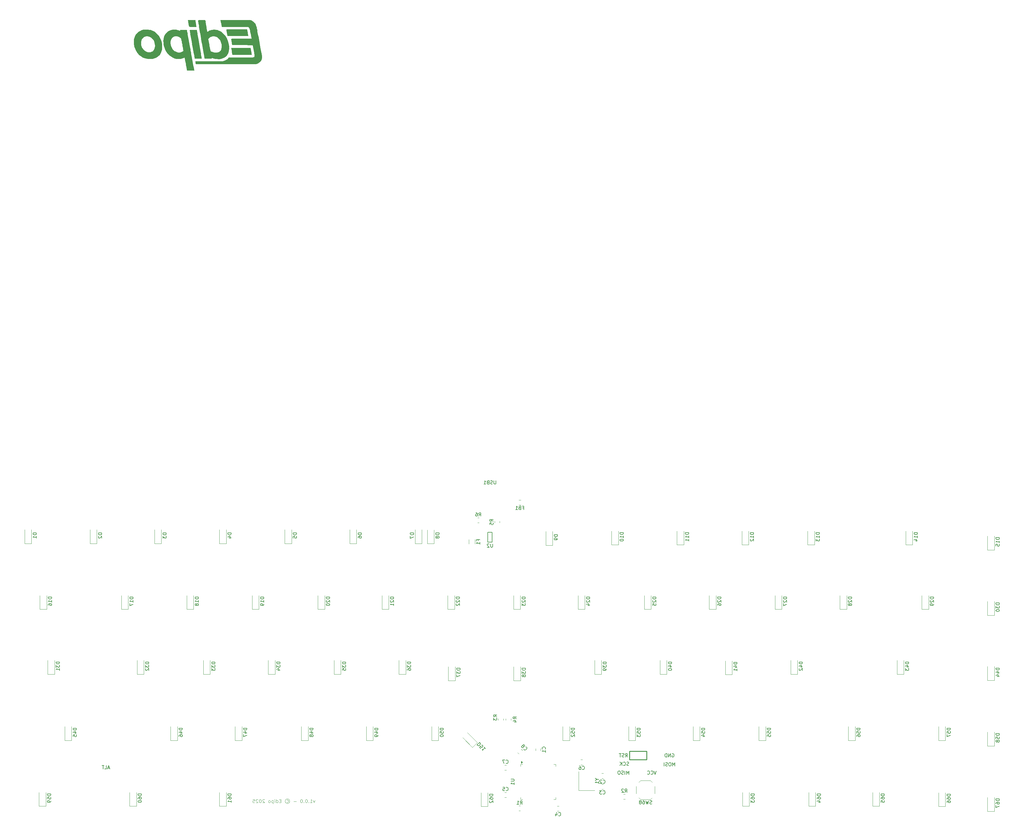
<source format=gbr>
G04 #@! TF.GenerationSoftware,KiCad,Pcbnew,9.0.3*
G04 #@! TF.CreationDate,2025-08-18T15:49:34-07:00*
G04 #@! TF.ProjectId,PCB-Keyboard-EDIPO-ALPS,5043422d-4b65-4796-926f-6172642d4544,rev?*
G04 #@! TF.SameCoordinates,Original*
G04 #@! TF.FileFunction,Legend,Bot*
G04 #@! TF.FilePolarity,Positive*
%FSLAX46Y46*%
G04 Gerber Fmt 4.6, Leading zero omitted, Abs format (unit mm)*
G04 Created by KiCad (PCBNEW 9.0.3) date 2025-08-18 15:49:34*
%MOMM*%
%LPD*%
G01*
G04 APERTURE LIST*
%ADD10C,0.100000*%
%ADD11C,0.150000*%
%ADD12C,0.200000*%
%ADD13C,0.120000*%
%ADD14C,0.000000*%
%ADD15C,0.250000*%
G04 APERTURE END LIST*
D10*
X159591353Y-154229161D02*
X159353258Y-154895828D01*
X159353258Y-154895828D02*
X159115163Y-154229161D01*
X158210401Y-154895828D02*
X158781829Y-154895828D01*
X158496115Y-154895828D02*
X158496115Y-153895828D01*
X158496115Y-153895828D02*
X158591353Y-154038685D01*
X158591353Y-154038685D02*
X158686591Y-154133923D01*
X158686591Y-154133923D02*
X158781829Y-154181542D01*
X157781829Y-154800589D02*
X157734210Y-154848209D01*
X157734210Y-154848209D02*
X157781829Y-154895828D01*
X157781829Y-154895828D02*
X157829448Y-154848209D01*
X157829448Y-154848209D02*
X157781829Y-154800589D01*
X157781829Y-154800589D02*
X157781829Y-154895828D01*
X157115163Y-153895828D02*
X157019925Y-153895828D01*
X157019925Y-153895828D02*
X156924687Y-153943447D01*
X156924687Y-153943447D02*
X156877068Y-153991066D01*
X156877068Y-153991066D02*
X156829449Y-154086304D01*
X156829449Y-154086304D02*
X156781830Y-154276780D01*
X156781830Y-154276780D02*
X156781830Y-154514875D01*
X156781830Y-154514875D02*
X156829449Y-154705351D01*
X156829449Y-154705351D02*
X156877068Y-154800589D01*
X156877068Y-154800589D02*
X156924687Y-154848209D01*
X156924687Y-154848209D02*
X157019925Y-154895828D01*
X157019925Y-154895828D02*
X157115163Y-154895828D01*
X157115163Y-154895828D02*
X157210401Y-154848209D01*
X157210401Y-154848209D02*
X157258020Y-154800589D01*
X157258020Y-154800589D02*
X157305639Y-154705351D01*
X157305639Y-154705351D02*
X157353258Y-154514875D01*
X157353258Y-154514875D02*
X157353258Y-154276780D01*
X157353258Y-154276780D02*
X157305639Y-154086304D01*
X157305639Y-154086304D02*
X157258020Y-153991066D01*
X157258020Y-153991066D02*
X157210401Y-153943447D01*
X157210401Y-153943447D02*
X157115163Y-153895828D01*
X156353258Y-154800589D02*
X156305639Y-154848209D01*
X156305639Y-154848209D02*
X156353258Y-154895828D01*
X156353258Y-154895828D02*
X156400877Y-154848209D01*
X156400877Y-154848209D02*
X156353258Y-154800589D01*
X156353258Y-154800589D02*
X156353258Y-154895828D01*
X155686592Y-153895828D02*
X155591354Y-153895828D01*
X155591354Y-153895828D02*
X155496116Y-153943447D01*
X155496116Y-153943447D02*
X155448497Y-153991066D01*
X155448497Y-153991066D02*
X155400878Y-154086304D01*
X155400878Y-154086304D02*
X155353259Y-154276780D01*
X155353259Y-154276780D02*
X155353259Y-154514875D01*
X155353259Y-154514875D02*
X155400878Y-154705351D01*
X155400878Y-154705351D02*
X155448497Y-154800589D01*
X155448497Y-154800589D02*
X155496116Y-154848209D01*
X155496116Y-154848209D02*
X155591354Y-154895828D01*
X155591354Y-154895828D02*
X155686592Y-154895828D01*
X155686592Y-154895828D02*
X155781830Y-154848209D01*
X155781830Y-154848209D02*
X155829449Y-154800589D01*
X155829449Y-154800589D02*
X155877068Y-154705351D01*
X155877068Y-154705351D02*
X155924687Y-154514875D01*
X155924687Y-154514875D02*
X155924687Y-154276780D01*
X155924687Y-154276780D02*
X155877068Y-154086304D01*
X155877068Y-154086304D02*
X155829449Y-153991066D01*
X155829449Y-153991066D02*
X155781830Y-153943447D01*
X155781830Y-153943447D02*
X155686592Y-153895828D01*
X154162782Y-154514875D02*
X153400878Y-154514875D01*
X151353258Y-154133923D02*
X151448497Y-154086304D01*
X151448497Y-154086304D02*
X151638973Y-154086304D01*
X151638973Y-154086304D02*
X151734211Y-154133923D01*
X151734211Y-154133923D02*
X151829449Y-154229161D01*
X151829449Y-154229161D02*
X151877068Y-154324399D01*
X151877068Y-154324399D02*
X151877068Y-154514875D01*
X151877068Y-154514875D02*
X151829449Y-154610113D01*
X151829449Y-154610113D02*
X151734211Y-154705351D01*
X151734211Y-154705351D02*
X151638973Y-154752970D01*
X151638973Y-154752970D02*
X151448497Y-154752970D01*
X151448497Y-154752970D02*
X151353258Y-154705351D01*
X151543735Y-153752970D02*
X151781830Y-153800589D01*
X151781830Y-153800589D02*
X152019925Y-153943447D01*
X152019925Y-153943447D02*
X152162782Y-154181542D01*
X152162782Y-154181542D02*
X152210401Y-154419637D01*
X152210401Y-154419637D02*
X152162782Y-154657732D01*
X152162782Y-154657732D02*
X152019925Y-154895828D01*
X152019925Y-154895828D02*
X151781830Y-155038685D01*
X151781830Y-155038685D02*
X151543735Y-155086304D01*
X151543735Y-155086304D02*
X151305639Y-155038685D01*
X151305639Y-155038685D02*
X151067544Y-154895828D01*
X151067544Y-154895828D02*
X150924687Y-154657732D01*
X150924687Y-154657732D02*
X150877068Y-154419637D01*
X150877068Y-154419637D02*
X150924687Y-154181542D01*
X150924687Y-154181542D02*
X151067544Y-153943447D01*
X151067544Y-153943447D02*
X151305639Y-153800589D01*
X151305639Y-153800589D02*
X151543735Y-153752970D01*
X149686591Y-154372018D02*
X149353258Y-154372018D01*
X149210401Y-154895828D02*
X149686591Y-154895828D01*
X149686591Y-154895828D02*
X149686591Y-153895828D01*
X149686591Y-153895828D02*
X149210401Y-153895828D01*
X148353258Y-154895828D02*
X148353258Y-153895828D01*
X148353258Y-154848209D02*
X148448496Y-154895828D01*
X148448496Y-154895828D02*
X148638972Y-154895828D01*
X148638972Y-154895828D02*
X148734210Y-154848209D01*
X148734210Y-154848209D02*
X148781829Y-154800589D01*
X148781829Y-154800589D02*
X148829448Y-154705351D01*
X148829448Y-154705351D02*
X148829448Y-154419637D01*
X148829448Y-154419637D02*
X148781829Y-154324399D01*
X148781829Y-154324399D02*
X148734210Y-154276780D01*
X148734210Y-154276780D02*
X148638972Y-154229161D01*
X148638972Y-154229161D02*
X148448496Y-154229161D01*
X148448496Y-154229161D02*
X148353258Y-154276780D01*
X147877067Y-154895828D02*
X147877067Y-154229161D01*
X147877067Y-153895828D02*
X147924686Y-153943447D01*
X147924686Y-153943447D02*
X147877067Y-153991066D01*
X147877067Y-153991066D02*
X147829448Y-153943447D01*
X147829448Y-153943447D02*
X147877067Y-153895828D01*
X147877067Y-153895828D02*
X147877067Y-153991066D01*
X147400877Y-154229161D02*
X147400877Y-155229161D01*
X147400877Y-154276780D02*
X147305639Y-154229161D01*
X147305639Y-154229161D02*
X147115163Y-154229161D01*
X147115163Y-154229161D02*
X147019925Y-154276780D01*
X147019925Y-154276780D02*
X146972306Y-154324399D01*
X146972306Y-154324399D02*
X146924687Y-154419637D01*
X146924687Y-154419637D02*
X146924687Y-154705351D01*
X146924687Y-154705351D02*
X146972306Y-154800589D01*
X146972306Y-154800589D02*
X147019925Y-154848209D01*
X147019925Y-154848209D02*
X147115163Y-154895828D01*
X147115163Y-154895828D02*
X147305639Y-154895828D01*
X147305639Y-154895828D02*
X147400877Y-154848209D01*
X146353258Y-154895828D02*
X146448496Y-154848209D01*
X146448496Y-154848209D02*
X146496115Y-154800589D01*
X146496115Y-154800589D02*
X146543734Y-154705351D01*
X146543734Y-154705351D02*
X146543734Y-154419637D01*
X146543734Y-154419637D02*
X146496115Y-154324399D01*
X146496115Y-154324399D02*
X146448496Y-154276780D01*
X146448496Y-154276780D02*
X146353258Y-154229161D01*
X146353258Y-154229161D02*
X146210401Y-154229161D01*
X146210401Y-154229161D02*
X146115163Y-154276780D01*
X146115163Y-154276780D02*
X146067544Y-154324399D01*
X146067544Y-154324399D02*
X146019925Y-154419637D01*
X146019925Y-154419637D02*
X146019925Y-154705351D01*
X146019925Y-154705351D02*
X146067544Y-154800589D01*
X146067544Y-154800589D02*
X146115163Y-154848209D01*
X146115163Y-154848209D02*
X146210401Y-154895828D01*
X146210401Y-154895828D02*
X146353258Y-154895828D01*
X144877067Y-153991066D02*
X144829448Y-153943447D01*
X144829448Y-153943447D02*
X144734210Y-153895828D01*
X144734210Y-153895828D02*
X144496115Y-153895828D01*
X144496115Y-153895828D02*
X144400877Y-153943447D01*
X144400877Y-153943447D02*
X144353258Y-153991066D01*
X144353258Y-153991066D02*
X144305639Y-154086304D01*
X144305639Y-154086304D02*
X144305639Y-154181542D01*
X144305639Y-154181542D02*
X144353258Y-154324399D01*
X144353258Y-154324399D02*
X144924686Y-154895828D01*
X144924686Y-154895828D02*
X144305639Y-154895828D01*
X143686591Y-153895828D02*
X143591353Y-153895828D01*
X143591353Y-153895828D02*
X143496115Y-153943447D01*
X143496115Y-153943447D02*
X143448496Y-153991066D01*
X143448496Y-153991066D02*
X143400877Y-154086304D01*
X143400877Y-154086304D02*
X143353258Y-154276780D01*
X143353258Y-154276780D02*
X143353258Y-154514875D01*
X143353258Y-154514875D02*
X143400877Y-154705351D01*
X143400877Y-154705351D02*
X143448496Y-154800589D01*
X143448496Y-154800589D02*
X143496115Y-154848209D01*
X143496115Y-154848209D02*
X143591353Y-154895828D01*
X143591353Y-154895828D02*
X143686591Y-154895828D01*
X143686591Y-154895828D02*
X143781829Y-154848209D01*
X143781829Y-154848209D02*
X143829448Y-154800589D01*
X143829448Y-154800589D02*
X143877067Y-154705351D01*
X143877067Y-154705351D02*
X143924686Y-154514875D01*
X143924686Y-154514875D02*
X143924686Y-154276780D01*
X143924686Y-154276780D02*
X143877067Y-154086304D01*
X143877067Y-154086304D02*
X143829448Y-153991066D01*
X143829448Y-153991066D02*
X143781829Y-153943447D01*
X143781829Y-153943447D02*
X143686591Y-153895828D01*
X142972305Y-153991066D02*
X142924686Y-153943447D01*
X142924686Y-153943447D02*
X142829448Y-153895828D01*
X142829448Y-153895828D02*
X142591353Y-153895828D01*
X142591353Y-153895828D02*
X142496115Y-153943447D01*
X142496115Y-153943447D02*
X142448496Y-153991066D01*
X142448496Y-153991066D02*
X142400877Y-154086304D01*
X142400877Y-154086304D02*
X142400877Y-154181542D01*
X142400877Y-154181542D02*
X142448496Y-154324399D01*
X142448496Y-154324399D02*
X143019924Y-154895828D01*
X143019924Y-154895828D02*
X142400877Y-154895828D01*
X141496115Y-153895828D02*
X141972305Y-153895828D01*
X141972305Y-153895828D02*
X142019924Y-154372018D01*
X142019924Y-154372018D02*
X141972305Y-154324399D01*
X141972305Y-154324399D02*
X141877067Y-154276780D01*
X141877067Y-154276780D02*
X141638972Y-154276780D01*
X141638972Y-154276780D02*
X141543734Y-154324399D01*
X141543734Y-154324399D02*
X141496115Y-154372018D01*
X141496115Y-154372018D02*
X141448496Y-154467256D01*
X141448496Y-154467256D02*
X141448496Y-154705351D01*
X141448496Y-154705351D02*
X141496115Y-154800589D01*
X141496115Y-154800589D02*
X141543734Y-154848209D01*
X141543734Y-154848209D02*
X141638972Y-154895828D01*
X141638972Y-154895828D02*
X141877067Y-154895828D01*
X141877067Y-154895828D02*
X141972305Y-154848209D01*
X141972305Y-154848209D02*
X142019924Y-154800589D01*
D11*
X207570475Y-137331014D02*
X206863369Y-138038121D01*
X206863369Y-138038121D02*
X207031727Y-138206480D01*
X207031727Y-138206480D02*
X207166414Y-138273823D01*
X207166414Y-138273823D02*
X207301101Y-138273823D01*
X207301101Y-138273823D02*
X207402117Y-138240151D01*
X207402117Y-138240151D02*
X207570475Y-138139136D01*
X207570475Y-138139136D02*
X207671491Y-138038121D01*
X207671491Y-138038121D02*
X207772506Y-137869762D01*
X207772506Y-137869762D02*
X207806178Y-137768747D01*
X207806178Y-137768747D02*
X207806178Y-137634060D01*
X207806178Y-137634060D02*
X207738834Y-137499373D01*
X207738834Y-137499373D02*
X207570475Y-137331014D01*
X207907193Y-139081945D02*
X207570475Y-138745228D01*
X207570475Y-138745228D02*
X207873521Y-138374838D01*
X207873521Y-138374838D02*
X207873521Y-138442182D01*
X207873521Y-138442182D02*
X207907193Y-138543197D01*
X207907193Y-138543197D02*
X208075552Y-138711556D01*
X208075552Y-138711556D02*
X208176567Y-138745228D01*
X208176567Y-138745228D02*
X208243910Y-138745228D01*
X208243910Y-138745228D02*
X208344926Y-138711556D01*
X208344926Y-138711556D02*
X208513284Y-138543197D01*
X208513284Y-138543197D02*
X208546956Y-138442182D01*
X208546956Y-138442182D02*
X208546956Y-138374838D01*
X208546956Y-138374838D02*
X208513284Y-138273823D01*
X208513284Y-138273823D02*
X208344926Y-138105464D01*
X208344926Y-138105464D02*
X208243910Y-138071793D01*
X208243910Y-138071793D02*
X208176567Y-138071793D01*
X209321407Y-139081945D02*
X208917346Y-138677884D01*
X209119376Y-138879915D02*
X208412269Y-139587022D01*
X208412269Y-139587022D02*
X208445941Y-139418663D01*
X208445941Y-139418663D02*
X208445941Y-139283976D01*
X208445941Y-139283976D02*
X208412269Y-139182961D01*
X99707295Y-144773118D02*
X99231105Y-144773118D01*
X99802533Y-145058833D02*
X99469200Y-144058833D01*
X99469200Y-144058833D02*
X99135867Y-145058833D01*
X98326343Y-145058833D02*
X98802533Y-145058833D01*
X98802533Y-145058833D02*
X98802533Y-144058833D01*
X98135866Y-144058833D02*
X97564438Y-144058833D01*
X97850152Y-145058833D02*
X97850152Y-144058833D01*
X154248919Y-76227455D02*
X153248919Y-76227455D01*
X153248919Y-76227455D02*
X153248919Y-76465550D01*
X153248919Y-76465550D02*
X153296538Y-76608407D01*
X153296538Y-76608407D02*
X153391776Y-76703645D01*
X153391776Y-76703645D02*
X153487014Y-76751264D01*
X153487014Y-76751264D02*
X153677490Y-76798883D01*
X153677490Y-76798883D02*
X153820347Y-76798883D01*
X153820347Y-76798883D02*
X154010823Y-76751264D01*
X154010823Y-76751264D02*
X154106061Y-76703645D01*
X154106061Y-76703645D02*
X154201300Y-76608407D01*
X154201300Y-76608407D02*
X154248919Y-76465550D01*
X154248919Y-76465550D02*
X154248919Y-76227455D01*
X153248919Y-77703645D02*
X153248919Y-77227455D01*
X153248919Y-77227455D02*
X153725109Y-77179836D01*
X153725109Y-77179836D02*
X153677490Y-77227455D01*
X153677490Y-77227455D02*
X153629871Y-77322693D01*
X153629871Y-77322693D02*
X153629871Y-77560788D01*
X153629871Y-77560788D02*
X153677490Y-77656026D01*
X153677490Y-77656026D02*
X153725109Y-77703645D01*
X153725109Y-77703645D02*
X153820347Y-77751264D01*
X153820347Y-77751264D02*
X154058442Y-77751264D01*
X154058442Y-77751264D02*
X154153680Y-77703645D01*
X154153680Y-77703645D02*
X154201300Y-77656026D01*
X154201300Y-77656026D02*
X154248919Y-77560788D01*
X154248919Y-77560788D02*
X154248919Y-77322693D01*
X154248919Y-77322693D02*
X154201300Y-77227455D01*
X154201300Y-77227455D02*
X154153680Y-77179836D01*
X249924166Y-151875869D02*
X250257499Y-151399678D01*
X250495594Y-151875869D02*
X250495594Y-150875869D01*
X250495594Y-150875869D02*
X250114642Y-150875869D01*
X250114642Y-150875869D02*
X250019404Y-150923488D01*
X250019404Y-150923488D02*
X249971785Y-150971107D01*
X249971785Y-150971107D02*
X249924166Y-151066345D01*
X249924166Y-151066345D02*
X249924166Y-151209202D01*
X249924166Y-151209202D02*
X249971785Y-151304440D01*
X249971785Y-151304440D02*
X250019404Y-151352059D01*
X250019404Y-151352059D02*
X250114642Y-151399678D01*
X250114642Y-151399678D02*
X250495594Y-151399678D01*
X249543213Y-150971107D02*
X249495594Y-150923488D01*
X249495594Y-150923488D02*
X249400356Y-150875869D01*
X249400356Y-150875869D02*
X249162261Y-150875869D01*
X249162261Y-150875869D02*
X249067023Y-150923488D01*
X249067023Y-150923488D02*
X249019404Y-150971107D01*
X249019404Y-150971107D02*
X248971785Y-151066345D01*
X248971785Y-151066345D02*
X248971785Y-151161583D01*
X248971785Y-151161583D02*
X249019404Y-151304440D01*
X249019404Y-151304440D02*
X249590832Y-151875869D01*
X249590832Y-151875869D02*
X248971785Y-151875869D01*
X144723919Y-94928264D02*
X143723919Y-94928264D01*
X143723919Y-94928264D02*
X143723919Y-95166359D01*
X143723919Y-95166359D02*
X143771538Y-95309216D01*
X143771538Y-95309216D02*
X143866776Y-95404454D01*
X143866776Y-95404454D02*
X143962014Y-95452073D01*
X143962014Y-95452073D02*
X144152490Y-95499692D01*
X144152490Y-95499692D02*
X144295347Y-95499692D01*
X144295347Y-95499692D02*
X144485823Y-95452073D01*
X144485823Y-95452073D02*
X144581061Y-95404454D01*
X144581061Y-95404454D02*
X144676300Y-95309216D01*
X144676300Y-95309216D02*
X144723919Y-95166359D01*
X144723919Y-95166359D02*
X144723919Y-94928264D01*
X144723919Y-96452073D02*
X144723919Y-95880645D01*
X144723919Y-96166359D02*
X143723919Y-96166359D01*
X143723919Y-96166359D02*
X143866776Y-96071121D01*
X143866776Y-96071121D02*
X143962014Y-95975883D01*
X143962014Y-95975883D02*
X144009633Y-95880645D01*
X144723919Y-96928264D02*
X144723919Y-97118740D01*
X144723919Y-97118740D02*
X144676300Y-97213978D01*
X144676300Y-97213978D02*
X144628680Y-97261597D01*
X144628680Y-97261597D02*
X144485823Y-97356835D01*
X144485823Y-97356835D02*
X144295347Y-97404454D01*
X144295347Y-97404454D02*
X143914395Y-97404454D01*
X143914395Y-97404454D02*
X143819157Y-97356835D01*
X143819157Y-97356835D02*
X143771538Y-97309216D01*
X143771538Y-97309216D02*
X143723919Y-97213978D01*
X143723919Y-97213978D02*
X143723919Y-97023502D01*
X143723919Y-97023502D02*
X143771538Y-96928264D01*
X143771538Y-96928264D02*
X143819157Y-96880645D01*
X143819157Y-96880645D02*
X143914395Y-96833026D01*
X143914395Y-96833026D02*
X144152490Y-96833026D01*
X144152490Y-96833026D02*
X144247728Y-96880645D01*
X144247728Y-96880645D02*
X144295347Y-96928264D01*
X144295347Y-96928264D02*
X144342966Y-97023502D01*
X144342966Y-97023502D02*
X144342966Y-97213978D01*
X144342966Y-97213978D02*
X144295347Y-97309216D01*
X144295347Y-97309216D02*
X144247728Y-97356835D01*
X144247728Y-97356835D02*
X144152490Y-97404454D01*
X111195919Y-113849264D02*
X110195919Y-113849264D01*
X110195919Y-113849264D02*
X110195919Y-114087359D01*
X110195919Y-114087359D02*
X110243538Y-114230216D01*
X110243538Y-114230216D02*
X110338776Y-114325454D01*
X110338776Y-114325454D02*
X110434014Y-114373073D01*
X110434014Y-114373073D02*
X110624490Y-114420692D01*
X110624490Y-114420692D02*
X110767347Y-114420692D01*
X110767347Y-114420692D02*
X110957823Y-114373073D01*
X110957823Y-114373073D02*
X111053061Y-114325454D01*
X111053061Y-114325454D02*
X111148300Y-114230216D01*
X111148300Y-114230216D02*
X111195919Y-114087359D01*
X111195919Y-114087359D02*
X111195919Y-113849264D01*
X110195919Y-114754026D02*
X110195919Y-115373073D01*
X110195919Y-115373073D02*
X110576871Y-115039740D01*
X110576871Y-115039740D02*
X110576871Y-115182597D01*
X110576871Y-115182597D02*
X110624490Y-115277835D01*
X110624490Y-115277835D02*
X110672109Y-115325454D01*
X110672109Y-115325454D02*
X110767347Y-115373073D01*
X110767347Y-115373073D02*
X111005442Y-115373073D01*
X111005442Y-115373073D02*
X111100680Y-115325454D01*
X111100680Y-115325454D02*
X111148300Y-115277835D01*
X111148300Y-115277835D02*
X111195919Y-115182597D01*
X111195919Y-115182597D02*
X111195919Y-114896883D01*
X111195919Y-114896883D02*
X111148300Y-114801645D01*
X111148300Y-114801645D02*
X111100680Y-114754026D01*
X110291157Y-115754026D02*
X110243538Y-115801645D01*
X110243538Y-115801645D02*
X110195919Y-115896883D01*
X110195919Y-115896883D02*
X110195919Y-116134978D01*
X110195919Y-116134978D02*
X110243538Y-116230216D01*
X110243538Y-116230216D02*
X110291157Y-116277835D01*
X110291157Y-116277835D02*
X110386395Y-116325454D01*
X110386395Y-116325454D02*
X110481633Y-116325454D01*
X110481633Y-116325454D02*
X110624490Y-116277835D01*
X110624490Y-116277835D02*
X111195919Y-115706407D01*
X111195919Y-115706407D02*
X111195919Y-116325454D01*
X318509319Y-133153264D02*
X317509319Y-133153264D01*
X317509319Y-133153264D02*
X317509319Y-133391359D01*
X317509319Y-133391359D02*
X317556938Y-133534216D01*
X317556938Y-133534216D02*
X317652176Y-133629454D01*
X317652176Y-133629454D02*
X317747414Y-133677073D01*
X317747414Y-133677073D02*
X317937890Y-133724692D01*
X317937890Y-133724692D02*
X318080747Y-133724692D01*
X318080747Y-133724692D02*
X318271223Y-133677073D01*
X318271223Y-133677073D02*
X318366461Y-133629454D01*
X318366461Y-133629454D02*
X318461700Y-133534216D01*
X318461700Y-133534216D02*
X318509319Y-133391359D01*
X318509319Y-133391359D02*
X318509319Y-133153264D01*
X317509319Y-134629454D02*
X317509319Y-134153264D01*
X317509319Y-134153264D02*
X317985509Y-134105645D01*
X317985509Y-134105645D02*
X317937890Y-134153264D01*
X317937890Y-134153264D02*
X317890271Y-134248502D01*
X317890271Y-134248502D02*
X317890271Y-134486597D01*
X317890271Y-134486597D02*
X317937890Y-134581835D01*
X317937890Y-134581835D02*
X317985509Y-134629454D01*
X317985509Y-134629454D02*
X318080747Y-134677073D01*
X318080747Y-134677073D02*
X318318842Y-134677073D01*
X318318842Y-134677073D02*
X318414080Y-134629454D01*
X318414080Y-134629454D02*
X318461700Y-134581835D01*
X318461700Y-134581835D02*
X318509319Y-134486597D01*
X318509319Y-134486597D02*
X318509319Y-134248502D01*
X318509319Y-134248502D02*
X318461700Y-134153264D01*
X318461700Y-134153264D02*
X318414080Y-134105645D01*
X317509319Y-135534216D02*
X317509319Y-135343740D01*
X317509319Y-135343740D02*
X317556938Y-135248502D01*
X317556938Y-135248502D02*
X317604557Y-135200883D01*
X317604557Y-135200883D02*
X317747414Y-135105645D01*
X317747414Y-135105645D02*
X317937890Y-135058026D01*
X317937890Y-135058026D02*
X318318842Y-135058026D01*
X318318842Y-135058026D02*
X318414080Y-135105645D01*
X318414080Y-135105645D02*
X318461700Y-135153264D01*
X318461700Y-135153264D02*
X318509319Y-135248502D01*
X318509319Y-135248502D02*
X318509319Y-135438978D01*
X318509319Y-135438978D02*
X318461700Y-135534216D01*
X318461700Y-135534216D02*
X318414080Y-135581835D01*
X318414080Y-135581835D02*
X318318842Y-135629454D01*
X318318842Y-135629454D02*
X318080747Y-135629454D01*
X318080747Y-135629454D02*
X317985509Y-135581835D01*
X317985509Y-135581835D02*
X317937890Y-135534216D01*
X317937890Y-135534216D02*
X317890271Y-135438978D01*
X317890271Y-135438978D02*
X317890271Y-135248502D01*
X317890271Y-135248502D02*
X317937890Y-135153264D01*
X317937890Y-135153264D02*
X317985509Y-135105645D01*
X317985509Y-135105645D02*
X318080747Y-135058026D01*
X344798319Y-133153264D02*
X343798319Y-133153264D01*
X343798319Y-133153264D02*
X343798319Y-133391359D01*
X343798319Y-133391359D02*
X343845938Y-133534216D01*
X343845938Y-133534216D02*
X343941176Y-133629454D01*
X343941176Y-133629454D02*
X344036414Y-133677073D01*
X344036414Y-133677073D02*
X344226890Y-133724692D01*
X344226890Y-133724692D02*
X344369747Y-133724692D01*
X344369747Y-133724692D02*
X344560223Y-133677073D01*
X344560223Y-133677073D02*
X344655461Y-133629454D01*
X344655461Y-133629454D02*
X344750700Y-133534216D01*
X344750700Y-133534216D02*
X344798319Y-133391359D01*
X344798319Y-133391359D02*
X344798319Y-133153264D01*
X343798319Y-134629454D02*
X343798319Y-134153264D01*
X343798319Y-134153264D02*
X344274509Y-134105645D01*
X344274509Y-134105645D02*
X344226890Y-134153264D01*
X344226890Y-134153264D02*
X344179271Y-134248502D01*
X344179271Y-134248502D02*
X344179271Y-134486597D01*
X344179271Y-134486597D02*
X344226890Y-134581835D01*
X344226890Y-134581835D02*
X344274509Y-134629454D01*
X344274509Y-134629454D02*
X344369747Y-134677073D01*
X344369747Y-134677073D02*
X344607842Y-134677073D01*
X344607842Y-134677073D02*
X344703080Y-134629454D01*
X344703080Y-134629454D02*
X344750700Y-134581835D01*
X344750700Y-134581835D02*
X344798319Y-134486597D01*
X344798319Y-134486597D02*
X344798319Y-134248502D01*
X344798319Y-134248502D02*
X344750700Y-134153264D01*
X344750700Y-134153264D02*
X344703080Y-134105645D01*
X343798319Y-135010407D02*
X343798319Y-135677073D01*
X343798319Y-135677073D02*
X344798319Y-135248502D01*
X212617319Y-129839583D02*
X212141128Y-129506250D01*
X212617319Y-129268155D02*
X211617319Y-129268155D01*
X211617319Y-129268155D02*
X211617319Y-129649107D01*
X211617319Y-129649107D02*
X211664938Y-129744345D01*
X211664938Y-129744345D02*
X211712557Y-129791964D01*
X211712557Y-129791964D02*
X211807795Y-129839583D01*
X211807795Y-129839583D02*
X211950652Y-129839583D01*
X211950652Y-129839583D02*
X212045890Y-129791964D01*
X212045890Y-129791964D02*
X212093509Y-129744345D01*
X212093509Y-129744345D02*
X212141128Y-129649107D01*
X212141128Y-129649107D02*
X212141128Y-129268155D01*
X211617319Y-130172917D02*
X211617319Y-130791964D01*
X211617319Y-130791964D02*
X211998271Y-130458631D01*
X211998271Y-130458631D02*
X211998271Y-130601488D01*
X211998271Y-130601488D02*
X212045890Y-130696726D01*
X212045890Y-130696726D02*
X212093509Y-130744345D01*
X212093509Y-130744345D02*
X212188747Y-130791964D01*
X212188747Y-130791964D02*
X212426842Y-130791964D01*
X212426842Y-130791964D02*
X212522080Y-130744345D01*
X212522080Y-130744345D02*
X212569700Y-130696726D01*
X212569700Y-130696726D02*
X212617319Y-130601488D01*
X212617319Y-130601488D02*
X212617319Y-130315774D01*
X212617319Y-130315774D02*
X212569700Y-130220536D01*
X212569700Y-130220536D02*
X212522080Y-130172917D01*
X359084919Y-77594264D02*
X358084919Y-77594264D01*
X358084919Y-77594264D02*
X358084919Y-77832359D01*
X358084919Y-77832359D02*
X358132538Y-77975216D01*
X358132538Y-77975216D02*
X358227776Y-78070454D01*
X358227776Y-78070454D02*
X358323014Y-78118073D01*
X358323014Y-78118073D02*
X358513490Y-78165692D01*
X358513490Y-78165692D02*
X358656347Y-78165692D01*
X358656347Y-78165692D02*
X358846823Y-78118073D01*
X358846823Y-78118073D02*
X358942061Y-78070454D01*
X358942061Y-78070454D02*
X359037300Y-77975216D01*
X359037300Y-77975216D02*
X359084919Y-77832359D01*
X359084919Y-77832359D02*
X359084919Y-77594264D01*
X359084919Y-79118073D02*
X359084919Y-78546645D01*
X359084919Y-78832359D02*
X358084919Y-78832359D01*
X358084919Y-78832359D02*
X358227776Y-78737121D01*
X358227776Y-78737121D02*
X358323014Y-78641883D01*
X358323014Y-78641883D02*
X358370633Y-78546645D01*
X358084919Y-80022835D02*
X358084919Y-79546645D01*
X358084919Y-79546645D02*
X358561109Y-79499026D01*
X358561109Y-79499026D02*
X358513490Y-79546645D01*
X358513490Y-79546645D02*
X358465871Y-79641883D01*
X358465871Y-79641883D02*
X358465871Y-79879978D01*
X358465871Y-79879978D02*
X358513490Y-79975216D01*
X358513490Y-79975216D02*
X358561109Y-80022835D01*
X358561109Y-80022835D02*
X358656347Y-80070454D01*
X358656347Y-80070454D02*
X358894442Y-80070454D01*
X358894442Y-80070454D02*
X358989680Y-80022835D01*
X358989680Y-80022835D02*
X359037300Y-79975216D01*
X359037300Y-79975216D02*
X359084919Y-79879978D01*
X359084919Y-79879978D02*
X359084919Y-79641883D01*
X359084919Y-79641883D02*
X359037300Y-79546645D01*
X359037300Y-79546645D02*
X358989680Y-79499026D01*
X259023919Y-94928264D02*
X258023919Y-94928264D01*
X258023919Y-94928264D02*
X258023919Y-95166359D01*
X258023919Y-95166359D02*
X258071538Y-95309216D01*
X258071538Y-95309216D02*
X258166776Y-95404454D01*
X258166776Y-95404454D02*
X258262014Y-95452073D01*
X258262014Y-95452073D02*
X258452490Y-95499692D01*
X258452490Y-95499692D02*
X258595347Y-95499692D01*
X258595347Y-95499692D02*
X258785823Y-95452073D01*
X258785823Y-95452073D02*
X258881061Y-95404454D01*
X258881061Y-95404454D02*
X258976300Y-95309216D01*
X258976300Y-95309216D02*
X259023919Y-95166359D01*
X259023919Y-95166359D02*
X259023919Y-94928264D01*
X258119157Y-95880645D02*
X258071538Y-95928264D01*
X258071538Y-95928264D02*
X258023919Y-96023502D01*
X258023919Y-96023502D02*
X258023919Y-96261597D01*
X258023919Y-96261597D02*
X258071538Y-96356835D01*
X258071538Y-96356835D02*
X258119157Y-96404454D01*
X258119157Y-96404454D02*
X258214395Y-96452073D01*
X258214395Y-96452073D02*
X258309633Y-96452073D01*
X258309633Y-96452073D02*
X258452490Y-96404454D01*
X258452490Y-96404454D02*
X259023919Y-95833026D01*
X259023919Y-95833026D02*
X259023919Y-96452073D01*
X258023919Y-97356835D02*
X258023919Y-96880645D01*
X258023919Y-96880645D02*
X258500109Y-96833026D01*
X258500109Y-96833026D02*
X258452490Y-96880645D01*
X258452490Y-96880645D02*
X258404871Y-96975883D01*
X258404871Y-96975883D02*
X258404871Y-97213978D01*
X258404871Y-97213978D02*
X258452490Y-97309216D01*
X258452490Y-97309216D02*
X258500109Y-97356835D01*
X258500109Y-97356835D02*
X258595347Y-97404454D01*
X258595347Y-97404454D02*
X258833442Y-97404454D01*
X258833442Y-97404454D02*
X258928680Y-97356835D01*
X258928680Y-97356835D02*
X258976300Y-97309216D01*
X258976300Y-97309216D02*
X259023919Y-97213978D01*
X259023919Y-97213978D02*
X259023919Y-96975883D01*
X259023919Y-96975883D02*
X258976300Y-96880645D01*
X258976300Y-96880645D02*
X258928680Y-96833026D01*
X182569919Y-94928264D02*
X181569919Y-94928264D01*
X181569919Y-94928264D02*
X181569919Y-95166359D01*
X181569919Y-95166359D02*
X181617538Y-95309216D01*
X181617538Y-95309216D02*
X181712776Y-95404454D01*
X181712776Y-95404454D02*
X181808014Y-95452073D01*
X181808014Y-95452073D02*
X181998490Y-95499692D01*
X181998490Y-95499692D02*
X182141347Y-95499692D01*
X182141347Y-95499692D02*
X182331823Y-95452073D01*
X182331823Y-95452073D02*
X182427061Y-95404454D01*
X182427061Y-95404454D02*
X182522300Y-95309216D01*
X182522300Y-95309216D02*
X182569919Y-95166359D01*
X182569919Y-95166359D02*
X182569919Y-94928264D01*
X181665157Y-95880645D02*
X181617538Y-95928264D01*
X181617538Y-95928264D02*
X181569919Y-96023502D01*
X181569919Y-96023502D02*
X181569919Y-96261597D01*
X181569919Y-96261597D02*
X181617538Y-96356835D01*
X181617538Y-96356835D02*
X181665157Y-96404454D01*
X181665157Y-96404454D02*
X181760395Y-96452073D01*
X181760395Y-96452073D02*
X181855633Y-96452073D01*
X181855633Y-96452073D02*
X181998490Y-96404454D01*
X181998490Y-96404454D02*
X182569919Y-95833026D01*
X182569919Y-95833026D02*
X182569919Y-96452073D01*
X182569919Y-97404454D02*
X182569919Y-96833026D01*
X182569919Y-97118740D02*
X181569919Y-97118740D01*
X181569919Y-97118740D02*
X181712776Y-97023502D01*
X181712776Y-97023502D02*
X181808014Y-96928264D01*
X181808014Y-96928264D02*
X181855633Y-96833026D01*
X325571919Y-152330264D02*
X324571919Y-152330264D01*
X324571919Y-152330264D02*
X324571919Y-152568359D01*
X324571919Y-152568359D02*
X324619538Y-152711216D01*
X324619538Y-152711216D02*
X324714776Y-152806454D01*
X324714776Y-152806454D02*
X324810014Y-152854073D01*
X324810014Y-152854073D02*
X325000490Y-152901692D01*
X325000490Y-152901692D02*
X325143347Y-152901692D01*
X325143347Y-152901692D02*
X325333823Y-152854073D01*
X325333823Y-152854073D02*
X325429061Y-152806454D01*
X325429061Y-152806454D02*
X325524300Y-152711216D01*
X325524300Y-152711216D02*
X325571919Y-152568359D01*
X325571919Y-152568359D02*
X325571919Y-152330264D01*
X324571919Y-153758835D02*
X324571919Y-153568359D01*
X324571919Y-153568359D02*
X324619538Y-153473121D01*
X324619538Y-153473121D02*
X324667157Y-153425502D01*
X324667157Y-153425502D02*
X324810014Y-153330264D01*
X324810014Y-153330264D02*
X325000490Y-153282645D01*
X325000490Y-153282645D02*
X325381442Y-153282645D01*
X325381442Y-153282645D02*
X325476680Y-153330264D01*
X325476680Y-153330264D02*
X325524300Y-153377883D01*
X325524300Y-153377883D02*
X325571919Y-153473121D01*
X325571919Y-153473121D02*
X325571919Y-153663597D01*
X325571919Y-153663597D02*
X325524300Y-153758835D01*
X325524300Y-153758835D02*
X325476680Y-153806454D01*
X325476680Y-153806454D02*
X325381442Y-153854073D01*
X325381442Y-153854073D02*
X325143347Y-153854073D01*
X325143347Y-153854073D02*
X325048109Y-153806454D01*
X325048109Y-153806454D02*
X325000490Y-153758835D01*
X325000490Y-153758835D02*
X324952871Y-153663597D01*
X324952871Y-153663597D02*
X324952871Y-153473121D01*
X324952871Y-153473121D02*
X325000490Y-153377883D01*
X325000490Y-153377883D02*
X325048109Y-153330264D01*
X325048109Y-153330264D02*
X325143347Y-153282645D01*
X324571919Y-154758835D02*
X324571919Y-154282645D01*
X324571919Y-154282645D02*
X325048109Y-154235026D01*
X325048109Y-154235026D02*
X325000490Y-154282645D01*
X325000490Y-154282645D02*
X324952871Y-154377883D01*
X324952871Y-154377883D02*
X324952871Y-154615978D01*
X324952871Y-154615978D02*
X325000490Y-154711216D01*
X325000490Y-154711216D02*
X325048109Y-154758835D01*
X325048109Y-154758835D02*
X325143347Y-154806454D01*
X325143347Y-154806454D02*
X325381442Y-154806454D01*
X325381442Y-154806454D02*
X325476680Y-154758835D01*
X325476680Y-154758835D02*
X325524300Y-154711216D01*
X325524300Y-154711216D02*
X325571919Y-154615978D01*
X325571919Y-154615978D02*
X325571919Y-154377883D01*
X325571919Y-154377883D02*
X325524300Y-154282645D01*
X325524300Y-154282645D02*
X325476680Y-154235026D01*
X216710155Y-148034309D02*
X217519678Y-148034309D01*
X217519678Y-148034309D02*
X217614916Y-148081928D01*
X217614916Y-148081928D02*
X217662536Y-148129547D01*
X217662536Y-148129547D02*
X217710155Y-148224785D01*
X217710155Y-148224785D02*
X217710155Y-148415261D01*
X217710155Y-148415261D02*
X217662536Y-148510499D01*
X217662536Y-148510499D02*
X217614916Y-148558118D01*
X217614916Y-148558118D02*
X217519678Y-148605737D01*
X217519678Y-148605737D02*
X216710155Y-148605737D01*
X217710155Y-149605737D02*
X217710155Y-149034309D01*
X217710155Y-149320023D02*
X216710155Y-149320023D01*
X216710155Y-149320023D02*
X216853012Y-149224785D01*
X216853012Y-149224785D02*
X216948250Y-149129547D01*
X216948250Y-149129547D02*
X216995869Y-149034309D01*
X243554166Y-152277080D02*
X243601785Y-152324700D01*
X243601785Y-152324700D02*
X243744642Y-152372319D01*
X243744642Y-152372319D02*
X243839880Y-152372319D01*
X243839880Y-152372319D02*
X243982737Y-152324700D01*
X243982737Y-152324700D02*
X244077975Y-152229461D01*
X244077975Y-152229461D02*
X244125594Y-152134223D01*
X244125594Y-152134223D02*
X244173213Y-151943747D01*
X244173213Y-151943747D02*
X244173213Y-151800890D01*
X244173213Y-151800890D02*
X244125594Y-151610414D01*
X244125594Y-151610414D02*
X244077975Y-151515176D01*
X244077975Y-151515176D02*
X243982737Y-151419938D01*
X243982737Y-151419938D02*
X243839880Y-151372319D01*
X243839880Y-151372319D02*
X243744642Y-151372319D01*
X243744642Y-151372319D02*
X243601785Y-151419938D01*
X243601785Y-151419938D02*
X243554166Y-151467557D01*
X243220832Y-151372319D02*
X242601785Y-151372319D01*
X242601785Y-151372319D02*
X242935118Y-151753271D01*
X242935118Y-151753271D02*
X242792261Y-151753271D01*
X242792261Y-151753271D02*
X242697023Y-151800890D01*
X242697023Y-151800890D02*
X242649404Y-151848509D01*
X242649404Y-151848509D02*
X242601785Y-151943747D01*
X242601785Y-151943747D02*
X242601785Y-152181842D01*
X242601785Y-152181842D02*
X242649404Y-152277080D01*
X242649404Y-152277080D02*
X242697023Y-152324700D01*
X242697023Y-152324700D02*
X242792261Y-152372319D01*
X242792261Y-152372319D02*
X243077975Y-152372319D01*
X243077975Y-152372319D02*
X243173213Y-152324700D01*
X243173213Y-152324700D02*
X243220832Y-152277080D01*
X85160919Y-113849264D02*
X84160919Y-113849264D01*
X84160919Y-113849264D02*
X84160919Y-114087359D01*
X84160919Y-114087359D02*
X84208538Y-114230216D01*
X84208538Y-114230216D02*
X84303776Y-114325454D01*
X84303776Y-114325454D02*
X84399014Y-114373073D01*
X84399014Y-114373073D02*
X84589490Y-114420692D01*
X84589490Y-114420692D02*
X84732347Y-114420692D01*
X84732347Y-114420692D02*
X84922823Y-114373073D01*
X84922823Y-114373073D02*
X85018061Y-114325454D01*
X85018061Y-114325454D02*
X85113300Y-114230216D01*
X85113300Y-114230216D02*
X85160919Y-114087359D01*
X85160919Y-114087359D02*
X85160919Y-113849264D01*
X84160919Y-114754026D02*
X84160919Y-115373073D01*
X84160919Y-115373073D02*
X84541871Y-115039740D01*
X84541871Y-115039740D02*
X84541871Y-115182597D01*
X84541871Y-115182597D02*
X84589490Y-115277835D01*
X84589490Y-115277835D02*
X84637109Y-115325454D01*
X84637109Y-115325454D02*
X84732347Y-115373073D01*
X84732347Y-115373073D02*
X84970442Y-115373073D01*
X84970442Y-115373073D02*
X85065680Y-115325454D01*
X85065680Y-115325454D02*
X85113300Y-115277835D01*
X85113300Y-115277835D02*
X85160919Y-115182597D01*
X85160919Y-115182597D02*
X85160919Y-114896883D01*
X85160919Y-114896883D02*
X85113300Y-114801645D01*
X85113300Y-114801645D02*
X85065680Y-114754026D01*
X85160919Y-116325454D02*
X85160919Y-115754026D01*
X85160919Y-116039740D02*
X84160919Y-116039740D01*
X84160919Y-116039740D02*
X84303776Y-115944502D01*
X84303776Y-115944502D02*
X84399014Y-115849264D01*
X84399014Y-115849264D02*
X84446633Y-115754026D01*
X282645919Y-113946050D02*
X281645919Y-113946050D01*
X281645919Y-113946050D02*
X281645919Y-114184145D01*
X281645919Y-114184145D02*
X281693538Y-114327002D01*
X281693538Y-114327002D02*
X281788776Y-114422240D01*
X281788776Y-114422240D02*
X281884014Y-114469859D01*
X281884014Y-114469859D02*
X282074490Y-114517478D01*
X282074490Y-114517478D02*
X282217347Y-114517478D01*
X282217347Y-114517478D02*
X282407823Y-114469859D01*
X282407823Y-114469859D02*
X282503061Y-114422240D01*
X282503061Y-114422240D02*
X282598300Y-114327002D01*
X282598300Y-114327002D02*
X282645919Y-114184145D01*
X282645919Y-114184145D02*
X282645919Y-113946050D01*
X281979252Y-115374621D02*
X282645919Y-115374621D01*
X281598300Y-115136526D02*
X282312585Y-114898431D01*
X282312585Y-114898431D02*
X282312585Y-115517478D01*
X282645919Y-116422240D02*
X282645919Y-115850812D01*
X282645919Y-116136526D02*
X281645919Y-116136526D01*
X281645919Y-116136526D02*
X281788776Y-116041288D01*
X281788776Y-116041288D02*
X281884014Y-115946050D01*
X281884014Y-115946050D02*
X281931633Y-115850812D01*
X287651919Y-152330264D02*
X286651919Y-152330264D01*
X286651919Y-152330264D02*
X286651919Y-152568359D01*
X286651919Y-152568359D02*
X286699538Y-152711216D01*
X286699538Y-152711216D02*
X286794776Y-152806454D01*
X286794776Y-152806454D02*
X286890014Y-152854073D01*
X286890014Y-152854073D02*
X287080490Y-152901692D01*
X287080490Y-152901692D02*
X287223347Y-152901692D01*
X287223347Y-152901692D02*
X287413823Y-152854073D01*
X287413823Y-152854073D02*
X287509061Y-152806454D01*
X287509061Y-152806454D02*
X287604300Y-152711216D01*
X287604300Y-152711216D02*
X287651919Y-152568359D01*
X287651919Y-152568359D02*
X287651919Y-152330264D01*
X286651919Y-153758835D02*
X286651919Y-153568359D01*
X286651919Y-153568359D02*
X286699538Y-153473121D01*
X286699538Y-153473121D02*
X286747157Y-153425502D01*
X286747157Y-153425502D02*
X286890014Y-153330264D01*
X286890014Y-153330264D02*
X287080490Y-153282645D01*
X287080490Y-153282645D02*
X287461442Y-153282645D01*
X287461442Y-153282645D02*
X287556680Y-153330264D01*
X287556680Y-153330264D02*
X287604300Y-153377883D01*
X287604300Y-153377883D02*
X287651919Y-153473121D01*
X287651919Y-153473121D02*
X287651919Y-153663597D01*
X287651919Y-153663597D02*
X287604300Y-153758835D01*
X287604300Y-153758835D02*
X287556680Y-153806454D01*
X287556680Y-153806454D02*
X287461442Y-153854073D01*
X287461442Y-153854073D02*
X287223347Y-153854073D01*
X287223347Y-153854073D02*
X287128109Y-153806454D01*
X287128109Y-153806454D02*
X287080490Y-153758835D01*
X287080490Y-153758835D02*
X287032871Y-153663597D01*
X287032871Y-153663597D02*
X287032871Y-153473121D01*
X287032871Y-153473121D02*
X287080490Y-153377883D01*
X287080490Y-153377883D02*
X287128109Y-153330264D01*
X287128109Y-153330264D02*
X287223347Y-153282645D01*
X286651919Y-154187407D02*
X286651919Y-154806454D01*
X286651919Y-154806454D02*
X287032871Y-154473121D01*
X287032871Y-154473121D02*
X287032871Y-154615978D01*
X287032871Y-154615978D02*
X287080490Y-154711216D01*
X287080490Y-154711216D02*
X287128109Y-154758835D01*
X287128109Y-154758835D02*
X287223347Y-154806454D01*
X287223347Y-154806454D02*
X287461442Y-154806454D01*
X287461442Y-154806454D02*
X287556680Y-154758835D01*
X287556680Y-154758835D02*
X287604300Y-154711216D01*
X287604300Y-154711216D02*
X287651919Y-154615978D01*
X287651919Y-154615978D02*
X287651919Y-154330264D01*
X287651919Y-154330264D02*
X287604300Y-154235026D01*
X287604300Y-154235026D02*
X287556680Y-154187407D01*
X78429919Y-76227455D02*
X77429919Y-76227455D01*
X77429919Y-76227455D02*
X77429919Y-76465550D01*
X77429919Y-76465550D02*
X77477538Y-76608407D01*
X77477538Y-76608407D02*
X77572776Y-76703645D01*
X77572776Y-76703645D02*
X77668014Y-76751264D01*
X77668014Y-76751264D02*
X77858490Y-76798883D01*
X77858490Y-76798883D02*
X78001347Y-76798883D01*
X78001347Y-76798883D02*
X78191823Y-76751264D01*
X78191823Y-76751264D02*
X78287061Y-76703645D01*
X78287061Y-76703645D02*
X78382300Y-76608407D01*
X78382300Y-76608407D02*
X78429919Y-76465550D01*
X78429919Y-76465550D02*
X78429919Y-76227455D01*
X78429919Y-77751264D02*
X78429919Y-77179836D01*
X78429919Y-77465550D02*
X77429919Y-77465550D01*
X77429919Y-77465550D02*
X77572776Y-77370312D01*
X77572776Y-77370312D02*
X77668014Y-77275074D01*
X77668014Y-77275074D02*
X77715633Y-77179836D01*
X359084919Y-134740664D02*
X358084919Y-134740664D01*
X358084919Y-134740664D02*
X358084919Y-134978759D01*
X358084919Y-134978759D02*
X358132538Y-135121616D01*
X358132538Y-135121616D02*
X358227776Y-135216854D01*
X358227776Y-135216854D02*
X358323014Y-135264473D01*
X358323014Y-135264473D02*
X358513490Y-135312092D01*
X358513490Y-135312092D02*
X358656347Y-135312092D01*
X358656347Y-135312092D02*
X358846823Y-135264473D01*
X358846823Y-135264473D02*
X358942061Y-135216854D01*
X358942061Y-135216854D02*
X359037300Y-135121616D01*
X359037300Y-135121616D02*
X359084919Y-134978759D01*
X359084919Y-134978759D02*
X359084919Y-134740664D01*
X358084919Y-136216854D02*
X358084919Y-135740664D01*
X358084919Y-135740664D02*
X358561109Y-135693045D01*
X358561109Y-135693045D02*
X358513490Y-135740664D01*
X358513490Y-135740664D02*
X358465871Y-135835902D01*
X358465871Y-135835902D02*
X358465871Y-136073997D01*
X358465871Y-136073997D02*
X358513490Y-136169235D01*
X358513490Y-136169235D02*
X358561109Y-136216854D01*
X358561109Y-136216854D02*
X358656347Y-136264473D01*
X358656347Y-136264473D02*
X358894442Y-136264473D01*
X358894442Y-136264473D02*
X358989680Y-136216854D01*
X358989680Y-136216854D02*
X359037300Y-136169235D01*
X359037300Y-136169235D02*
X359084919Y-136073997D01*
X359084919Y-136073997D02*
X359084919Y-135835902D01*
X359084919Y-135835902D02*
X359037300Y-135740664D01*
X359037300Y-135740664D02*
X358989680Y-135693045D01*
X358513490Y-136835902D02*
X358465871Y-136740664D01*
X358465871Y-136740664D02*
X358418252Y-136693045D01*
X358418252Y-136693045D02*
X358323014Y-136645426D01*
X358323014Y-136645426D02*
X358275395Y-136645426D01*
X358275395Y-136645426D02*
X358180157Y-136693045D01*
X358180157Y-136693045D02*
X358132538Y-136740664D01*
X358132538Y-136740664D02*
X358084919Y-136835902D01*
X358084919Y-136835902D02*
X358084919Y-137026378D01*
X358084919Y-137026378D02*
X358132538Y-137121616D01*
X358132538Y-137121616D02*
X358180157Y-137169235D01*
X358180157Y-137169235D02*
X358275395Y-137216854D01*
X358275395Y-137216854D02*
X358323014Y-137216854D01*
X358323014Y-137216854D02*
X358418252Y-137169235D01*
X358418252Y-137169235D02*
X358465871Y-137121616D01*
X358465871Y-137121616D02*
X358513490Y-137026378D01*
X358513490Y-137026378D02*
X358513490Y-136835902D01*
X358513490Y-136835902D02*
X358561109Y-136740664D01*
X358561109Y-136740664D02*
X358608728Y-136693045D01*
X358608728Y-136693045D02*
X358703966Y-136645426D01*
X358703966Y-136645426D02*
X358894442Y-136645426D01*
X358894442Y-136645426D02*
X358989680Y-136693045D01*
X358989680Y-136693045D02*
X359037300Y-136740664D01*
X359037300Y-136740664D02*
X359084919Y-136835902D01*
X359084919Y-136835902D02*
X359084919Y-137026378D01*
X359084919Y-137026378D02*
X359037300Y-137121616D01*
X359037300Y-137121616D02*
X358989680Y-137169235D01*
X358989680Y-137169235D02*
X358894442Y-137216854D01*
X358894442Y-137216854D02*
X358703966Y-137216854D01*
X358703966Y-137216854D02*
X358608728Y-137169235D01*
X358608728Y-137169235D02*
X358561109Y-137121616D01*
X358561109Y-137121616D02*
X358513490Y-137026378D01*
X287471919Y-76132264D02*
X286471919Y-76132264D01*
X286471919Y-76132264D02*
X286471919Y-76370359D01*
X286471919Y-76370359D02*
X286519538Y-76513216D01*
X286519538Y-76513216D02*
X286614776Y-76608454D01*
X286614776Y-76608454D02*
X286710014Y-76656073D01*
X286710014Y-76656073D02*
X286900490Y-76703692D01*
X286900490Y-76703692D02*
X287043347Y-76703692D01*
X287043347Y-76703692D02*
X287233823Y-76656073D01*
X287233823Y-76656073D02*
X287329061Y-76608454D01*
X287329061Y-76608454D02*
X287424300Y-76513216D01*
X287424300Y-76513216D02*
X287471919Y-76370359D01*
X287471919Y-76370359D02*
X287471919Y-76132264D01*
X287471919Y-77656073D02*
X287471919Y-77084645D01*
X287471919Y-77370359D02*
X286471919Y-77370359D01*
X286471919Y-77370359D02*
X286614776Y-77275121D01*
X286614776Y-77275121D02*
X286710014Y-77179883D01*
X286710014Y-77179883D02*
X286757633Y-77084645D01*
X286567157Y-78037026D02*
X286519538Y-78084645D01*
X286519538Y-78084645D02*
X286471919Y-78179883D01*
X286471919Y-78179883D02*
X286471919Y-78417978D01*
X286471919Y-78417978D02*
X286519538Y-78513216D01*
X286519538Y-78513216D02*
X286567157Y-78560835D01*
X286567157Y-78560835D02*
X286662395Y-78608454D01*
X286662395Y-78608454D02*
X286757633Y-78608454D01*
X286757633Y-78608454D02*
X286900490Y-78560835D01*
X286900490Y-78560835D02*
X287471919Y-77989407D01*
X287471919Y-77989407D02*
X287471919Y-78608454D01*
X339922919Y-94928264D02*
X338922919Y-94928264D01*
X338922919Y-94928264D02*
X338922919Y-95166359D01*
X338922919Y-95166359D02*
X338970538Y-95309216D01*
X338970538Y-95309216D02*
X339065776Y-95404454D01*
X339065776Y-95404454D02*
X339161014Y-95452073D01*
X339161014Y-95452073D02*
X339351490Y-95499692D01*
X339351490Y-95499692D02*
X339494347Y-95499692D01*
X339494347Y-95499692D02*
X339684823Y-95452073D01*
X339684823Y-95452073D02*
X339780061Y-95404454D01*
X339780061Y-95404454D02*
X339875300Y-95309216D01*
X339875300Y-95309216D02*
X339922919Y-95166359D01*
X339922919Y-95166359D02*
X339922919Y-94928264D01*
X339018157Y-95880645D02*
X338970538Y-95928264D01*
X338970538Y-95928264D02*
X338922919Y-96023502D01*
X338922919Y-96023502D02*
X338922919Y-96261597D01*
X338922919Y-96261597D02*
X338970538Y-96356835D01*
X338970538Y-96356835D02*
X339018157Y-96404454D01*
X339018157Y-96404454D02*
X339113395Y-96452073D01*
X339113395Y-96452073D02*
X339208633Y-96452073D01*
X339208633Y-96452073D02*
X339351490Y-96404454D01*
X339351490Y-96404454D02*
X339922919Y-95833026D01*
X339922919Y-95833026D02*
X339922919Y-96452073D01*
X339922919Y-96928264D02*
X339922919Y-97118740D01*
X339922919Y-97118740D02*
X339875300Y-97213978D01*
X339875300Y-97213978D02*
X339827680Y-97261597D01*
X339827680Y-97261597D02*
X339684823Y-97356835D01*
X339684823Y-97356835D02*
X339494347Y-97404454D01*
X339494347Y-97404454D02*
X339113395Y-97404454D01*
X339113395Y-97404454D02*
X339018157Y-97356835D01*
X339018157Y-97356835D02*
X338970538Y-97309216D01*
X338970538Y-97309216D02*
X338922919Y-97213978D01*
X338922919Y-97213978D02*
X338922919Y-97023502D01*
X338922919Y-97023502D02*
X338970538Y-96928264D01*
X338970538Y-96928264D02*
X339018157Y-96880645D01*
X339018157Y-96880645D02*
X339113395Y-96833026D01*
X339113395Y-96833026D02*
X339351490Y-96833026D01*
X339351490Y-96833026D02*
X339446728Y-96880645D01*
X339446728Y-96880645D02*
X339494347Y-96928264D01*
X339494347Y-96928264D02*
X339541966Y-97023502D01*
X339541966Y-97023502D02*
X339541966Y-97213978D01*
X339541966Y-97213978D02*
X339494347Y-97309216D01*
X339494347Y-97309216D02*
X339446728Y-97356835D01*
X339446728Y-97356835D02*
X339351490Y-97404454D01*
X211380140Y-79406033D02*
X211380140Y-80215556D01*
X211380140Y-80215556D02*
X211332521Y-80310794D01*
X211332521Y-80310794D02*
X211284902Y-80358414D01*
X211284902Y-80358414D02*
X211189664Y-80406033D01*
X211189664Y-80406033D02*
X210999188Y-80406033D01*
X210999188Y-80406033D02*
X210903950Y-80358414D01*
X210903950Y-80358414D02*
X210856331Y-80310794D01*
X210856331Y-80310794D02*
X210808712Y-80215556D01*
X210808712Y-80215556D02*
X210808712Y-79406033D01*
X210380140Y-79501271D02*
X210332521Y-79453652D01*
X210332521Y-79453652D02*
X210237283Y-79406033D01*
X210237283Y-79406033D02*
X209999188Y-79406033D01*
X209999188Y-79406033D02*
X209903950Y-79453652D01*
X209903950Y-79453652D02*
X209856331Y-79501271D01*
X209856331Y-79501271D02*
X209808712Y-79596509D01*
X209808712Y-79596509D02*
X209808712Y-79691747D01*
X209808712Y-79691747D02*
X209856331Y-79834604D01*
X209856331Y-79834604D02*
X210427759Y-80406033D01*
X210427759Y-80406033D02*
X209808712Y-80406033D01*
X177997919Y-133153264D02*
X176997919Y-133153264D01*
X176997919Y-133153264D02*
X176997919Y-133391359D01*
X176997919Y-133391359D02*
X177045538Y-133534216D01*
X177045538Y-133534216D02*
X177140776Y-133629454D01*
X177140776Y-133629454D02*
X177236014Y-133677073D01*
X177236014Y-133677073D02*
X177426490Y-133724692D01*
X177426490Y-133724692D02*
X177569347Y-133724692D01*
X177569347Y-133724692D02*
X177759823Y-133677073D01*
X177759823Y-133677073D02*
X177855061Y-133629454D01*
X177855061Y-133629454D02*
X177950300Y-133534216D01*
X177950300Y-133534216D02*
X177997919Y-133391359D01*
X177997919Y-133391359D02*
X177997919Y-133153264D01*
X177331252Y-134581835D02*
X177997919Y-134581835D01*
X176950300Y-134343740D02*
X177664585Y-134105645D01*
X177664585Y-134105645D02*
X177664585Y-134724692D01*
X177997919Y-135153264D02*
X177997919Y-135343740D01*
X177997919Y-135343740D02*
X177950300Y-135438978D01*
X177950300Y-135438978D02*
X177902680Y-135486597D01*
X177902680Y-135486597D02*
X177759823Y-135581835D01*
X177759823Y-135581835D02*
X177569347Y-135629454D01*
X177569347Y-135629454D02*
X177188395Y-135629454D01*
X177188395Y-135629454D02*
X177093157Y-135581835D01*
X177093157Y-135581835D02*
X177045538Y-135534216D01*
X177045538Y-135534216D02*
X176997919Y-135438978D01*
X176997919Y-135438978D02*
X176997919Y-135248502D01*
X176997919Y-135248502D02*
X177045538Y-135153264D01*
X177045538Y-135153264D02*
X177093157Y-135105645D01*
X177093157Y-135105645D02*
X177188395Y-135058026D01*
X177188395Y-135058026D02*
X177426490Y-135058026D01*
X177426490Y-135058026D02*
X177521728Y-135105645D01*
X177521728Y-135105645D02*
X177569347Y-135153264D01*
X177569347Y-135153264D02*
X177616966Y-135248502D01*
X177616966Y-135248502D02*
X177616966Y-135438978D01*
X177616966Y-135438978D02*
X177569347Y-135534216D01*
X177569347Y-135534216D02*
X177521728Y-135581835D01*
X177521728Y-135581835D02*
X177426490Y-135629454D01*
X163900919Y-94928264D02*
X162900919Y-94928264D01*
X162900919Y-94928264D02*
X162900919Y-95166359D01*
X162900919Y-95166359D02*
X162948538Y-95309216D01*
X162948538Y-95309216D02*
X163043776Y-95404454D01*
X163043776Y-95404454D02*
X163139014Y-95452073D01*
X163139014Y-95452073D02*
X163329490Y-95499692D01*
X163329490Y-95499692D02*
X163472347Y-95499692D01*
X163472347Y-95499692D02*
X163662823Y-95452073D01*
X163662823Y-95452073D02*
X163758061Y-95404454D01*
X163758061Y-95404454D02*
X163853300Y-95309216D01*
X163853300Y-95309216D02*
X163900919Y-95166359D01*
X163900919Y-95166359D02*
X163900919Y-94928264D01*
X162996157Y-95880645D02*
X162948538Y-95928264D01*
X162948538Y-95928264D02*
X162900919Y-96023502D01*
X162900919Y-96023502D02*
X162900919Y-96261597D01*
X162900919Y-96261597D02*
X162948538Y-96356835D01*
X162948538Y-96356835D02*
X162996157Y-96404454D01*
X162996157Y-96404454D02*
X163091395Y-96452073D01*
X163091395Y-96452073D02*
X163186633Y-96452073D01*
X163186633Y-96452073D02*
X163329490Y-96404454D01*
X163329490Y-96404454D02*
X163900919Y-95833026D01*
X163900919Y-95833026D02*
X163900919Y-96452073D01*
X162900919Y-97071121D02*
X162900919Y-97166359D01*
X162900919Y-97166359D02*
X162948538Y-97261597D01*
X162948538Y-97261597D02*
X162996157Y-97309216D01*
X162996157Y-97309216D02*
X163091395Y-97356835D01*
X163091395Y-97356835D02*
X163281871Y-97404454D01*
X163281871Y-97404454D02*
X163519966Y-97404454D01*
X163519966Y-97404454D02*
X163710442Y-97356835D01*
X163710442Y-97356835D02*
X163805680Y-97309216D01*
X163805680Y-97309216D02*
X163853300Y-97261597D01*
X163853300Y-97261597D02*
X163900919Y-97166359D01*
X163900919Y-97166359D02*
X163900919Y-97071121D01*
X163900919Y-97071121D02*
X163853300Y-96975883D01*
X163853300Y-96975883D02*
X163805680Y-96928264D01*
X163805680Y-96928264D02*
X163710442Y-96880645D01*
X163710442Y-96880645D02*
X163519966Y-96833026D01*
X163519966Y-96833026D02*
X163281871Y-96833026D01*
X163281871Y-96833026D02*
X163091395Y-96880645D01*
X163091395Y-96880645D02*
X162996157Y-96928264D01*
X162996157Y-96928264D02*
X162948538Y-96975883D01*
X162948538Y-96975883D02*
X162900919Y-97071121D01*
X306648919Y-76132264D02*
X305648919Y-76132264D01*
X305648919Y-76132264D02*
X305648919Y-76370359D01*
X305648919Y-76370359D02*
X305696538Y-76513216D01*
X305696538Y-76513216D02*
X305791776Y-76608454D01*
X305791776Y-76608454D02*
X305887014Y-76656073D01*
X305887014Y-76656073D02*
X306077490Y-76703692D01*
X306077490Y-76703692D02*
X306220347Y-76703692D01*
X306220347Y-76703692D02*
X306410823Y-76656073D01*
X306410823Y-76656073D02*
X306506061Y-76608454D01*
X306506061Y-76608454D02*
X306601300Y-76513216D01*
X306601300Y-76513216D02*
X306648919Y-76370359D01*
X306648919Y-76370359D02*
X306648919Y-76132264D01*
X306648919Y-77656073D02*
X306648919Y-77084645D01*
X306648919Y-77370359D02*
X305648919Y-77370359D01*
X305648919Y-77370359D02*
X305791776Y-77275121D01*
X305791776Y-77275121D02*
X305887014Y-77179883D01*
X305887014Y-77179883D02*
X305934633Y-77084645D01*
X305648919Y-77989407D02*
X305648919Y-78608454D01*
X305648919Y-78608454D02*
X306029871Y-78275121D01*
X306029871Y-78275121D02*
X306029871Y-78417978D01*
X306029871Y-78417978D02*
X306077490Y-78513216D01*
X306077490Y-78513216D02*
X306125109Y-78560835D01*
X306125109Y-78560835D02*
X306220347Y-78608454D01*
X306220347Y-78608454D02*
X306458442Y-78608454D01*
X306458442Y-78608454D02*
X306553680Y-78560835D01*
X306553680Y-78560835D02*
X306601300Y-78513216D01*
X306601300Y-78513216D02*
X306648919Y-78417978D01*
X306648919Y-78417978D02*
X306648919Y-78132264D01*
X306648919Y-78132264D02*
X306601300Y-78037026D01*
X306601300Y-78037026D02*
X306553680Y-77989407D01*
X207130845Y-78459180D02*
X207130845Y-78125847D01*
X207654655Y-78125847D02*
X206654655Y-78125847D01*
X206654655Y-78125847D02*
X206654655Y-78602037D01*
X207654655Y-79506799D02*
X207654655Y-78935371D01*
X207654655Y-79221085D02*
X206654655Y-79221085D01*
X206654655Y-79221085D02*
X206797512Y-79125847D01*
X206797512Y-79125847D02*
X206892750Y-79030609D01*
X206892750Y-79030609D02*
X206940369Y-78935371D01*
X220981119Y-115691864D02*
X219981119Y-115691864D01*
X219981119Y-115691864D02*
X219981119Y-115929959D01*
X219981119Y-115929959D02*
X220028738Y-116072816D01*
X220028738Y-116072816D02*
X220123976Y-116168054D01*
X220123976Y-116168054D02*
X220219214Y-116215673D01*
X220219214Y-116215673D02*
X220409690Y-116263292D01*
X220409690Y-116263292D02*
X220552547Y-116263292D01*
X220552547Y-116263292D02*
X220743023Y-116215673D01*
X220743023Y-116215673D02*
X220838261Y-116168054D01*
X220838261Y-116168054D02*
X220933500Y-116072816D01*
X220933500Y-116072816D02*
X220981119Y-115929959D01*
X220981119Y-115929959D02*
X220981119Y-115691864D01*
X219981119Y-116596626D02*
X219981119Y-117215673D01*
X219981119Y-117215673D02*
X220362071Y-116882340D01*
X220362071Y-116882340D02*
X220362071Y-117025197D01*
X220362071Y-117025197D02*
X220409690Y-117120435D01*
X220409690Y-117120435D02*
X220457309Y-117168054D01*
X220457309Y-117168054D02*
X220552547Y-117215673D01*
X220552547Y-117215673D02*
X220790642Y-117215673D01*
X220790642Y-117215673D02*
X220885880Y-117168054D01*
X220885880Y-117168054D02*
X220933500Y-117120435D01*
X220933500Y-117120435D02*
X220981119Y-117025197D01*
X220981119Y-117025197D02*
X220981119Y-116739483D01*
X220981119Y-116739483D02*
X220933500Y-116644245D01*
X220933500Y-116644245D02*
X220885880Y-116596626D01*
X220409690Y-117787102D02*
X220362071Y-117691864D01*
X220362071Y-117691864D02*
X220314452Y-117644245D01*
X220314452Y-117644245D02*
X220219214Y-117596626D01*
X220219214Y-117596626D02*
X220171595Y-117596626D01*
X220171595Y-117596626D02*
X220076357Y-117644245D01*
X220076357Y-117644245D02*
X220028738Y-117691864D01*
X220028738Y-117691864D02*
X219981119Y-117787102D01*
X219981119Y-117787102D02*
X219981119Y-117977578D01*
X219981119Y-117977578D02*
X220028738Y-118072816D01*
X220028738Y-118072816D02*
X220076357Y-118120435D01*
X220076357Y-118120435D02*
X220171595Y-118168054D01*
X220171595Y-118168054D02*
X220219214Y-118168054D01*
X220219214Y-118168054D02*
X220314452Y-118120435D01*
X220314452Y-118120435D02*
X220362071Y-118072816D01*
X220362071Y-118072816D02*
X220409690Y-117977578D01*
X220409690Y-117977578D02*
X220409690Y-117787102D01*
X220409690Y-117787102D02*
X220457309Y-117691864D01*
X220457309Y-117691864D02*
X220504928Y-117644245D01*
X220504928Y-117644245D02*
X220600166Y-117596626D01*
X220600166Y-117596626D02*
X220790642Y-117596626D01*
X220790642Y-117596626D02*
X220885880Y-117644245D01*
X220885880Y-117644245D02*
X220933500Y-117691864D01*
X220933500Y-117691864D02*
X220981119Y-117787102D01*
X220981119Y-117787102D02*
X220981119Y-117977578D01*
X220981119Y-117977578D02*
X220933500Y-118072816D01*
X220933500Y-118072816D02*
X220885880Y-118120435D01*
X220885880Y-118120435D02*
X220790642Y-118168054D01*
X220790642Y-118168054D02*
X220600166Y-118168054D01*
X220600166Y-118168054D02*
X220504928Y-118120435D01*
X220504928Y-118120435D02*
X220457309Y-118072816D01*
X220457309Y-118072816D02*
X220409690Y-117977578D01*
X187522919Y-113849264D02*
X186522919Y-113849264D01*
X186522919Y-113849264D02*
X186522919Y-114087359D01*
X186522919Y-114087359D02*
X186570538Y-114230216D01*
X186570538Y-114230216D02*
X186665776Y-114325454D01*
X186665776Y-114325454D02*
X186761014Y-114373073D01*
X186761014Y-114373073D02*
X186951490Y-114420692D01*
X186951490Y-114420692D02*
X187094347Y-114420692D01*
X187094347Y-114420692D02*
X187284823Y-114373073D01*
X187284823Y-114373073D02*
X187380061Y-114325454D01*
X187380061Y-114325454D02*
X187475300Y-114230216D01*
X187475300Y-114230216D02*
X187522919Y-114087359D01*
X187522919Y-114087359D02*
X187522919Y-113849264D01*
X186522919Y-114754026D02*
X186522919Y-115373073D01*
X186522919Y-115373073D02*
X186903871Y-115039740D01*
X186903871Y-115039740D02*
X186903871Y-115182597D01*
X186903871Y-115182597D02*
X186951490Y-115277835D01*
X186951490Y-115277835D02*
X186999109Y-115325454D01*
X186999109Y-115325454D02*
X187094347Y-115373073D01*
X187094347Y-115373073D02*
X187332442Y-115373073D01*
X187332442Y-115373073D02*
X187427680Y-115325454D01*
X187427680Y-115325454D02*
X187475300Y-115277835D01*
X187475300Y-115277835D02*
X187522919Y-115182597D01*
X187522919Y-115182597D02*
X187522919Y-114896883D01*
X187522919Y-114896883D02*
X187475300Y-114801645D01*
X187475300Y-114801645D02*
X187427680Y-114754026D01*
X186522919Y-116230216D02*
X186522919Y-116039740D01*
X186522919Y-116039740D02*
X186570538Y-115944502D01*
X186570538Y-115944502D02*
X186618157Y-115896883D01*
X186618157Y-115896883D02*
X186761014Y-115801645D01*
X186761014Y-115801645D02*
X186951490Y-115754026D01*
X186951490Y-115754026D02*
X187332442Y-115754026D01*
X187332442Y-115754026D02*
X187427680Y-115801645D01*
X187427680Y-115801645D02*
X187475300Y-115849264D01*
X187475300Y-115849264D02*
X187522919Y-115944502D01*
X187522919Y-115944502D02*
X187522919Y-116134978D01*
X187522919Y-116134978D02*
X187475300Y-116230216D01*
X187475300Y-116230216D02*
X187427680Y-116277835D01*
X187427680Y-116277835D02*
X187332442Y-116325454D01*
X187332442Y-116325454D02*
X187094347Y-116325454D01*
X187094347Y-116325454D02*
X186999109Y-116277835D01*
X186999109Y-116277835D02*
X186951490Y-116230216D01*
X186951490Y-116230216D02*
X186903871Y-116134978D01*
X186903871Y-116134978D02*
X186903871Y-115944502D01*
X186903871Y-115944502D02*
X186951490Y-115849264D01*
X186951490Y-115849264D02*
X186999109Y-115801645D01*
X186999109Y-115801645D02*
X187094347Y-115754026D01*
X220923919Y-94928264D02*
X219923919Y-94928264D01*
X219923919Y-94928264D02*
X219923919Y-95166359D01*
X219923919Y-95166359D02*
X219971538Y-95309216D01*
X219971538Y-95309216D02*
X220066776Y-95404454D01*
X220066776Y-95404454D02*
X220162014Y-95452073D01*
X220162014Y-95452073D02*
X220352490Y-95499692D01*
X220352490Y-95499692D02*
X220495347Y-95499692D01*
X220495347Y-95499692D02*
X220685823Y-95452073D01*
X220685823Y-95452073D02*
X220781061Y-95404454D01*
X220781061Y-95404454D02*
X220876300Y-95309216D01*
X220876300Y-95309216D02*
X220923919Y-95166359D01*
X220923919Y-95166359D02*
X220923919Y-94928264D01*
X220019157Y-95880645D02*
X219971538Y-95928264D01*
X219971538Y-95928264D02*
X219923919Y-96023502D01*
X219923919Y-96023502D02*
X219923919Y-96261597D01*
X219923919Y-96261597D02*
X219971538Y-96356835D01*
X219971538Y-96356835D02*
X220019157Y-96404454D01*
X220019157Y-96404454D02*
X220114395Y-96452073D01*
X220114395Y-96452073D02*
X220209633Y-96452073D01*
X220209633Y-96452073D02*
X220352490Y-96404454D01*
X220352490Y-96404454D02*
X220923919Y-95833026D01*
X220923919Y-95833026D02*
X220923919Y-96452073D01*
X219923919Y-96785407D02*
X219923919Y-97404454D01*
X219923919Y-97404454D02*
X220304871Y-97071121D01*
X220304871Y-97071121D02*
X220304871Y-97213978D01*
X220304871Y-97213978D02*
X220352490Y-97309216D01*
X220352490Y-97309216D02*
X220400109Y-97356835D01*
X220400109Y-97356835D02*
X220495347Y-97404454D01*
X220495347Y-97404454D02*
X220733442Y-97404454D01*
X220733442Y-97404454D02*
X220828680Y-97356835D01*
X220828680Y-97356835D02*
X220876300Y-97309216D01*
X220876300Y-97309216D02*
X220923919Y-97213978D01*
X220923919Y-97213978D02*
X220923919Y-96928264D01*
X220923919Y-96928264D02*
X220876300Y-96833026D01*
X220876300Y-96833026D02*
X220828680Y-96785407D01*
X237510416Y-145133330D02*
X237558035Y-145180950D01*
X237558035Y-145180950D02*
X237700892Y-145228569D01*
X237700892Y-145228569D02*
X237796130Y-145228569D01*
X237796130Y-145228569D02*
X237938987Y-145180950D01*
X237938987Y-145180950D02*
X238034225Y-145085711D01*
X238034225Y-145085711D02*
X238081844Y-144990473D01*
X238081844Y-144990473D02*
X238129463Y-144799997D01*
X238129463Y-144799997D02*
X238129463Y-144657140D01*
X238129463Y-144657140D02*
X238081844Y-144466664D01*
X238081844Y-144466664D02*
X238034225Y-144371426D01*
X238034225Y-144371426D02*
X237938987Y-144276188D01*
X237938987Y-144276188D02*
X237796130Y-144228569D01*
X237796130Y-144228569D02*
X237700892Y-144228569D01*
X237700892Y-144228569D02*
X237558035Y-144276188D01*
X237558035Y-144276188D02*
X237510416Y-144323807D01*
X236653273Y-144228569D02*
X236843749Y-144228569D01*
X236843749Y-144228569D02*
X236938987Y-144276188D01*
X236938987Y-144276188D02*
X236986606Y-144323807D01*
X236986606Y-144323807D02*
X237081844Y-144466664D01*
X237081844Y-144466664D02*
X237129463Y-144657140D01*
X237129463Y-144657140D02*
X237129463Y-145038092D01*
X237129463Y-145038092D02*
X237081844Y-145133330D01*
X237081844Y-145133330D02*
X237034225Y-145180950D01*
X237034225Y-145180950D02*
X236938987Y-145228569D01*
X236938987Y-145228569D02*
X236748511Y-145228569D01*
X236748511Y-145228569D02*
X236653273Y-145180950D01*
X236653273Y-145180950D02*
X236605654Y-145133330D01*
X236605654Y-145133330D02*
X236558035Y-145038092D01*
X236558035Y-145038092D02*
X236558035Y-144799997D01*
X236558035Y-144799997D02*
X236605654Y-144704759D01*
X236605654Y-144704759D02*
X236653273Y-144657140D01*
X236653273Y-144657140D02*
X236748511Y-144609521D01*
X236748511Y-144609521D02*
X236938987Y-144609521D01*
X236938987Y-144609521D02*
X237034225Y-144657140D01*
X237034225Y-144657140D02*
X237081844Y-144704759D01*
X237081844Y-144704759D02*
X237129463Y-144799997D01*
X220145833Y-68912259D02*
X220479166Y-68912259D01*
X220479166Y-69436069D02*
X220479166Y-68436069D01*
X220479166Y-68436069D02*
X220002976Y-68436069D01*
X219288690Y-68912259D02*
X219145833Y-68959878D01*
X219145833Y-68959878D02*
X219098214Y-69007497D01*
X219098214Y-69007497D02*
X219050595Y-69102735D01*
X219050595Y-69102735D02*
X219050595Y-69245592D01*
X219050595Y-69245592D02*
X219098214Y-69340830D01*
X219098214Y-69340830D02*
X219145833Y-69388450D01*
X219145833Y-69388450D02*
X219241071Y-69436069D01*
X219241071Y-69436069D02*
X219622023Y-69436069D01*
X219622023Y-69436069D02*
X219622023Y-68436069D01*
X219622023Y-68436069D02*
X219288690Y-68436069D01*
X219288690Y-68436069D02*
X219193452Y-68483688D01*
X219193452Y-68483688D02*
X219145833Y-68531307D01*
X219145833Y-68531307D02*
X219098214Y-68626545D01*
X219098214Y-68626545D02*
X219098214Y-68721783D01*
X219098214Y-68721783D02*
X219145833Y-68817021D01*
X219145833Y-68817021D02*
X219193452Y-68864640D01*
X219193452Y-68864640D02*
X219288690Y-68912259D01*
X219288690Y-68912259D02*
X219622023Y-68912259D01*
X218098214Y-69436069D02*
X218669642Y-69436069D01*
X218383928Y-69436069D02*
X218383928Y-68436069D01*
X218383928Y-68436069D02*
X218479166Y-68578926D01*
X218479166Y-68578926D02*
X218574404Y-68674164D01*
X218574404Y-68674164D02*
X218669642Y-68721783D01*
X243554166Y-149172280D02*
X243601785Y-149219900D01*
X243601785Y-149219900D02*
X243744642Y-149267519D01*
X243744642Y-149267519D02*
X243839880Y-149267519D01*
X243839880Y-149267519D02*
X243982737Y-149219900D01*
X243982737Y-149219900D02*
X244077975Y-149124661D01*
X244077975Y-149124661D02*
X244125594Y-149029423D01*
X244125594Y-149029423D02*
X244173213Y-148838947D01*
X244173213Y-148838947D02*
X244173213Y-148696090D01*
X244173213Y-148696090D02*
X244125594Y-148505614D01*
X244125594Y-148505614D02*
X244077975Y-148410376D01*
X244077975Y-148410376D02*
X243982737Y-148315138D01*
X243982737Y-148315138D02*
X243839880Y-148267519D01*
X243839880Y-148267519D02*
X243744642Y-148267519D01*
X243744642Y-148267519D02*
X243601785Y-148315138D01*
X243601785Y-148315138D02*
X243554166Y-148362757D01*
X243173213Y-148362757D02*
X243125594Y-148315138D01*
X243125594Y-148315138D02*
X243030356Y-148267519D01*
X243030356Y-148267519D02*
X242792261Y-148267519D01*
X242792261Y-148267519D02*
X242697023Y-148315138D01*
X242697023Y-148315138D02*
X242649404Y-148362757D01*
X242649404Y-148362757D02*
X242601785Y-148457995D01*
X242601785Y-148457995D02*
X242601785Y-148553233D01*
X242601785Y-148553233D02*
X242649404Y-148696090D01*
X242649404Y-148696090D02*
X243220832Y-149267519D01*
X243220832Y-149267519D02*
X242601785Y-149267519D01*
X292414119Y-133153264D02*
X291414119Y-133153264D01*
X291414119Y-133153264D02*
X291414119Y-133391359D01*
X291414119Y-133391359D02*
X291461738Y-133534216D01*
X291461738Y-133534216D02*
X291556976Y-133629454D01*
X291556976Y-133629454D02*
X291652214Y-133677073D01*
X291652214Y-133677073D02*
X291842690Y-133724692D01*
X291842690Y-133724692D02*
X291985547Y-133724692D01*
X291985547Y-133724692D02*
X292176023Y-133677073D01*
X292176023Y-133677073D02*
X292271261Y-133629454D01*
X292271261Y-133629454D02*
X292366500Y-133534216D01*
X292366500Y-133534216D02*
X292414119Y-133391359D01*
X292414119Y-133391359D02*
X292414119Y-133153264D01*
X291414119Y-134629454D02*
X291414119Y-134153264D01*
X291414119Y-134153264D02*
X291890309Y-134105645D01*
X291890309Y-134105645D02*
X291842690Y-134153264D01*
X291842690Y-134153264D02*
X291795071Y-134248502D01*
X291795071Y-134248502D02*
X291795071Y-134486597D01*
X291795071Y-134486597D02*
X291842690Y-134581835D01*
X291842690Y-134581835D02*
X291890309Y-134629454D01*
X291890309Y-134629454D02*
X291985547Y-134677073D01*
X291985547Y-134677073D02*
X292223642Y-134677073D01*
X292223642Y-134677073D02*
X292318880Y-134629454D01*
X292318880Y-134629454D02*
X292366500Y-134581835D01*
X292366500Y-134581835D02*
X292414119Y-134486597D01*
X292414119Y-134486597D02*
X292414119Y-134248502D01*
X292414119Y-134248502D02*
X292366500Y-134153264D01*
X292366500Y-134153264D02*
X292318880Y-134105645D01*
X291414119Y-135581835D02*
X291414119Y-135105645D01*
X291414119Y-135105645D02*
X291890309Y-135058026D01*
X291890309Y-135058026D02*
X291842690Y-135105645D01*
X291842690Y-135105645D02*
X291795071Y-135200883D01*
X291795071Y-135200883D02*
X291795071Y-135438978D01*
X291795071Y-135438978D02*
X291842690Y-135534216D01*
X291842690Y-135534216D02*
X291890309Y-135581835D01*
X291890309Y-135581835D02*
X291985547Y-135629454D01*
X291985547Y-135629454D02*
X292223642Y-135629454D01*
X292223642Y-135629454D02*
X292318880Y-135581835D01*
X292318880Y-135581835D02*
X292366500Y-135534216D01*
X292366500Y-135534216D02*
X292414119Y-135438978D01*
X292414119Y-135438978D02*
X292414119Y-135200883D01*
X292414119Y-135200883D02*
X292366500Y-135105645D01*
X292366500Y-135105645D02*
X292318880Y-135058026D01*
X301695919Y-113849264D02*
X300695919Y-113849264D01*
X300695919Y-113849264D02*
X300695919Y-114087359D01*
X300695919Y-114087359D02*
X300743538Y-114230216D01*
X300743538Y-114230216D02*
X300838776Y-114325454D01*
X300838776Y-114325454D02*
X300934014Y-114373073D01*
X300934014Y-114373073D02*
X301124490Y-114420692D01*
X301124490Y-114420692D02*
X301267347Y-114420692D01*
X301267347Y-114420692D02*
X301457823Y-114373073D01*
X301457823Y-114373073D02*
X301553061Y-114325454D01*
X301553061Y-114325454D02*
X301648300Y-114230216D01*
X301648300Y-114230216D02*
X301695919Y-114087359D01*
X301695919Y-114087359D02*
X301695919Y-113849264D01*
X301029252Y-115277835D02*
X301695919Y-115277835D01*
X300648300Y-115039740D02*
X301362585Y-114801645D01*
X301362585Y-114801645D02*
X301362585Y-115420692D01*
X300791157Y-115754026D02*
X300743538Y-115801645D01*
X300743538Y-115801645D02*
X300695919Y-115896883D01*
X300695919Y-115896883D02*
X300695919Y-116134978D01*
X300695919Y-116134978D02*
X300743538Y-116230216D01*
X300743538Y-116230216D02*
X300791157Y-116277835D01*
X300791157Y-116277835D02*
X300886395Y-116325454D01*
X300886395Y-116325454D02*
X300981633Y-116325454D01*
X300981633Y-116325454D02*
X301124490Y-116277835D01*
X301124490Y-116277835D02*
X301695919Y-115706407D01*
X301695919Y-115706407D02*
X301695919Y-116325454D01*
X215285416Y-151298330D02*
X215333035Y-151345950D01*
X215333035Y-151345950D02*
X215475892Y-151393569D01*
X215475892Y-151393569D02*
X215571130Y-151393569D01*
X215571130Y-151393569D02*
X215713987Y-151345950D01*
X215713987Y-151345950D02*
X215809225Y-151250711D01*
X215809225Y-151250711D02*
X215856844Y-151155473D01*
X215856844Y-151155473D02*
X215904463Y-150964997D01*
X215904463Y-150964997D02*
X215904463Y-150822140D01*
X215904463Y-150822140D02*
X215856844Y-150631664D01*
X215856844Y-150631664D02*
X215809225Y-150536426D01*
X215809225Y-150536426D02*
X215713987Y-150441188D01*
X215713987Y-150441188D02*
X215571130Y-150393569D01*
X215571130Y-150393569D02*
X215475892Y-150393569D01*
X215475892Y-150393569D02*
X215333035Y-150441188D01*
X215333035Y-150441188D02*
X215285416Y-150488807D01*
X214380654Y-150393569D02*
X214856844Y-150393569D01*
X214856844Y-150393569D02*
X214904463Y-150869759D01*
X214904463Y-150869759D02*
X214856844Y-150822140D01*
X214856844Y-150822140D02*
X214761606Y-150774521D01*
X214761606Y-150774521D02*
X214523511Y-150774521D01*
X214523511Y-150774521D02*
X214428273Y-150822140D01*
X214428273Y-150822140D02*
X214380654Y-150869759D01*
X214380654Y-150869759D02*
X214333035Y-150964997D01*
X214333035Y-150964997D02*
X214333035Y-151203092D01*
X214333035Y-151203092D02*
X214380654Y-151298330D01*
X214380654Y-151298330D02*
X214428273Y-151345950D01*
X214428273Y-151345950D02*
X214523511Y-151393569D01*
X214523511Y-151393569D02*
X214761606Y-151393569D01*
X214761606Y-151393569D02*
X214856844Y-151345950D01*
X214856844Y-151345950D02*
X214904463Y-151298330D01*
X263595919Y-113849264D02*
X262595919Y-113849264D01*
X262595919Y-113849264D02*
X262595919Y-114087359D01*
X262595919Y-114087359D02*
X262643538Y-114230216D01*
X262643538Y-114230216D02*
X262738776Y-114325454D01*
X262738776Y-114325454D02*
X262834014Y-114373073D01*
X262834014Y-114373073D02*
X263024490Y-114420692D01*
X263024490Y-114420692D02*
X263167347Y-114420692D01*
X263167347Y-114420692D02*
X263357823Y-114373073D01*
X263357823Y-114373073D02*
X263453061Y-114325454D01*
X263453061Y-114325454D02*
X263548300Y-114230216D01*
X263548300Y-114230216D02*
X263595919Y-114087359D01*
X263595919Y-114087359D02*
X263595919Y-113849264D01*
X262929252Y-115277835D02*
X263595919Y-115277835D01*
X262548300Y-115039740D02*
X263262585Y-114801645D01*
X263262585Y-114801645D02*
X263262585Y-115420692D01*
X262595919Y-115992121D02*
X262595919Y-116087359D01*
X262595919Y-116087359D02*
X262643538Y-116182597D01*
X262643538Y-116182597D02*
X262691157Y-116230216D01*
X262691157Y-116230216D02*
X262786395Y-116277835D01*
X262786395Y-116277835D02*
X262976871Y-116325454D01*
X262976871Y-116325454D02*
X263214966Y-116325454D01*
X263214966Y-116325454D02*
X263405442Y-116277835D01*
X263405442Y-116277835D02*
X263500680Y-116230216D01*
X263500680Y-116230216D02*
X263548300Y-116182597D01*
X263548300Y-116182597D02*
X263595919Y-116087359D01*
X263595919Y-116087359D02*
X263595919Y-115992121D01*
X263595919Y-115992121D02*
X263548300Y-115896883D01*
X263548300Y-115896883D02*
X263500680Y-115849264D01*
X263500680Y-115849264D02*
X263405442Y-115801645D01*
X263405442Y-115801645D02*
X263214966Y-115754026D01*
X263214966Y-115754026D02*
X262976871Y-115754026D01*
X262976871Y-115754026D02*
X262786395Y-115801645D01*
X262786395Y-115801645D02*
X262691157Y-115849264D01*
X262691157Y-115849264D02*
X262643538Y-115896883D01*
X262643538Y-115896883D02*
X262595919Y-115992121D01*
X201932319Y-115691864D02*
X200932319Y-115691864D01*
X200932319Y-115691864D02*
X200932319Y-115929959D01*
X200932319Y-115929959D02*
X200979938Y-116072816D01*
X200979938Y-116072816D02*
X201075176Y-116168054D01*
X201075176Y-116168054D02*
X201170414Y-116215673D01*
X201170414Y-116215673D02*
X201360890Y-116263292D01*
X201360890Y-116263292D02*
X201503747Y-116263292D01*
X201503747Y-116263292D02*
X201694223Y-116215673D01*
X201694223Y-116215673D02*
X201789461Y-116168054D01*
X201789461Y-116168054D02*
X201884700Y-116072816D01*
X201884700Y-116072816D02*
X201932319Y-115929959D01*
X201932319Y-115929959D02*
X201932319Y-115691864D01*
X200932319Y-116596626D02*
X200932319Y-117215673D01*
X200932319Y-117215673D02*
X201313271Y-116882340D01*
X201313271Y-116882340D02*
X201313271Y-117025197D01*
X201313271Y-117025197D02*
X201360890Y-117120435D01*
X201360890Y-117120435D02*
X201408509Y-117168054D01*
X201408509Y-117168054D02*
X201503747Y-117215673D01*
X201503747Y-117215673D02*
X201741842Y-117215673D01*
X201741842Y-117215673D02*
X201837080Y-117168054D01*
X201837080Y-117168054D02*
X201884700Y-117120435D01*
X201884700Y-117120435D02*
X201932319Y-117025197D01*
X201932319Y-117025197D02*
X201932319Y-116739483D01*
X201932319Y-116739483D02*
X201884700Y-116644245D01*
X201884700Y-116644245D02*
X201837080Y-116596626D01*
X200932319Y-117549007D02*
X200932319Y-118215673D01*
X200932319Y-118215673D02*
X201932319Y-117787102D01*
X82874919Y-94928264D02*
X81874919Y-94928264D01*
X81874919Y-94928264D02*
X81874919Y-95166359D01*
X81874919Y-95166359D02*
X81922538Y-95309216D01*
X81922538Y-95309216D02*
X82017776Y-95404454D01*
X82017776Y-95404454D02*
X82113014Y-95452073D01*
X82113014Y-95452073D02*
X82303490Y-95499692D01*
X82303490Y-95499692D02*
X82446347Y-95499692D01*
X82446347Y-95499692D02*
X82636823Y-95452073D01*
X82636823Y-95452073D02*
X82732061Y-95404454D01*
X82732061Y-95404454D02*
X82827300Y-95309216D01*
X82827300Y-95309216D02*
X82874919Y-95166359D01*
X82874919Y-95166359D02*
X82874919Y-94928264D01*
X82874919Y-96452073D02*
X82874919Y-95880645D01*
X82874919Y-96166359D02*
X81874919Y-96166359D01*
X81874919Y-96166359D02*
X82017776Y-96071121D01*
X82017776Y-96071121D02*
X82113014Y-95975883D01*
X82113014Y-95975883D02*
X82160633Y-95880645D01*
X81874919Y-97309216D02*
X81874919Y-97118740D01*
X81874919Y-97118740D02*
X81922538Y-97023502D01*
X81922538Y-97023502D02*
X81970157Y-96975883D01*
X81970157Y-96975883D02*
X82113014Y-96880645D01*
X82113014Y-96880645D02*
X82303490Y-96833026D01*
X82303490Y-96833026D02*
X82684442Y-96833026D01*
X82684442Y-96833026D02*
X82779680Y-96880645D01*
X82779680Y-96880645D02*
X82827300Y-96928264D01*
X82827300Y-96928264D02*
X82874919Y-97023502D01*
X82874919Y-97023502D02*
X82874919Y-97213978D01*
X82874919Y-97213978D02*
X82827300Y-97309216D01*
X82827300Y-97309216D02*
X82779680Y-97356835D01*
X82779680Y-97356835D02*
X82684442Y-97404454D01*
X82684442Y-97404454D02*
X82446347Y-97404454D01*
X82446347Y-97404454D02*
X82351109Y-97356835D01*
X82351109Y-97356835D02*
X82303490Y-97309216D01*
X82303490Y-97309216D02*
X82255871Y-97213978D01*
X82255871Y-97213978D02*
X82255871Y-97023502D01*
X82255871Y-97023502D02*
X82303490Y-96928264D01*
X82303490Y-96928264D02*
X82351109Y-96880645D01*
X82351109Y-96880645D02*
X82446347Y-96833026D01*
X211542319Y-72864583D02*
X211066128Y-72531250D01*
X211542319Y-72293155D02*
X210542319Y-72293155D01*
X210542319Y-72293155D02*
X210542319Y-72674107D01*
X210542319Y-72674107D02*
X210589938Y-72769345D01*
X210589938Y-72769345D02*
X210637557Y-72816964D01*
X210637557Y-72816964D02*
X210732795Y-72864583D01*
X210732795Y-72864583D02*
X210875652Y-72864583D01*
X210875652Y-72864583D02*
X210970890Y-72816964D01*
X210970890Y-72816964D02*
X211018509Y-72769345D01*
X211018509Y-72769345D02*
X211066128Y-72674107D01*
X211066128Y-72674107D02*
X211066128Y-72293155D01*
X210542319Y-73769345D02*
X210542319Y-73293155D01*
X210542319Y-73293155D02*
X211018509Y-73245536D01*
X211018509Y-73245536D02*
X210970890Y-73293155D01*
X210970890Y-73293155D02*
X210923271Y-73388393D01*
X210923271Y-73388393D02*
X210923271Y-73626488D01*
X210923271Y-73626488D02*
X210970890Y-73721726D01*
X210970890Y-73721726D02*
X211018509Y-73769345D01*
X211018509Y-73769345D02*
X211113747Y-73816964D01*
X211113747Y-73816964D02*
X211351842Y-73816964D01*
X211351842Y-73816964D02*
X211447080Y-73769345D01*
X211447080Y-73769345D02*
X211494700Y-73721726D01*
X211494700Y-73721726D02*
X211542319Y-73626488D01*
X211542319Y-73626488D02*
X211542319Y-73388393D01*
X211542319Y-73388393D02*
X211494700Y-73293155D01*
X211494700Y-73293155D02*
X211447080Y-73245536D01*
X332683919Y-113849264D02*
X331683919Y-113849264D01*
X331683919Y-113849264D02*
X331683919Y-114087359D01*
X331683919Y-114087359D02*
X331731538Y-114230216D01*
X331731538Y-114230216D02*
X331826776Y-114325454D01*
X331826776Y-114325454D02*
X331922014Y-114373073D01*
X331922014Y-114373073D02*
X332112490Y-114420692D01*
X332112490Y-114420692D02*
X332255347Y-114420692D01*
X332255347Y-114420692D02*
X332445823Y-114373073D01*
X332445823Y-114373073D02*
X332541061Y-114325454D01*
X332541061Y-114325454D02*
X332636300Y-114230216D01*
X332636300Y-114230216D02*
X332683919Y-114087359D01*
X332683919Y-114087359D02*
X332683919Y-113849264D01*
X332017252Y-115277835D02*
X332683919Y-115277835D01*
X331636300Y-115039740D02*
X332350585Y-114801645D01*
X332350585Y-114801645D02*
X332350585Y-115420692D01*
X331683919Y-115706407D02*
X331683919Y-116325454D01*
X331683919Y-116325454D02*
X332064871Y-115992121D01*
X332064871Y-115992121D02*
X332064871Y-116134978D01*
X332064871Y-116134978D02*
X332112490Y-116230216D01*
X332112490Y-116230216D02*
X332160109Y-116277835D01*
X332160109Y-116277835D02*
X332255347Y-116325454D01*
X332255347Y-116325454D02*
X332493442Y-116325454D01*
X332493442Y-116325454D02*
X332588680Y-116277835D01*
X332588680Y-116277835D02*
X332636300Y-116230216D01*
X332636300Y-116230216D02*
X332683919Y-116134978D01*
X332683919Y-116134978D02*
X332683919Y-115849264D01*
X332683919Y-115849264D02*
X332636300Y-115754026D01*
X332636300Y-115754026D02*
X332588680Y-115706407D01*
X82620919Y-152330264D02*
X81620919Y-152330264D01*
X81620919Y-152330264D02*
X81620919Y-152568359D01*
X81620919Y-152568359D02*
X81668538Y-152711216D01*
X81668538Y-152711216D02*
X81763776Y-152806454D01*
X81763776Y-152806454D02*
X81859014Y-152854073D01*
X81859014Y-152854073D02*
X82049490Y-152901692D01*
X82049490Y-152901692D02*
X82192347Y-152901692D01*
X82192347Y-152901692D02*
X82382823Y-152854073D01*
X82382823Y-152854073D02*
X82478061Y-152806454D01*
X82478061Y-152806454D02*
X82573300Y-152711216D01*
X82573300Y-152711216D02*
X82620919Y-152568359D01*
X82620919Y-152568359D02*
X82620919Y-152330264D01*
X81620919Y-153806454D02*
X81620919Y-153330264D01*
X81620919Y-153330264D02*
X82097109Y-153282645D01*
X82097109Y-153282645D02*
X82049490Y-153330264D01*
X82049490Y-153330264D02*
X82001871Y-153425502D01*
X82001871Y-153425502D02*
X82001871Y-153663597D01*
X82001871Y-153663597D02*
X82049490Y-153758835D01*
X82049490Y-153758835D02*
X82097109Y-153806454D01*
X82097109Y-153806454D02*
X82192347Y-153854073D01*
X82192347Y-153854073D02*
X82430442Y-153854073D01*
X82430442Y-153854073D02*
X82525680Y-153806454D01*
X82525680Y-153806454D02*
X82573300Y-153758835D01*
X82573300Y-153758835D02*
X82620919Y-153663597D01*
X82620919Y-153663597D02*
X82620919Y-153425502D01*
X82620919Y-153425502D02*
X82573300Y-153330264D01*
X82573300Y-153330264D02*
X82525680Y-153282645D01*
X82620919Y-154330264D02*
X82620919Y-154520740D01*
X82620919Y-154520740D02*
X82573300Y-154615978D01*
X82573300Y-154615978D02*
X82525680Y-154663597D01*
X82525680Y-154663597D02*
X82382823Y-154758835D01*
X82382823Y-154758835D02*
X82192347Y-154806454D01*
X82192347Y-154806454D02*
X81811395Y-154806454D01*
X81811395Y-154806454D02*
X81716157Y-154758835D01*
X81716157Y-154758835D02*
X81668538Y-154711216D01*
X81668538Y-154711216D02*
X81620919Y-154615978D01*
X81620919Y-154615978D02*
X81620919Y-154425502D01*
X81620919Y-154425502D02*
X81668538Y-154330264D01*
X81668538Y-154330264D02*
X81716157Y-154282645D01*
X81716157Y-154282645D02*
X81811395Y-154235026D01*
X81811395Y-154235026D02*
X82049490Y-154235026D01*
X82049490Y-154235026D02*
X82144728Y-154282645D01*
X82144728Y-154282645D02*
X82192347Y-154330264D01*
X82192347Y-154330264D02*
X82239966Y-154425502D01*
X82239966Y-154425502D02*
X82239966Y-154615978D01*
X82239966Y-154615978D02*
X82192347Y-154711216D01*
X82192347Y-154711216D02*
X82144728Y-154758835D01*
X82144728Y-154758835D02*
X82049490Y-154806454D01*
X359084919Y-153789464D02*
X358084919Y-153789464D01*
X358084919Y-153789464D02*
X358084919Y-154027559D01*
X358084919Y-154027559D02*
X358132538Y-154170416D01*
X358132538Y-154170416D02*
X358227776Y-154265654D01*
X358227776Y-154265654D02*
X358323014Y-154313273D01*
X358323014Y-154313273D02*
X358513490Y-154360892D01*
X358513490Y-154360892D02*
X358656347Y-154360892D01*
X358656347Y-154360892D02*
X358846823Y-154313273D01*
X358846823Y-154313273D02*
X358942061Y-154265654D01*
X358942061Y-154265654D02*
X359037300Y-154170416D01*
X359037300Y-154170416D02*
X359084919Y-154027559D01*
X359084919Y-154027559D02*
X359084919Y-153789464D01*
X358084919Y-155218035D02*
X358084919Y-155027559D01*
X358084919Y-155027559D02*
X358132538Y-154932321D01*
X358132538Y-154932321D02*
X358180157Y-154884702D01*
X358180157Y-154884702D02*
X358323014Y-154789464D01*
X358323014Y-154789464D02*
X358513490Y-154741845D01*
X358513490Y-154741845D02*
X358894442Y-154741845D01*
X358894442Y-154741845D02*
X358989680Y-154789464D01*
X358989680Y-154789464D02*
X359037300Y-154837083D01*
X359037300Y-154837083D02*
X359084919Y-154932321D01*
X359084919Y-154932321D02*
X359084919Y-155122797D01*
X359084919Y-155122797D02*
X359037300Y-155218035D01*
X359037300Y-155218035D02*
X358989680Y-155265654D01*
X358989680Y-155265654D02*
X358894442Y-155313273D01*
X358894442Y-155313273D02*
X358656347Y-155313273D01*
X358656347Y-155313273D02*
X358561109Y-155265654D01*
X358561109Y-155265654D02*
X358513490Y-155218035D01*
X358513490Y-155218035D02*
X358465871Y-155122797D01*
X358465871Y-155122797D02*
X358465871Y-154932321D01*
X358465871Y-154932321D02*
X358513490Y-154837083D01*
X358513490Y-154837083D02*
X358561109Y-154789464D01*
X358561109Y-154789464D02*
X358656347Y-154741845D01*
X358084919Y-155646607D02*
X358084919Y-156313273D01*
X358084919Y-156313273D02*
X359084919Y-155884702D01*
X188392319Y-76227455D02*
X187392319Y-76227455D01*
X187392319Y-76227455D02*
X187392319Y-76465550D01*
X187392319Y-76465550D02*
X187439938Y-76608407D01*
X187439938Y-76608407D02*
X187535176Y-76703645D01*
X187535176Y-76703645D02*
X187630414Y-76751264D01*
X187630414Y-76751264D02*
X187820890Y-76798883D01*
X187820890Y-76798883D02*
X187963747Y-76798883D01*
X187963747Y-76798883D02*
X188154223Y-76751264D01*
X188154223Y-76751264D02*
X188249461Y-76703645D01*
X188249461Y-76703645D02*
X188344700Y-76608407D01*
X188344700Y-76608407D02*
X188392319Y-76465550D01*
X188392319Y-76465550D02*
X188392319Y-76227455D01*
X187392319Y-77132217D02*
X187392319Y-77798883D01*
X187392319Y-77798883D02*
X188392319Y-77370312D01*
X159074919Y-133153264D02*
X158074919Y-133153264D01*
X158074919Y-133153264D02*
X158074919Y-133391359D01*
X158074919Y-133391359D02*
X158122538Y-133534216D01*
X158122538Y-133534216D02*
X158217776Y-133629454D01*
X158217776Y-133629454D02*
X158313014Y-133677073D01*
X158313014Y-133677073D02*
X158503490Y-133724692D01*
X158503490Y-133724692D02*
X158646347Y-133724692D01*
X158646347Y-133724692D02*
X158836823Y-133677073D01*
X158836823Y-133677073D02*
X158932061Y-133629454D01*
X158932061Y-133629454D02*
X159027300Y-133534216D01*
X159027300Y-133534216D02*
X159074919Y-133391359D01*
X159074919Y-133391359D02*
X159074919Y-133153264D01*
X158408252Y-134581835D02*
X159074919Y-134581835D01*
X158027300Y-134343740D02*
X158741585Y-134105645D01*
X158741585Y-134105645D02*
X158741585Y-134724692D01*
X158503490Y-135248502D02*
X158455871Y-135153264D01*
X158455871Y-135153264D02*
X158408252Y-135105645D01*
X158408252Y-135105645D02*
X158313014Y-135058026D01*
X158313014Y-135058026D02*
X158265395Y-135058026D01*
X158265395Y-135058026D02*
X158170157Y-135105645D01*
X158170157Y-135105645D02*
X158122538Y-135153264D01*
X158122538Y-135153264D02*
X158074919Y-135248502D01*
X158074919Y-135248502D02*
X158074919Y-135438978D01*
X158074919Y-135438978D02*
X158122538Y-135534216D01*
X158122538Y-135534216D02*
X158170157Y-135581835D01*
X158170157Y-135581835D02*
X158265395Y-135629454D01*
X158265395Y-135629454D02*
X158313014Y-135629454D01*
X158313014Y-135629454D02*
X158408252Y-135581835D01*
X158408252Y-135581835D02*
X158455871Y-135534216D01*
X158455871Y-135534216D02*
X158503490Y-135438978D01*
X158503490Y-135438978D02*
X158503490Y-135248502D01*
X158503490Y-135248502D02*
X158551109Y-135153264D01*
X158551109Y-135153264D02*
X158598728Y-135105645D01*
X158598728Y-135105645D02*
X158693966Y-135058026D01*
X158693966Y-135058026D02*
X158884442Y-135058026D01*
X158884442Y-135058026D02*
X158979680Y-135105645D01*
X158979680Y-135105645D02*
X159027300Y-135153264D01*
X159027300Y-135153264D02*
X159074919Y-135248502D01*
X159074919Y-135248502D02*
X159074919Y-135438978D01*
X159074919Y-135438978D02*
X159027300Y-135534216D01*
X159027300Y-135534216D02*
X158979680Y-135581835D01*
X158979680Y-135581835D02*
X158884442Y-135629454D01*
X158884442Y-135629454D02*
X158693966Y-135629454D01*
X158693966Y-135629454D02*
X158598728Y-135581835D01*
X158598728Y-135581835D02*
X158551109Y-135534216D01*
X158551109Y-135534216D02*
X158503490Y-135438978D01*
X125673919Y-94928264D02*
X124673919Y-94928264D01*
X124673919Y-94928264D02*
X124673919Y-95166359D01*
X124673919Y-95166359D02*
X124721538Y-95309216D01*
X124721538Y-95309216D02*
X124816776Y-95404454D01*
X124816776Y-95404454D02*
X124912014Y-95452073D01*
X124912014Y-95452073D02*
X125102490Y-95499692D01*
X125102490Y-95499692D02*
X125245347Y-95499692D01*
X125245347Y-95499692D02*
X125435823Y-95452073D01*
X125435823Y-95452073D02*
X125531061Y-95404454D01*
X125531061Y-95404454D02*
X125626300Y-95309216D01*
X125626300Y-95309216D02*
X125673919Y-95166359D01*
X125673919Y-95166359D02*
X125673919Y-94928264D01*
X125673919Y-96452073D02*
X125673919Y-95880645D01*
X125673919Y-96166359D02*
X124673919Y-96166359D01*
X124673919Y-96166359D02*
X124816776Y-96071121D01*
X124816776Y-96071121D02*
X124912014Y-95975883D01*
X124912014Y-95975883D02*
X124959633Y-95880645D01*
X125102490Y-97023502D02*
X125054871Y-96928264D01*
X125054871Y-96928264D02*
X125007252Y-96880645D01*
X125007252Y-96880645D02*
X124912014Y-96833026D01*
X124912014Y-96833026D02*
X124864395Y-96833026D01*
X124864395Y-96833026D02*
X124769157Y-96880645D01*
X124769157Y-96880645D02*
X124721538Y-96928264D01*
X124721538Y-96928264D02*
X124673919Y-97023502D01*
X124673919Y-97023502D02*
X124673919Y-97213978D01*
X124673919Y-97213978D02*
X124721538Y-97309216D01*
X124721538Y-97309216D02*
X124769157Y-97356835D01*
X124769157Y-97356835D02*
X124864395Y-97404454D01*
X124864395Y-97404454D02*
X124912014Y-97404454D01*
X124912014Y-97404454D02*
X125007252Y-97356835D01*
X125007252Y-97356835D02*
X125054871Y-97309216D01*
X125054871Y-97309216D02*
X125102490Y-97213978D01*
X125102490Y-97213978D02*
X125102490Y-97023502D01*
X125102490Y-97023502D02*
X125150109Y-96928264D01*
X125150109Y-96928264D02*
X125197728Y-96880645D01*
X125197728Y-96880645D02*
X125292966Y-96833026D01*
X125292966Y-96833026D02*
X125483442Y-96833026D01*
X125483442Y-96833026D02*
X125578680Y-96880645D01*
X125578680Y-96880645D02*
X125626300Y-96928264D01*
X125626300Y-96928264D02*
X125673919Y-97023502D01*
X125673919Y-97023502D02*
X125673919Y-97213978D01*
X125673919Y-97213978D02*
X125626300Y-97309216D01*
X125626300Y-97309216D02*
X125578680Y-97356835D01*
X125578680Y-97356835D02*
X125483442Y-97404454D01*
X125483442Y-97404454D02*
X125292966Y-97404454D01*
X125292966Y-97404454D02*
X125197728Y-97356835D01*
X125197728Y-97356835D02*
X125150109Y-97309216D01*
X125150109Y-97309216D02*
X125102490Y-97213978D01*
X109036919Y-152330264D02*
X108036919Y-152330264D01*
X108036919Y-152330264D02*
X108036919Y-152568359D01*
X108036919Y-152568359D02*
X108084538Y-152711216D01*
X108084538Y-152711216D02*
X108179776Y-152806454D01*
X108179776Y-152806454D02*
X108275014Y-152854073D01*
X108275014Y-152854073D02*
X108465490Y-152901692D01*
X108465490Y-152901692D02*
X108608347Y-152901692D01*
X108608347Y-152901692D02*
X108798823Y-152854073D01*
X108798823Y-152854073D02*
X108894061Y-152806454D01*
X108894061Y-152806454D02*
X108989300Y-152711216D01*
X108989300Y-152711216D02*
X109036919Y-152568359D01*
X109036919Y-152568359D02*
X109036919Y-152330264D01*
X108036919Y-153758835D02*
X108036919Y-153568359D01*
X108036919Y-153568359D02*
X108084538Y-153473121D01*
X108084538Y-153473121D02*
X108132157Y-153425502D01*
X108132157Y-153425502D02*
X108275014Y-153330264D01*
X108275014Y-153330264D02*
X108465490Y-153282645D01*
X108465490Y-153282645D02*
X108846442Y-153282645D01*
X108846442Y-153282645D02*
X108941680Y-153330264D01*
X108941680Y-153330264D02*
X108989300Y-153377883D01*
X108989300Y-153377883D02*
X109036919Y-153473121D01*
X109036919Y-153473121D02*
X109036919Y-153663597D01*
X109036919Y-153663597D02*
X108989300Y-153758835D01*
X108989300Y-153758835D02*
X108941680Y-153806454D01*
X108941680Y-153806454D02*
X108846442Y-153854073D01*
X108846442Y-153854073D02*
X108608347Y-153854073D01*
X108608347Y-153854073D02*
X108513109Y-153806454D01*
X108513109Y-153806454D02*
X108465490Y-153758835D01*
X108465490Y-153758835D02*
X108417871Y-153663597D01*
X108417871Y-153663597D02*
X108417871Y-153473121D01*
X108417871Y-153473121D02*
X108465490Y-153377883D01*
X108465490Y-153377883D02*
X108513109Y-153330264D01*
X108513109Y-153330264D02*
X108608347Y-153282645D01*
X108036919Y-154473121D02*
X108036919Y-154568359D01*
X108036919Y-154568359D02*
X108084538Y-154663597D01*
X108084538Y-154663597D02*
X108132157Y-154711216D01*
X108132157Y-154711216D02*
X108227395Y-154758835D01*
X108227395Y-154758835D02*
X108417871Y-154806454D01*
X108417871Y-154806454D02*
X108655966Y-154806454D01*
X108655966Y-154806454D02*
X108846442Y-154758835D01*
X108846442Y-154758835D02*
X108941680Y-154711216D01*
X108941680Y-154711216D02*
X108989300Y-154663597D01*
X108989300Y-154663597D02*
X109036919Y-154568359D01*
X109036919Y-154568359D02*
X109036919Y-154473121D01*
X109036919Y-154473121D02*
X108989300Y-154377883D01*
X108989300Y-154377883D02*
X108941680Y-154330264D01*
X108941680Y-154330264D02*
X108846442Y-154282645D01*
X108846442Y-154282645D02*
X108655966Y-154235026D01*
X108655966Y-154235026D02*
X108417871Y-154235026D01*
X108417871Y-154235026D02*
X108227395Y-154282645D01*
X108227395Y-154282645D02*
X108132157Y-154330264D01*
X108132157Y-154330264D02*
X108084538Y-154377883D01*
X108084538Y-154377883D02*
X108036919Y-154473121D01*
X220442904Y-139163050D02*
X220442904Y-139230394D01*
X220442904Y-139230394D02*
X220510248Y-139365081D01*
X220510248Y-139365081D02*
X220577591Y-139432424D01*
X220577591Y-139432424D02*
X220712278Y-139499768D01*
X220712278Y-139499768D02*
X220846965Y-139499768D01*
X220846965Y-139499768D02*
X220947980Y-139466096D01*
X220947980Y-139466096D02*
X221116339Y-139365081D01*
X221116339Y-139365081D02*
X221217354Y-139264066D01*
X221217354Y-139264066D02*
X221318370Y-139095707D01*
X221318370Y-139095707D02*
X221352041Y-138994692D01*
X221352041Y-138994692D02*
X221352041Y-138860005D01*
X221352041Y-138860005D02*
X221284698Y-138725318D01*
X221284698Y-138725318D02*
X221217354Y-138657974D01*
X221217354Y-138657974D02*
X221082667Y-138590631D01*
X221082667Y-138590631D02*
X221015324Y-138590631D01*
X220375561Y-138422272D02*
X220476576Y-138455944D01*
X220476576Y-138455944D02*
X220543919Y-138455944D01*
X220543919Y-138455944D02*
X220644935Y-138422272D01*
X220644935Y-138422272D02*
X220678606Y-138388600D01*
X220678606Y-138388600D02*
X220712278Y-138287585D01*
X220712278Y-138287585D02*
X220712278Y-138220241D01*
X220712278Y-138220241D02*
X220678606Y-138119226D01*
X220678606Y-138119226D02*
X220543919Y-137984539D01*
X220543919Y-137984539D02*
X220442904Y-137950867D01*
X220442904Y-137950867D02*
X220375561Y-137950867D01*
X220375561Y-137950867D02*
X220274545Y-137984539D01*
X220274545Y-137984539D02*
X220240874Y-138018211D01*
X220240874Y-138018211D02*
X220207202Y-138119226D01*
X220207202Y-138119226D02*
X220207202Y-138186570D01*
X220207202Y-138186570D02*
X220240874Y-138287585D01*
X220240874Y-138287585D02*
X220375561Y-138422272D01*
X220375561Y-138422272D02*
X220409232Y-138523287D01*
X220409232Y-138523287D02*
X220409232Y-138590631D01*
X220409232Y-138590631D02*
X220375561Y-138691646D01*
X220375561Y-138691646D02*
X220240874Y-138826333D01*
X220240874Y-138826333D02*
X220139858Y-138860005D01*
X220139858Y-138860005D02*
X220072515Y-138860005D01*
X220072515Y-138860005D02*
X219971500Y-138826333D01*
X219971500Y-138826333D02*
X219836813Y-138691646D01*
X219836813Y-138691646D02*
X219803141Y-138590631D01*
X219803141Y-138590631D02*
X219803141Y-138523287D01*
X219803141Y-138523287D02*
X219836813Y-138422272D01*
X219836813Y-138422272D02*
X219971500Y-138287585D01*
X219971500Y-138287585D02*
X220072515Y-138253913D01*
X220072515Y-138253913D02*
X220139858Y-138253913D01*
X220139858Y-138253913D02*
X220240874Y-138287585D01*
X149448319Y-113849264D02*
X148448319Y-113849264D01*
X148448319Y-113849264D02*
X148448319Y-114087359D01*
X148448319Y-114087359D02*
X148495938Y-114230216D01*
X148495938Y-114230216D02*
X148591176Y-114325454D01*
X148591176Y-114325454D02*
X148686414Y-114373073D01*
X148686414Y-114373073D02*
X148876890Y-114420692D01*
X148876890Y-114420692D02*
X149019747Y-114420692D01*
X149019747Y-114420692D02*
X149210223Y-114373073D01*
X149210223Y-114373073D02*
X149305461Y-114325454D01*
X149305461Y-114325454D02*
X149400700Y-114230216D01*
X149400700Y-114230216D02*
X149448319Y-114087359D01*
X149448319Y-114087359D02*
X149448319Y-113849264D01*
X148448319Y-114754026D02*
X148448319Y-115373073D01*
X148448319Y-115373073D02*
X148829271Y-115039740D01*
X148829271Y-115039740D02*
X148829271Y-115182597D01*
X148829271Y-115182597D02*
X148876890Y-115277835D01*
X148876890Y-115277835D02*
X148924509Y-115325454D01*
X148924509Y-115325454D02*
X149019747Y-115373073D01*
X149019747Y-115373073D02*
X149257842Y-115373073D01*
X149257842Y-115373073D02*
X149353080Y-115325454D01*
X149353080Y-115325454D02*
X149400700Y-115277835D01*
X149400700Y-115277835D02*
X149448319Y-115182597D01*
X149448319Y-115182597D02*
X149448319Y-114896883D01*
X149448319Y-114896883D02*
X149400700Y-114801645D01*
X149400700Y-114801645D02*
X149353080Y-114754026D01*
X148781652Y-116230216D02*
X149448319Y-116230216D01*
X148400700Y-115992121D02*
X149114985Y-115754026D01*
X149114985Y-115754026D02*
X149114985Y-116373073D01*
X219404166Y-155336069D02*
X219737499Y-154859878D01*
X219975594Y-155336069D02*
X219975594Y-154336069D01*
X219975594Y-154336069D02*
X219594642Y-154336069D01*
X219594642Y-154336069D02*
X219499404Y-154383688D01*
X219499404Y-154383688D02*
X219451785Y-154431307D01*
X219451785Y-154431307D02*
X219404166Y-154526545D01*
X219404166Y-154526545D02*
X219404166Y-154669402D01*
X219404166Y-154669402D02*
X219451785Y-154764640D01*
X219451785Y-154764640D02*
X219499404Y-154812259D01*
X219499404Y-154812259D02*
X219594642Y-154859878D01*
X219594642Y-154859878D02*
X219975594Y-154859878D01*
X218451785Y-155336069D02*
X219023213Y-155336069D01*
X218737499Y-155336069D02*
X218737499Y-154336069D01*
X218737499Y-154336069D02*
X218832737Y-154478926D01*
X218832737Y-154478926D02*
X218927975Y-154574164D01*
X218927975Y-154574164D02*
X219023213Y-154621783D01*
X254451919Y-133153264D02*
X253451919Y-133153264D01*
X253451919Y-133153264D02*
X253451919Y-133391359D01*
X253451919Y-133391359D02*
X253499538Y-133534216D01*
X253499538Y-133534216D02*
X253594776Y-133629454D01*
X253594776Y-133629454D02*
X253690014Y-133677073D01*
X253690014Y-133677073D02*
X253880490Y-133724692D01*
X253880490Y-133724692D02*
X254023347Y-133724692D01*
X254023347Y-133724692D02*
X254213823Y-133677073D01*
X254213823Y-133677073D02*
X254309061Y-133629454D01*
X254309061Y-133629454D02*
X254404300Y-133534216D01*
X254404300Y-133534216D02*
X254451919Y-133391359D01*
X254451919Y-133391359D02*
X254451919Y-133153264D01*
X253451919Y-134629454D02*
X253451919Y-134153264D01*
X253451919Y-134153264D02*
X253928109Y-134105645D01*
X253928109Y-134105645D02*
X253880490Y-134153264D01*
X253880490Y-134153264D02*
X253832871Y-134248502D01*
X253832871Y-134248502D02*
X253832871Y-134486597D01*
X253832871Y-134486597D02*
X253880490Y-134581835D01*
X253880490Y-134581835D02*
X253928109Y-134629454D01*
X253928109Y-134629454D02*
X254023347Y-134677073D01*
X254023347Y-134677073D02*
X254261442Y-134677073D01*
X254261442Y-134677073D02*
X254356680Y-134629454D01*
X254356680Y-134629454D02*
X254404300Y-134581835D01*
X254404300Y-134581835D02*
X254451919Y-134486597D01*
X254451919Y-134486597D02*
X254451919Y-134248502D01*
X254451919Y-134248502D02*
X254404300Y-134153264D01*
X254404300Y-134153264D02*
X254356680Y-134105645D01*
X253451919Y-135010407D02*
X253451919Y-135629454D01*
X253451919Y-135629454D02*
X253832871Y-135296121D01*
X253832871Y-135296121D02*
X253832871Y-135438978D01*
X253832871Y-135438978D02*
X253880490Y-135534216D01*
X253880490Y-135534216D02*
X253928109Y-135581835D01*
X253928109Y-135581835D02*
X254023347Y-135629454D01*
X254023347Y-135629454D02*
X254261442Y-135629454D01*
X254261442Y-135629454D02*
X254356680Y-135581835D01*
X254356680Y-135581835D02*
X254404300Y-135534216D01*
X254404300Y-135534216D02*
X254451919Y-135438978D01*
X254451919Y-135438978D02*
X254451919Y-135153264D01*
X254451919Y-135153264D02*
X254404300Y-135058026D01*
X254404300Y-135058026D02*
X254356680Y-135010407D01*
X226702080Y-139252083D02*
X226749700Y-139204464D01*
X226749700Y-139204464D02*
X226797319Y-139061607D01*
X226797319Y-139061607D02*
X226797319Y-138966369D01*
X226797319Y-138966369D02*
X226749700Y-138823512D01*
X226749700Y-138823512D02*
X226654461Y-138728274D01*
X226654461Y-138728274D02*
X226559223Y-138680655D01*
X226559223Y-138680655D02*
X226368747Y-138633036D01*
X226368747Y-138633036D02*
X226225890Y-138633036D01*
X226225890Y-138633036D02*
X226035414Y-138680655D01*
X226035414Y-138680655D02*
X225940176Y-138728274D01*
X225940176Y-138728274D02*
X225844938Y-138823512D01*
X225844938Y-138823512D02*
X225797319Y-138966369D01*
X225797319Y-138966369D02*
X225797319Y-139061607D01*
X225797319Y-139061607D02*
X225844938Y-139204464D01*
X225844938Y-139204464D02*
X225892557Y-139252083D01*
X226797319Y-140204464D02*
X226797319Y-139633036D01*
X226797319Y-139918750D02*
X225797319Y-139918750D01*
X225797319Y-139918750D02*
X225940176Y-139823512D01*
X225940176Y-139823512D02*
X226035414Y-139728274D01*
X226035414Y-139728274D02*
X226083033Y-139633036D01*
X207381302Y-71336069D02*
X207714635Y-70859878D01*
X207952730Y-71336069D02*
X207952730Y-70336069D01*
X207952730Y-70336069D02*
X207571778Y-70336069D01*
X207571778Y-70336069D02*
X207476540Y-70383688D01*
X207476540Y-70383688D02*
X207428921Y-70431307D01*
X207428921Y-70431307D02*
X207381302Y-70526545D01*
X207381302Y-70526545D02*
X207381302Y-70669402D01*
X207381302Y-70669402D02*
X207428921Y-70764640D01*
X207428921Y-70764640D02*
X207476540Y-70812259D01*
X207476540Y-70812259D02*
X207571778Y-70859878D01*
X207571778Y-70859878D02*
X207952730Y-70859878D01*
X206524159Y-70336069D02*
X206714635Y-70336069D01*
X206714635Y-70336069D02*
X206809873Y-70383688D01*
X206809873Y-70383688D02*
X206857492Y-70431307D01*
X206857492Y-70431307D02*
X206952730Y-70574164D01*
X206952730Y-70574164D02*
X207000349Y-70764640D01*
X207000349Y-70764640D02*
X207000349Y-71145592D01*
X207000349Y-71145592D02*
X206952730Y-71240830D01*
X206952730Y-71240830D02*
X206905111Y-71288450D01*
X206905111Y-71288450D02*
X206809873Y-71336069D01*
X206809873Y-71336069D02*
X206619397Y-71336069D01*
X206619397Y-71336069D02*
X206524159Y-71288450D01*
X206524159Y-71288450D02*
X206476540Y-71240830D01*
X206476540Y-71240830D02*
X206428921Y-71145592D01*
X206428921Y-71145592D02*
X206428921Y-70907497D01*
X206428921Y-70907497D02*
X206476540Y-70812259D01*
X206476540Y-70812259D02*
X206524159Y-70764640D01*
X206524159Y-70764640D02*
X206619397Y-70717021D01*
X206619397Y-70717021D02*
X206809873Y-70717021D01*
X206809873Y-70717021D02*
X206905111Y-70764640D01*
X206905111Y-70764640D02*
X206952730Y-70812259D01*
X206952730Y-70812259D02*
X207000349Y-70907497D01*
X106623919Y-94928264D02*
X105623919Y-94928264D01*
X105623919Y-94928264D02*
X105623919Y-95166359D01*
X105623919Y-95166359D02*
X105671538Y-95309216D01*
X105671538Y-95309216D02*
X105766776Y-95404454D01*
X105766776Y-95404454D02*
X105862014Y-95452073D01*
X105862014Y-95452073D02*
X106052490Y-95499692D01*
X106052490Y-95499692D02*
X106195347Y-95499692D01*
X106195347Y-95499692D02*
X106385823Y-95452073D01*
X106385823Y-95452073D02*
X106481061Y-95404454D01*
X106481061Y-95404454D02*
X106576300Y-95309216D01*
X106576300Y-95309216D02*
X106623919Y-95166359D01*
X106623919Y-95166359D02*
X106623919Y-94928264D01*
X106623919Y-96452073D02*
X106623919Y-95880645D01*
X106623919Y-96166359D02*
X105623919Y-96166359D01*
X105623919Y-96166359D02*
X105766776Y-96071121D01*
X105766776Y-96071121D02*
X105862014Y-95975883D01*
X105862014Y-95975883D02*
X105909633Y-95880645D01*
X105623919Y-96785407D02*
X105623919Y-97452073D01*
X105623919Y-97452073D02*
X106623919Y-97023502D01*
X297123919Y-94928264D02*
X296123919Y-94928264D01*
X296123919Y-94928264D02*
X296123919Y-95166359D01*
X296123919Y-95166359D02*
X296171538Y-95309216D01*
X296171538Y-95309216D02*
X296266776Y-95404454D01*
X296266776Y-95404454D02*
X296362014Y-95452073D01*
X296362014Y-95452073D02*
X296552490Y-95499692D01*
X296552490Y-95499692D02*
X296695347Y-95499692D01*
X296695347Y-95499692D02*
X296885823Y-95452073D01*
X296885823Y-95452073D02*
X296981061Y-95404454D01*
X296981061Y-95404454D02*
X297076300Y-95309216D01*
X297076300Y-95309216D02*
X297123919Y-95166359D01*
X297123919Y-95166359D02*
X297123919Y-94928264D01*
X296219157Y-95880645D02*
X296171538Y-95928264D01*
X296171538Y-95928264D02*
X296123919Y-96023502D01*
X296123919Y-96023502D02*
X296123919Y-96261597D01*
X296123919Y-96261597D02*
X296171538Y-96356835D01*
X296171538Y-96356835D02*
X296219157Y-96404454D01*
X296219157Y-96404454D02*
X296314395Y-96452073D01*
X296314395Y-96452073D02*
X296409633Y-96452073D01*
X296409633Y-96452073D02*
X296552490Y-96404454D01*
X296552490Y-96404454D02*
X297123919Y-95833026D01*
X297123919Y-95833026D02*
X297123919Y-96452073D01*
X296123919Y-96785407D02*
X296123919Y-97452073D01*
X296123919Y-97452073D02*
X297123919Y-97023502D01*
X90113919Y-133153264D02*
X89113919Y-133153264D01*
X89113919Y-133153264D02*
X89113919Y-133391359D01*
X89113919Y-133391359D02*
X89161538Y-133534216D01*
X89161538Y-133534216D02*
X89256776Y-133629454D01*
X89256776Y-133629454D02*
X89352014Y-133677073D01*
X89352014Y-133677073D02*
X89542490Y-133724692D01*
X89542490Y-133724692D02*
X89685347Y-133724692D01*
X89685347Y-133724692D02*
X89875823Y-133677073D01*
X89875823Y-133677073D02*
X89971061Y-133629454D01*
X89971061Y-133629454D02*
X90066300Y-133534216D01*
X90066300Y-133534216D02*
X90113919Y-133391359D01*
X90113919Y-133391359D02*
X90113919Y-133153264D01*
X89447252Y-134581835D02*
X90113919Y-134581835D01*
X89066300Y-134343740D02*
X89780585Y-134105645D01*
X89780585Y-134105645D02*
X89780585Y-134724692D01*
X89113919Y-135581835D02*
X89113919Y-135105645D01*
X89113919Y-135105645D02*
X89590109Y-135058026D01*
X89590109Y-135058026D02*
X89542490Y-135105645D01*
X89542490Y-135105645D02*
X89494871Y-135200883D01*
X89494871Y-135200883D02*
X89494871Y-135438978D01*
X89494871Y-135438978D02*
X89542490Y-135534216D01*
X89542490Y-135534216D02*
X89590109Y-135581835D01*
X89590109Y-135581835D02*
X89685347Y-135629454D01*
X89685347Y-135629454D02*
X89923442Y-135629454D01*
X89923442Y-135629454D02*
X90018680Y-135581835D01*
X90018680Y-135581835D02*
X90066300Y-135534216D01*
X90066300Y-135534216D02*
X90113919Y-135438978D01*
X90113919Y-135438978D02*
X90113919Y-135200883D01*
X90113919Y-135200883D02*
X90066300Y-135105645D01*
X90066300Y-135105645D02*
X90018680Y-135058026D01*
X135198919Y-76227455D02*
X134198919Y-76227455D01*
X134198919Y-76227455D02*
X134198919Y-76465550D01*
X134198919Y-76465550D02*
X134246538Y-76608407D01*
X134246538Y-76608407D02*
X134341776Y-76703645D01*
X134341776Y-76703645D02*
X134437014Y-76751264D01*
X134437014Y-76751264D02*
X134627490Y-76798883D01*
X134627490Y-76798883D02*
X134770347Y-76798883D01*
X134770347Y-76798883D02*
X134960823Y-76751264D01*
X134960823Y-76751264D02*
X135056061Y-76703645D01*
X135056061Y-76703645D02*
X135151300Y-76608407D01*
X135151300Y-76608407D02*
X135198919Y-76465550D01*
X135198919Y-76465550D02*
X135198919Y-76227455D01*
X134532252Y-77656026D02*
X135198919Y-77656026D01*
X134151300Y-77417931D02*
X134865585Y-77179836D01*
X134865585Y-77179836D02*
X134865585Y-77798883D01*
X120974919Y-133153264D02*
X119974919Y-133153264D01*
X119974919Y-133153264D02*
X119974919Y-133391359D01*
X119974919Y-133391359D02*
X120022538Y-133534216D01*
X120022538Y-133534216D02*
X120117776Y-133629454D01*
X120117776Y-133629454D02*
X120213014Y-133677073D01*
X120213014Y-133677073D02*
X120403490Y-133724692D01*
X120403490Y-133724692D02*
X120546347Y-133724692D01*
X120546347Y-133724692D02*
X120736823Y-133677073D01*
X120736823Y-133677073D02*
X120832061Y-133629454D01*
X120832061Y-133629454D02*
X120927300Y-133534216D01*
X120927300Y-133534216D02*
X120974919Y-133391359D01*
X120974919Y-133391359D02*
X120974919Y-133153264D01*
X120308252Y-134581835D02*
X120974919Y-134581835D01*
X119927300Y-134343740D02*
X120641585Y-134105645D01*
X120641585Y-134105645D02*
X120641585Y-134724692D01*
X119974919Y-135534216D02*
X119974919Y-135343740D01*
X119974919Y-135343740D02*
X120022538Y-135248502D01*
X120022538Y-135248502D02*
X120070157Y-135200883D01*
X120070157Y-135200883D02*
X120213014Y-135105645D01*
X120213014Y-135105645D02*
X120403490Y-135058026D01*
X120403490Y-135058026D02*
X120784442Y-135058026D01*
X120784442Y-135058026D02*
X120879680Y-135105645D01*
X120879680Y-135105645D02*
X120927300Y-135153264D01*
X120927300Y-135153264D02*
X120974919Y-135248502D01*
X120974919Y-135248502D02*
X120974919Y-135438978D01*
X120974919Y-135438978D02*
X120927300Y-135534216D01*
X120927300Y-135534216D02*
X120879680Y-135581835D01*
X120879680Y-135581835D02*
X120784442Y-135629454D01*
X120784442Y-135629454D02*
X120546347Y-135629454D01*
X120546347Y-135629454D02*
X120451109Y-135581835D01*
X120451109Y-135581835D02*
X120403490Y-135534216D01*
X120403490Y-135534216D02*
X120355871Y-135438978D01*
X120355871Y-135438978D02*
X120355871Y-135248502D01*
X120355871Y-135248502D02*
X120403490Y-135153264D01*
X120403490Y-135153264D02*
X120451109Y-135105645D01*
X120451109Y-135105645D02*
X120546347Y-135058026D01*
X135198919Y-152330264D02*
X134198919Y-152330264D01*
X134198919Y-152330264D02*
X134198919Y-152568359D01*
X134198919Y-152568359D02*
X134246538Y-152711216D01*
X134246538Y-152711216D02*
X134341776Y-152806454D01*
X134341776Y-152806454D02*
X134437014Y-152854073D01*
X134437014Y-152854073D02*
X134627490Y-152901692D01*
X134627490Y-152901692D02*
X134770347Y-152901692D01*
X134770347Y-152901692D02*
X134960823Y-152854073D01*
X134960823Y-152854073D02*
X135056061Y-152806454D01*
X135056061Y-152806454D02*
X135151300Y-152711216D01*
X135151300Y-152711216D02*
X135198919Y-152568359D01*
X135198919Y-152568359D02*
X135198919Y-152330264D01*
X134198919Y-153758835D02*
X134198919Y-153568359D01*
X134198919Y-153568359D02*
X134246538Y-153473121D01*
X134246538Y-153473121D02*
X134294157Y-153425502D01*
X134294157Y-153425502D02*
X134437014Y-153330264D01*
X134437014Y-153330264D02*
X134627490Y-153282645D01*
X134627490Y-153282645D02*
X135008442Y-153282645D01*
X135008442Y-153282645D02*
X135103680Y-153330264D01*
X135103680Y-153330264D02*
X135151300Y-153377883D01*
X135151300Y-153377883D02*
X135198919Y-153473121D01*
X135198919Y-153473121D02*
X135198919Y-153663597D01*
X135198919Y-153663597D02*
X135151300Y-153758835D01*
X135151300Y-153758835D02*
X135103680Y-153806454D01*
X135103680Y-153806454D02*
X135008442Y-153854073D01*
X135008442Y-153854073D02*
X134770347Y-153854073D01*
X134770347Y-153854073D02*
X134675109Y-153806454D01*
X134675109Y-153806454D02*
X134627490Y-153758835D01*
X134627490Y-153758835D02*
X134579871Y-153663597D01*
X134579871Y-153663597D02*
X134579871Y-153473121D01*
X134579871Y-153473121D02*
X134627490Y-153377883D01*
X134627490Y-153377883D02*
X134675109Y-153330264D01*
X134675109Y-153330264D02*
X134770347Y-153282645D01*
X135198919Y-154806454D02*
X135198919Y-154235026D01*
X135198919Y-154520740D02*
X134198919Y-154520740D01*
X134198919Y-154520740D02*
X134341776Y-154425502D01*
X134341776Y-154425502D02*
X134437014Y-154330264D01*
X134437014Y-154330264D02*
X134484633Y-154235026D01*
X335223919Y-76132264D02*
X334223919Y-76132264D01*
X334223919Y-76132264D02*
X334223919Y-76370359D01*
X334223919Y-76370359D02*
X334271538Y-76513216D01*
X334271538Y-76513216D02*
X334366776Y-76608454D01*
X334366776Y-76608454D02*
X334462014Y-76656073D01*
X334462014Y-76656073D02*
X334652490Y-76703692D01*
X334652490Y-76703692D02*
X334795347Y-76703692D01*
X334795347Y-76703692D02*
X334985823Y-76656073D01*
X334985823Y-76656073D02*
X335081061Y-76608454D01*
X335081061Y-76608454D02*
X335176300Y-76513216D01*
X335176300Y-76513216D02*
X335223919Y-76370359D01*
X335223919Y-76370359D02*
X335223919Y-76132264D01*
X335223919Y-77656073D02*
X335223919Y-77084645D01*
X335223919Y-77370359D02*
X334223919Y-77370359D01*
X334223919Y-77370359D02*
X334366776Y-77275121D01*
X334366776Y-77275121D02*
X334462014Y-77179883D01*
X334462014Y-77179883D02*
X334509633Y-77084645D01*
X334557252Y-78513216D02*
X335223919Y-78513216D01*
X334176300Y-78275121D02*
X334890585Y-78037026D01*
X334890585Y-78037026D02*
X334890585Y-78656073D01*
X244545919Y-113849264D02*
X243545919Y-113849264D01*
X243545919Y-113849264D02*
X243545919Y-114087359D01*
X243545919Y-114087359D02*
X243593538Y-114230216D01*
X243593538Y-114230216D02*
X243688776Y-114325454D01*
X243688776Y-114325454D02*
X243784014Y-114373073D01*
X243784014Y-114373073D02*
X243974490Y-114420692D01*
X243974490Y-114420692D02*
X244117347Y-114420692D01*
X244117347Y-114420692D02*
X244307823Y-114373073D01*
X244307823Y-114373073D02*
X244403061Y-114325454D01*
X244403061Y-114325454D02*
X244498300Y-114230216D01*
X244498300Y-114230216D02*
X244545919Y-114087359D01*
X244545919Y-114087359D02*
X244545919Y-113849264D01*
X243545919Y-114754026D02*
X243545919Y-115373073D01*
X243545919Y-115373073D02*
X243926871Y-115039740D01*
X243926871Y-115039740D02*
X243926871Y-115182597D01*
X243926871Y-115182597D02*
X243974490Y-115277835D01*
X243974490Y-115277835D02*
X244022109Y-115325454D01*
X244022109Y-115325454D02*
X244117347Y-115373073D01*
X244117347Y-115373073D02*
X244355442Y-115373073D01*
X244355442Y-115373073D02*
X244450680Y-115325454D01*
X244450680Y-115325454D02*
X244498300Y-115277835D01*
X244498300Y-115277835D02*
X244545919Y-115182597D01*
X244545919Y-115182597D02*
X244545919Y-114896883D01*
X244545919Y-114896883D02*
X244498300Y-114801645D01*
X244498300Y-114801645D02*
X244450680Y-114754026D01*
X244545919Y-115849264D02*
X244545919Y-116039740D01*
X244545919Y-116039740D02*
X244498300Y-116134978D01*
X244498300Y-116134978D02*
X244450680Y-116182597D01*
X244450680Y-116182597D02*
X244307823Y-116277835D01*
X244307823Y-116277835D02*
X244117347Y-116325454D01*
X244117347Y-116325454D02*
X243736395Y-116325454D01*
X243736395Y-116325454D02*
X243641157Y-116277835D01*
X243641157Y-116277835D02*
X243593538Y-116230216D01*
X243593538Y-116230216D02*
X243545919Y-116134978D01*
X243545919Y-116134978D02*
X243545919Y-115944502D01*
X243545919Y-115944502D02*
X243593538Y-115849264D01*
X243593538Y-115849264D02*
X243641157Y-115801645D01*
X243641157Y-115801645D02*
X243736395Y-115754026D01*
X243736395Y-115754026D02*
X243974490Y-115754026D01*
X243974490Y-115754026D02*
X244069728Y-115801645D01*
X244069728Y-115801645D02*
X244117347Y-115849264D01*
X244117347Y-115849264D02*
X244164966Y-115944502D01*
X244164966Y-115944502D02*
X244164966Y-116134978D01*
X244164966Y-116134978D02*
X244117347Y-116230216D01*
X244117347Y-116230216D02*
X244069728Y-116277835D01*
X244069728Y-116277835D02*
X243974490Y-116325454D01*
X168599919Y-113849264D02*
X167599919Y-113849264D01*
X167599919Y-113849264D02*
X167599919Y-114087359D01*
X167599919Y-114087359D02*
X167647538Y-114230216D01*
X167647538Y-114230216D02*
X167742776Y-114325454D01*
X167742776Y-114325454D02*
X167838014Y-114373073D01*
X167838014Y-114373073D02*
X168028490Y-114420692D01*
X168028490Y-114420692D02*
X168171347Y-114420692D01*
X168171347Y-114420692D02*
X168361823Y-114373073D01*
X168361823Y-114373073D02*
X168457061Y-114325454D01*
X168457061Y-114325454D02*
X168552300Y-114230216D01*
X168552300Y-114230216D02*
X168599919Y-114087359D01*
X168599919Y-114087359D02*
X168599919Y-113849264D01*
X167599919Y-114754026D02*
X167599919Y-115373073D01*
X167599919Y-115373073D02*
X167980871Y-115039740D01*
X167980871Y-115039740D02*
X167980871Y-115182597D01*
X167980871Y-115182597D02*
X168028490Y-115277835D01*
X168028490Y-115277835D02*
X168076109Y-115325454D01*
X168076109Y-115325454D02*
X168171347Y-115373073D01*
X168171347Y-115373073D02*
X168409442Y-115373073D01*
X168409442Y-115373073D02*
X168504680Y-115325454D01*
X168504680Y-115325454D02*
X168552300Y-115277835D01*
X168552300Y-115277835D02*
X168599919Y-115182597D01*
X168599919Y-115182597D02*
X168599919Y-114896883D01*
X168599919Y-114896883D02*
X168552300Y-114801645D01*
X168552300Y-114801645D02*
X168504680Y-114754026D01*
X167599919Y-116277835D02*
X167599919Y-115801645D01*
X167599919Y-115801645D02*
X168076109Y-115754026D01*
X168076109Y-115754026D02*
X168028490Y-115801645D01*
X168028490Y-115801645D02*
X167980871Y-115896883D01*
X167980871Y-115896883D02*
X167980871Y-116134978D01*
X167980871Y-116134978D02*
X168028490Y-116230216D01*
X168028490Y-116230216D02*
X168076109Y-116277835D01*
X168076109Y-116277835D02*
X168171347Y-116325454D01*
X168171347Y-116325454D02*
X168409442Y-116325454D01*
X168409442Y-116325454D02*
X168504680Y-116277835D01*
X168504680Y-116277835D02*
X168552300Y-116230216D01*
X168552300Y-116230216D02*
X168599919Y-116134978D01*
X168599919Y-116134978D02*
X168599919Y-115896883D01*
X168599919Y-115896883D02*
X168552300Y-115801645D01*
X168552300Y-115801645D02*
X168504680Y-115754026D01*
X239719919Y-94928264D02*
X238719919Y-94928264D01*
X238719919Y-94928264D02*
X238719919Y-95166359D01*
X238719919Y-95166359D02*
X238767538Y-95309216D01*
X238767538Y-95309216D02*
X238862776Y-95404454D01*
X238862776Y-95404454D02*
X238958014Y-95452073D01*
X238958014Y-95452073D02*
X239148490Y-95499692D01*
X239148490Y-95499692D02*
X239291347Y-95499692D01*
X239291347Y-95499692D02*
X239481823Y-95452073D01*
X239481823Y-95452073D02*
X239577061Y-95404454D01*
X239577061Y-95404454D02*
X239672300Y-95309216D01*
X239672300Y-95309216D02*
X239719919Y-95166359D01*
X239719919Y-95166359D02*
X239719919Y-94928264D01*
X238815157Y-95880645D02*
X238767538Y-95928264D01*
X238767538Y-95928264D02*
X238719919Y-96023502D01*
X238719919Y-96023502D02*
X238719919Y-96261597D01*
X238719919Y-96261597D02*
X238767538Y-96356835D01*
X238767538Y-96356835D02*
X238815157Y-96404454D01*
X238815157Y-96404454D02*
X238910395Y-96452073D01*
X238910395Y-96452073D02*
X239005633Y-96452073D01*
X239005633Y-96452073D02*
X239148490Y-96404454D01*
X239148490Y-96404454D02*
X239719919Y-95833026D01*
X239719919Y-95833026D02*
X239719919Y-96452073D01*
X239053252Y-97309216D02*
X239719919Y-97309216D01*
X238672300Y-97071121D02*
X239386585Y-96833026D01*
X239386585Y-96833026D02*
X239386585Y-97452073D01*
X212350594Y-60986069D02*
X212350594Y-61795592D01*
X212350594Y-61795592D02*
X212302975Y-61890830D01*
X212302975Y-61890830D02*
X212255356Y-61938450D01*
X212255356Y-61938450D02*
X212160118Y-61986069D01*
X212160118Y-61986069D02*
X211969642Y-61986069D01*
X211969642Y-61986069D02*
X211874404Y-61938450D01*
X211874404Y-61938450D02*
X211826785Y-61890830D01*
X211826785Y-61890830D02*
X211779166Y-61795592D01*
X211779166Y-61795592D02*
X211779166Y-60986069D01*
X211350594Y-61938450D02*
X211207737Y-61986069D01*
X211207737Y-61986069D02*
X210969642Y-61986069D01*
X210969642Y-61986069D02*
X210874404Y-61938450D01*
X210874404Y-61938450D02*
X210826785Y-61890830D01*
X210826785Y-61890830D02*
X210779166Y-61795592D01*
X210779166Y-61795592D02*
X210779166Y-61700354D01*
X210779166Y-61700354D02*
X210826785Y-61605116D01*
X210826785Y-61605116D02*
X210874404Y-61557497D01*
X210874404Y-61557497D02*
X210969642Y-61509878D01*
X210969642Y-61509878D02*
X211160118Y-61462259D01*
X211160118Y-61462259D02*
X211255356Y-61414640D01*
X211255356Y-61414640D02*
X211302975Y-61367021D01*
X211302975Y-61367021D02*
X211350594Y-61271783D01*
X211350594Y-61271783D02*
X211350594Y-61176545D01*
X211350594Y-61176545D02*
X211302975Y-61081307D01*
X211302975Y-61081307D02*
X211255356Y-61033688D01*
X211255356Y-61033688D02*
X211160118Y-60986069D01*
X211160118Y-60986069D02*
X210922023Y-60986069D01*
X210922023Y-60986069D02*
X210779166Y-61033688D01*
X210017261Y-61462259D02*
X209874404Y-61509878D01*
X209874404Y-61509878D02*
X209826785Y-61557497D01*
X209826785Y-61557497D02*
X209779166Y-61652735D01*
X209779166Y-61652735D02*
X209779166Y-61795592D01*
X209779166Y-61795592D02*
X209826785Y-61890830D01*
X209826785Y-61890830D02*
X209874404Y-61938450D01*
X209874404Y-61938450D02*
X209969642Y-61986069D01*
X209969642Y-61986069D02*
X210350594Y-61986069D01*
X210350594Y-61986069D02*
X210350594Y-60986069D01*
X210350594Y-60986069D02*
X210017261Y-60986069D01*
X210017261Y-60986069D02*
X209922023Y-61033688D01*
X209922023Y-61033688D02*
X209874404Y-61081307D01*
X209874404Y-61081307D02*
X209826785Y-61176545D01*
X209826785Y-61176545D02*
X209826785Y-61271783D01*
X209826785Y-61271783D02*
X209874404Y-61367021D01*
X209874404Y-61367021D02*
X209922023Y-61414640D01*
X209922023Y-61414640D02*
X210017261Y-61462259D01*
X210017261Y-61462259D02*
X210350594Y-61462259D01*
X208826785Y-61986069D02*
X209398213Y-61986069D01*
X209112499Y-61986069D02*
X209112499Y-60986069D01*
X209112499Y-60986069D02*
X209207737Y-61128926D01*
X209207737Y-61128926D02*
X209302975Y-61224164D01*
X209302975Y-61224164D02*
X209398213Y-61271783D01*
X218337920Y-130438683D02*
X217861729Y-130105350D01*
X218337920Y-129867255D02*
X217337920Y-129867255D01*
X217337920Y-129867255D02*
X217337920Y-130248207D01*
X217337920Y-130248207D02*
X217385539Y-130343445D01*
X217385539Y-130343445D02*
X217433158Y-130391064D01*
X217433158Y-130391064D02*
X217528396Y-130438683D01*
X217528396Y-130438683D02*
X217671253Y-130438683D01*
X217671253Y-130438683D02*
X217766491Y-130391064D01*
X217766491Y-130391064D02*
X217814110Y-130343445D01*
X217814110Y-130343445D02*
X217861729Y-130248207D01*
X217861729Y-130248207D02*
X217861729Y-129867255D01*
X217671253Y-131295826D02*
X218337920Y-131295826D01*
X217290301Y-131057731D02*
X218004586Y-130819636D01*
X218004586Y-130819636D02*
X218004586Y-131438683D01*
X249498919Y-76132264D02*
X248498919Y-76132264D01*
X248498919Y-76132264D02*
X248498919Y-76370359D01*
X248498919Y-76370359D02*
X248546538Y-76513216D01*
X248546538Y-76513216D02*
X248641776Y-76608454D01*
X248641776Y-76608454D02*
X248737014Y-76656073D01*
X248737014Y-76656073D02*
X248927490Y-76703692D01*
X248927490Y-76703692D02*
X249070347Y-76703692D01*
X249070347Y-76703692D02*
X249260823Y-76656073D01*
X249260823Y-76656073D02*
X249356061Y-76608454D01*
X249356061Y-76608454D02*
X249451300Y-76513216D01*
X249451300Y-76513216D02*
X249498919Y-76370359D01*
X249498919Y-76370359D02*
X249498919Y-76132264D01*
X249498919Y-77656073D02*
X249498919Y-77084645D01*
X249498919Y-77370359D02*
X248498919Y-77370359D01*
X248498919Y-77370359D02*
X248641776Y-77275121D01*
X248641776Y-77275121D02*
X248737014Y-77179883D01*
X248737014Y-77179883D02*
X248784633Y-77084645D01*
X248498919Y-78275121D02*
X248498919Y-78370359D01*
X248498919Y-78370359D02*
X248546538Y-78465597D01*
X248546538Y-78465597D02*
X248594157Y-78513216D01*
X248594157Y-78513216D02*
X248689395Y-78560835D01*
X248689395Y-78560835D02*
X248879871Y-78608454D01*
X248879871Y-78608454D02*
X249117966Y-78608454D01*
X249117966Y-78608454D02*
X249308442Y-78560835D01*
X249308442Y-78560835D02*
X249403680Y-78513216D01*
X249403680Y-78513216D02*
X249451300Y-78465597D01*
X249451300Y-78465597D02*
X249498919Y-78370359D01*
X249498919Y-78370359D02*
X249498919Y-78275121D01*
X249498919Y-78275121D02*
X249451300Y-78179883D01*
X249451300Y-78179883D02*
X249403680Y-78132264D01*
X249403680Y-78132264D02*
X249308442Y-78084645D01*
X249308442Y-78084645D02*
X249117966Y-78037026D01*
X249117966Y-78037026D02*
X248879871Y-78037026D01*
X248879871Y-78037026D02*
X248689395Y-78084645D01*
X248689395Y-78084645D02*
X248594157Y-78132264D01*
X248594157Y-78132264D02*
X248546538Y-78179883D01*
X248546538Y-78179883D02*
X248498919Y-78275121D01*
X268548919Y-76132264D02*
X267548919Y-76132264D01*
X267548919Y-76132264D02*
X267548919Y-76370359D01*
X267548919Y-76370359D02*
X267596538Y-76513216D01*
X267596538Y-76513216D02*
X267691776Y-76608454D01*
X267691776Y-76608454D02*
X267787014Y-76656073D01*
X267787014Y-76656073D02*
X267977490Y-76703692D01*
X267977490Y-76703692D02*
X268120347Y-76703692D01*
X268120347Y-76703692D02*
X268310823Y-76656073D01*
X268310823Y-76656073D02*
X268406061Y-76608454D01*
X268406061Y-76608454D02*
X268501300Y-76513216D01*
X268501300Y-76513216D02*
X268548919Y-76370359D01*
X268548919Y-76370359D02*
X268548919Y-76132264D01*
X268548919Y-77656073D02*
X268548919Y-77084645D01*
X268548919Y-77370359D02*
X267548919Y-77370359D01*
X267548919Y-77370359D02*
X267691776Y-77275121D01*
X267691776Y-77275121D02*
X267787014Y-77179883D01*
X267787014Y-77179883D02*
X267834633Y-77084645D01*
X268548919Y-78608454D02*
X268548919Y-78037026D01*
X268548919Y-78322740D02*
X267548919Y-78322740D01*
X267548919Y-78322740D02*
X267691776Y-78227502D01*
X267691776Y-78227502D02*
X267787014Y-78132264D01*
X267787014Y-78132264D02*
X267834633Y-78037026D01*
X130499919Y-113849264D02*
X129499919Y-113849264D01*
X129499919Y-113849264D02*
X129499919Y-114087359D01*
X129499919Y-114087359D02*
X129547538Y-114230216D01*
X129547538Y-114230216D02*
X129642776Y-114325454D01*
X129642776Y-114325454D02*
X129738014Y-114373073D01*
X129738014Y-114373073D02*
X129928490Y-114420692D01*
X129928490Y-114420692D02*
X130071347Y-114420692D01*
X130071347Y-114420692D02*
X130261823Y-114373073D01*
X130261823Y-114373073D02*
X130357061Y-114325454D01*
X130357061Y-114325454D02*
X130452300Y-114230216D01*
X130452300Y-114230216D02*
X130499919Y-114087359D01*
X130499919Y-114087359D02*
X130499919Y-113849264D01*
X129499919Y-114754026D02*
X129499919Y-115373073D01*
X129499919Y-115373073D02*
X129880871Y-115039740D01*
X129880871Y-115039740D02*
X129880871Y-115182597D01*
X129880871Y-115182597D02*
X129928490Y-115277835D01*
X129928490Y-115277835D02*
X129976109Y-115325454D01*
X129976109Y-115325454D02*
X130071347Y-115373073D01*
X130071347Y-115373073D02*
X130309442Y-115373073D01*
X130309442Y-115373073D02*
X130404680Y-115325454D01*
X130404680Y-115325454D02*
X130452300Y-115277835D01*
X130452300Y-115277835D02*
X130499919Y-115182597D01*
X130499919Y-115182597D02*
X130499919Y-114896883D01*
X130499919Y-114896883D02*
X130452300Y-114801645D01*
X130452300Y-114801645D02*
X130404680Y-114754026D01*
X129499919Y-115706407D02*
X129499919Y-116325454D01*
X129499919Y-116325454D02*
X129880871Y-115992121D01*
X129880871Y-115992121D02*
X129880871Y-116134978D01*
X129880871Y-116134978D02*
X129928490Y-116230216D01*
X129928490Y-116230216D02*
X129976109Y-116277835D01*
X129976109Y-116277835D02*
X130071347Y-116325454D01*
X130071347Y-116325454D02*
X130309442Y-116325454D01*
X130309442Y-116325454D02*
X130404680Y-116277835D01*
X130404680Y-116277835D02*
X130452300Y-116230216D01*
X130452300Y-116230216D02*
X130499919Y-116134978D01*
X130499919Y-116134978D02*
X130499919Y-115849264D01*
X130499919Y-115849264D02*
X130452300Y-115754026D01*
X130452300Y-115754026D02*
X130404680Y-115706407D01*
D12*
X215285416Y-143358230D02*
X215333035Y-143405850D01*
X215333035Y-143405850D02*
X215475892Y-143453469D01*
X215475892Y-143453469D02*
X215571130Y-143453469D01*
X215571130Y-143453469D02*
X215713987Y-143405850D01*
X215713987Y-143405850D02*
X215809225Y-143310611D01*
X215809225Y-143310611D02*
X215856844Y-143215373D01*
X215856844Y-143215373D02*
X215904463Y-143024897D01*
X215904463Y-143024897D02*
X215904463Y-142882040D01*
X215904463Y-142882040D02*
X215856844Y-142691564D01*
X215856844Y-142691564D02*
X215809225Y-142596326D01*
X215809225Y-142596326D02*
X215713987Y-142501088D01*
X215713987Y-142501088D02*
X215571130Y-142453469D01*
X215571130Y-142453469D02*
X215475892Y-142453469D01*
X215475892Y-142453469D02*
X215333035Y-142501088D01*
X215333035Y-142501088D02*
X215285416Y-142548707D01*
X214952082Y-142453469D02*
X214285416Y-142453469D01*
X214285416Y-142453469D02*
X214713987Y-143453469D01*
D11*
X139770919Y-133153264D02*
X138770919Y-133153264D01*
X138770919Y-133153264D02*
X138770919Y-133391359D01*
X138770919Y-133391359D02*
X138818538Y-133534216D01*
X138818538Y-133534216D02*
X138913776Y-133629454D01*
X138913776Y-133629454D02*
X139009014Y-133677073D01*
X139009014Y-133677073D02*
X139199490Y-133724692D01*
X139199490Y-133724692D02*
X139342347Y-133724692D01*
X139342347Y-133724692D02*
X139532823Y-133677073D01*
X139532823Y-133677073D02*
X139628061Y-133629454D01*
X139628061Y-133629454D02*
X139723300Y-133534216D01*
X139723300Y-133534216D02*
X139770919Y-133391359D01*
X139770919Y-133391359D02*
X139770919Y-133153264D01*
X139104252Y-134581835D02*
X139770919Y-134581835D01*
X138723300Y-134343740D02*
X139437585Y-134105645D01*
X139437585Y-134105645D02*
X139437585Y-134724692D01*
X138770919Y-135010407D02*
X138770919Y-135677073D01*
X138770919Y-135677073D02*
X139770919Y-135248502D01*
X201746919Y-94928264D02*
X200746919Y-94928264D01*
X200746919Y-94928264D02*
X200746919Y-95166359D01*
X200746919Y-95166359D02*
X200794538Y-95309216D01*
X200794538Y-95309216D02*
X200889776Y-95404454D01*
X200889776Y-95404454D02*
X200985014Y-95452073D01*
X200985014Y-95452073D02*
X201175490Y-95499692D01*
X201175490Y-95499692D02*
X201318347Y-95499692D01*
X201318347Y-95499692D02*
X201508823Y-95452073D01*
X201508823Y-95452073D02*
X201604061Y-95404454D01*
X201604061Y-95404454D02*
X201699300Y-95309216D01*
X201699300Y-95309216D02*
X201746919Y-95166359D01*
X201746919Y-95166359D02*
X201746919Y-94928264D01*
X200842157Y-95880645D02*
X200794538Y-95928264D01*
X200794538Y-95928264D02*
X200746919Y-96023502D01*
X200746919Y-96023502D02*
X200746919Y-96261597D01*
X200746919Y-96261597D02*
X200794538Y-96356835D01*
X200794538Y-96356835D02*
X200842157Y-96404454D01*
X200842157Y-96404454D02*
X200937395Y-96452073D01*
X200937395Y-96452073D02*
X201032633Y-96452073D01*
X201032633Y-96452073D02*
X201175490Y-96404454D01*
X201175490Y-96404454D02*
X201746919Y-95833026D01*
X201746919Y-95833026D02*
X201746919Y-96452073D01*
X200842157Y-96833026D02*
X200794538Y-96880645D01*
X200794538Y-96880645D02*
X200746919Y-96975883D01*
X200746919Y-96975883D02*
X200746919Y-97213978D01*
X200746919Y-97213978D02*
X200794538Y-97309216D01*
X200794538Y-97309216D02*
X200842157Y-97356835D01*
X200842157Y-97356835D02*
X200937395Y-97404454D01*
X200937395Y-97404454D02*
X201032633Y-97404454D01*
X201032633Y-97404454D02*
X201175490Y-97356835D01*
X201175490Y-97356835D02*
X201746919Y-96785407D01*
X201746919Y-96785407D02*
X201746919Y-97404454D01*
X173171919Y-76227455D02*
X172171919Y-76227455D01*
X172171919Y-76227455D02*
X172171919Y-76465550D01*
X172171919Y-76465550D02*
X172219538Y-76608407D01*
X172219538Y-76608407D02*
X172314776Y-76703645D01*
X172314776Y-76703645D02*
X172410014Y-76751264D01*
X172410014Y-76751264D02*
X172600490Y-76798883D01*
X172600490Y-76798883D02*
X172743347Y-76798883D01*
X172743347Y-76798883D02*
X172933823Y-76751264D01*
X172933823Y-76751264D02*
X173029061Y-76703645D01*
X173029061Y-76703645D02*
X173124300Y-76608407D01*
X173124300Y-76608407D02*
X173171919Y-76465550D01*
X173171919Y-76465550D02*
X173171919Y-76227455D01*
X172171919Y-77656026D02*
X172171919Y-77465550D01*
X172171919Y-77465550D02*
X172219538Y-77370312D01*
X172219538Y-77370312D02*
X172267157Y-77322693D01*
X172267157Y-77322693D02*
X172410014Y-77227455D01*
X172410014Y-77227455D02*
X172600490Y-77179836D01*
X172600490Y-77179836D02*
X172981442Y-77179836D01*
X172981442Y-77179836D02*
X173076680Y-77227455D01*
X173076680Y-77227455D02*
X173124300Y-77275074D01*
X173124300Y-77275074D02*
X173171919Y-77370312D01*
X173171919Y-77370312D02*
X173171919Y-77560788D01*
X173171919Y-77560788D02*
X173124300Y-77656026D01*
X173124300Y-77656026D02*
X173076680Y-77703645D01*
X173076680Y-77703645D02*
X172981442Y-77751264D01*
X172981442Y-77751264D02*
X172743347Y-77751264D01*
X172743347Y-77751264D02*
X172648109Y-77703645D01*
X172648109Y-77703645D02*
X172600490Y-77656026D01*
X172600490Y-77656026D02*
X172552871Y-77560788D01*
X172552871Y-77560788D02*
X172552871Y-77370312D01*
X172552871Y-77370312D02*
X172600490Y-77275074D01*
X172600490Y-77275074D02*
X172648109Y-77227455D01*
X172648109Y-77227455D02*
X172743347Y-77179836D01*
X197047919Y-133153264D02*
X196047919Y-133153264D01*
X196047919Y-133153264D02*
X196047919Y-133391359D01*
X196047919Y-133391359D02*
X196095538Y-133534216D01*
X196095538Y-133534216D02*
X196190776Y-133629454D01*
X196190776Y-133629454D02*
X196286014Y-133677073D01*
X196286014Y-133677073D02*
X196476490Y-133724692D01*
X196476490Y-133724692D02*
X196619347Y-133724692D01*
X196619347Y-133724692D02*
X196809823Y-133677073D01*
X196809823Y-133677073D02*
X196905061Y-133629454D01*
X196905061Y-133629454D02*
X197000300Y-133534216D01*
X197000300Y-133534216D02*
X197047919Y-133391359D01*
X197047919Y-133391359D02*
X197047919Y-133153264D01*
X196047919Y-134629454D02*
X196047919Y-134153264D01*
X196047919Y-134153264D02*
X196524109Y-134105645D01*
X196524109Y-134105645D02*
X196476490Y-134153264D01*
X196476490Y-134153264D02*
X196428871Y-134248502D01*
X196428871Y-134248502D02*
X196428871Y-134486597D01*
X196428871Y-134486597D02*
X196476490Y-134581835D01*
X196476490Y-134581835D02*
X196524109Y-134629454D01*
X196524109Y-134629454D02*
X196619347Y-134677073D01*
X196619347Y-134677073D02*
X196857442Y-134677073D01*
X196857442Y-134677073D02*
X196952680Y-134629454D01*
X196952680Y-134629454D02*
X197000300Y-134581835D01*
X197000300Y-134581835D02*
X197047919Y-134486597D01*
X197047919Y-134486597D02*
X197047919Y-134248502D01*
X197047919Y-134248502D02*
X197000300Y-134153264D01*
X197000300Y-134153264D02*
X196952680Y-134105645D01*
X196047919Y-135296121D02*
X196047919Y-135391359D01*
X196047919Y-135391359D02*
X196095538Y-135486597D01*
X196095538Y-135486597D02*
X196143157Y-135534216D01*
X196143157Y-135534216D02*
X196238395Y-135581835D01*
X196238395Y-135581835D02*
X196428871Y-135629454D01*
X196428871Y-135629454D02*
X196666966Y-135629454D01*
X196666966Y-135629454D02*
X196857442Y-135581835D01*
X196857442Y-135581835D02*
X196952680Y-135534216D01*
X196952680Y-135534216D02*
X197000300Y-135486597D01*
X197000300Y-135486597D02*
X197047919Y-135391359D01*
X197047919Y-135391359D02*
X197047919Y-135296121D01*
X197047919Y-135296121D02*
X197000300Y-135200883D01*
X197000300Y-135200883D02*
X196952680Y-135153264D01*
X196952680Y-135153264D02*
X196857442Y-135105645D01*
X196857442Y-135105645D02*
X196666966Y-135058026D01*
X196666966Y-135058026D02*
X196428871Y-135058026D01*
X196428871Y-135058026D02*
X196238395Y-135105645D01*
X196238395Y-135105645D02*
X196143157Y-135153264D01*
X196143157Y-135153264D02*
X196095538Y-135200883D01*
X196095538Y-135200883D02*
X196047919Y-135296121D01*
X230610416Y-158627080D02*
X230658035Y-158674700D01*
X230658035Y-158674700D02*
X230800892Y-158722319D01*
X230800892Y-158722319D02*
X230896130Y-158722319D01*
X230896130Y-158722319D02*
X231038987Y-158674700D01*
X231038987Y-158674700D02*
X231134225Y-158579461D01*
X231134225Y-158579461D02*
X231181844Y-158484223D01*
X231181844Y-158484223D02*
X231229463Y-158293747D01*
X231229463Y-158293747D02*
X231229463Y-158150890D01*
X231229463Y-158150890D02*
X231181844Y-157960414D01*
X231181844Y-157960414D02*
X231134225Y-157865176D01*
X231134225Y-157865176D02*
X231038987Y-157769938D01*
X231038987Y-157769938D02*
X230896130Y-157722319D01*
X230896130Y-157722319D02*
X230800892Y-157722319D01*
X230800892Y-157722319D02*
X230658035Y-157769938D01*
X230658035Y-157769938D02*
X230610416Y-157817557D01*
X229753273Y-158055652D02*
X229753273Y-158722319D01*
X229991368Y-157674700D02*
X230229463Y-158388985D01*
X230229463Y-158388985D02*
X229610416Y-158388985D01*
X359084919Y-115629264D02*
X358084919Y-115629264D01*
X358084919Y-115629264D02*
X358084919Y-115867359D01*
X358084919Y-115867359D02*
X358132538Y-116010216D01*
X358132538Y-116010216D02*
X358227776Y-116105454D01*
X358227776Y-116105454D02*
X358323014Y-116153073D01*
X358323014Y-116153073D02*
X358513490Y-116200692D01*
X358513490Y-116200692D02*
X358656347Y-116200692D01*
X358656347Y-116200692D02*
X358846823Y-116153073D01*
X358846823Y-116153073D02*
X358942061Y-116105454D01*
X358942061Y-116105454D02*
X359037300Y-116010216D01*
X359037300Y-116010216D02*
X359084919Y-115867359D01*
X359084919Y-115867359D02*
X359084919Y-115629264D01*
X358418252Y-117057835D02*
X359084919Y-117057835D01*
X358037300Y-116819740D02*
X358751585Y-116581645D01*
X358751585Y-116581645D02*
X358751585Y-117200692D01*
X358418252Y-118010216D02*
X359084919Y-118010216D01*
X358037300Y-117772121D02*
X358751585Y-117534026D01*
X358751585Y-117534026D02*
X358751585Y-118153073D01*
X263699404Y-140633688D02*
X263794642Y-140586069D01*
X263794642Y-140586069D02*
X263937499Y-140586069D01*
X263937499Y-140586069D02*
X264080356Y-140633688D01*
X264080356Y-140633688D02*
X264175594Y-140728926D01*
X264175594Y-140728926D02*
X264223213Y-140824164D01*
X264223213Y-140824164D02*
X264270832Y-141014640D01*
X264270832Y-141014640D02*
X264270832Y-141157497D01*
X264270832Y-141157497D02*
X264223213Y-141347973D01*
X264223213Y-141347973D02*
X264175594Y-141443211D01*
X264175594Y-141443211D02*
X264080356Y-141538450D01*
X264080356Y-141538450D02*
X263937499Y-141586069D01*
X263937499Y-141586069D02*
X263842261Y-141586069D01*
X263842261Y-141586069D02*
X263699404Y-141538450D01*
X263699404Y-141538450D02*
X263651785Y-141490830D01*
X263651785Y-141490830D02*
X263651785Y-141157497D01*
X263651785Y-141157497D02*
X263842261Y-141157497D01*
X263223213Y-141586069D02*
X263223213Y-140586069D01*
X263223213Y-140586069D02*
X262651785Y-141586069D01*
X262651785Y-141586069D02*
X262651785Y-140586069D01*
X262175594Y-141586069D02*
X262175594Y-140586069D01*
X262175594Y-140586069D02*
X261937499Y-140586069D01*
X261937499Y-140586069D02*
X261794642Y-140633688D01*
X261794642Y-140633688D02*
X261699404Y-140728926D01*
X261699404Y-140728926D02*
X261651785Y-140824164D01*
X261651785Y-140824164D02*
X261604166Y-141014640D01*
X261604166Y-141014640D02*
X261604166Y-141157497D01*
X261604166Y-141157497D02*
X261651785Y-141347973D01*
X261651785Y-141347973D02*
X261699404Y-141443211D01*
X261699404Y-141443211D02*
X261794642Y-141538450D01*
X261794642Y-141538450D02*
X261937499Y-141586069D01*
X261937499Y-141586069D02*
X262175594Y-141586069D01*
X264508927Y-144186069D02*
X264508927Y-143186069D01*
X264508927Y-143186069D02*
X264175594Y-143900354D01*
X264175594Y-143900354D02*
X263842261Y-143186069D01*
X263842261Y-143186069D02*
X263842261Y-144186069D01*
X263175594Y-143186069D02*
X262985118Y-143186069D01*
X262985118Y-143186069D02*
X262889880Y-143233688D01*
X262889880Y-143233688D02*
X262794642Y-143328926D01*
X262794642Y-143328926D02*
X262747023Y-143519402D01*
X262747023Y-143519402D02*
X262747023Y-143852735D01*
X262747023Y-143852735D02*
X262794642Y-144043211D01*
X262794642Y-144043211D02*
X262889880Y-144138450D01*
X262889880Y-144138450D02*
X262985118Y-144186069D01*
X262985118Y-144186069D02*
X263175594Y-144186069D01*
X263175594Y-144186069D02*
X263270832Y-144138450D01*
X263270832Y-144138450D02*
X263366070Y-144043211D01*
X263366070Y-144043211D02*
X263413689Y-143852735D01*
X263413689Y-143852735D02*
X263413689Y-143519402D01*
X263413689Y-143519402D02*
X263366070Y-143328926D01*
X263366070Y-143328926D02*
X263270832Y-143233688D01*
X263270832Y-143233688D02*
X263175594Y-143186069D01*
X262366070Y-144138450D02*
X262223213Y-144186069D01*
X262223213Y-144186069D02*
X261985118Y-144186069D01*
X261985118Y-144186069D02*
X261889880Y-144138450D01*
X261889880Y-144138450D02*
X261842261Y-144090830D01*
X261842261Y-144090830D02*
X261794642Y-143995592D01*
X261794642Y-143995592D02*
X261794642Y-143900354D01*
X261794642Y-143900354D02*
X261842261Y-143805116D01*
X261842261Y-143805116D02*
X261889880Y-143757497D01*
X261889880Y-143757497D02*
X261985118Y-143709878D01*
X261985118Y-143709878D02*
X262175594Y-143662259D01*
X262175594Y-143662259D02*
X262270832Y-143614640D01*
X262270832Y-143614640D02*
X262318451Y-143567021D01*
X262318451Y-143567021D02*
X262366070Y-143471783D01*
X262366070Y-143471783D02*
X262366070Y-143376545D01*
X262366070Y-143376545D02*
X262318451Y-143281307D01*
X262318451Y-143281307D02*
X262270832Y-143233688D01*
X262270832Y-143233688D02*
X262175594Y-143186069D01*
X262175594Y-143186069D02*
X261937499Y-143186069D01*
X261937499Y-143186069D02*
X261794642Y-143233688D01*
X261366070Y-144186069D02*
X261366070Y-143186069D01*
X251052213Y-143998450D02*
X250909356Y-144046069D01*
X250909356Y-144046069D02*
X250671261Y-144046069D01*
X250671261Y-144046069D02*
X250576023Y-143998450D01*
X250576023Y-143998450D02*
X250528404Y-143950830D01*
X250528404Y-143950830D02*
X250480785Y-143855592D01*
X250480785Y-143855592D02*
X250480785Y-143760354D01*
X250480785Y-143760354D02*
X250528404Y-143665116D01*
X250528404Y-143665116D02*
X250576023Y-143617497D01*
X250576023Y-143617497D02*
X250671261Y-143569878D01*
X250671261Y-143569878D02*
X250861737Y-143522259D01*
X250861737Y-143522259D02*
X250956975Y-143474640D01*
X250956975Y-143474640D02*
X251004594Y-143427021D01*
X251004594Y-143427021D02*
X251052213Y-143331783D01*
X251052213Y-143331783D02*
X251052213Y-143236545D01*
X251052213Y-143236545D02*
X251004594Y-143141307D01*
X251004594Y-143141307D02*
X250956975Y-143093688D01*
X250956975Y-143093688D02*
X250861737Y-143046069D01*
X250861737Y-143046069D02*
X250623642Y-143046069D01*
X250623642Y-143046069D02*
X250480785Y-143093688D01*
X249480785Y-143950830D02*
X249528404Y-143998450D01*
X249528404Y-143998450D02*
X249671261Y-144046069D01*
X249671261Y-144046069D02*
X249766499Y-144046069D01*
X249766499Y-144046069D02*
X249909356Y-143998450D01*
X249909356Y-143998450D02*
X250004594Y-143903211D01*
X250004594Y-143903211D02*
X250052213Y-143807973D01*
X250052213Y-143807973D02*
X250099832Y-143617497D01*
X250099832Y-143617497D02*
X250099832Y-143474640D01*
X250099832Y-143474640D02*
X250052213Y-143284164D01*
X250052213Y-143284164D02*
X250004594Y-143188926D01*
X250004594Y-143188926D02*
X249909356Y-143093688D01*
X249909356Y-143093688D02*
X249766499Y-143046069D01*
X249766499Y-143046069D02*
X249671261Y-143046069D01*
X249671261Y-143046069D02*
X249528404Y-143093688D01*
X249528404Y-143093688D02*
X249480785Y-143141307D01*
X249052213Y-144046069D02*
X249052213Y-143046069D01*
X248480785Y-144046069D02*
X248909356Y-143474640D01*
X248480785Y-143046069D02*
X249052213Y-143617497D01*
X251087927Y-146616269D02*
X251087927Y-145616269D01*
X251087927Y-145616269D02*
X250754594Y-146330554D01*
X250754594Y-146330554D02*
X250421261Y-145616269D01*
X250421261Y-145616269D02*
X250421261Y-146616269D01*
X249945070Y-146616269D02*
X249945070Y-145616269D01*
X249516499Y-146568650D02*
X249373642Y-146616269D01*
X249373642Y-146616269D02*
X249135547Y-146616269D01*
X249135547Y-146616269D02*
X249040309Y-146568650D01*
X249040309Y-146568650D02*
X248992690Y-146521030D01*
X248992690Y-146521030D02*
X248945071Y-146425792D01*
X248945071Y-146425792D02*
X248945071Y-146330554D01*
X248945071Y-146330554D02*
X248992690Y-146235316D01*
X248992690Y-146235316D02*
X249040309Y-146187697D01*
X249040309Y-146187697D02*
X249135547Y-146140078D01*
X249135547Y-146140078D02*
X249326023Y-146092459D01*
X249326023Y-146092459D02*
X249421261Y-146044840D01*
X249421261Y-146044840D02*
X249468880Y-145997221D01*
X249468880Y-145997221D02*
X249516499Y-145901983D01*
X249516499Y-145901983D02*
X249516499Y-145806745D01*
X249516499Y-145806745D02*
X249468880Y-145711507D01*
X249468880Y-145711507D02*
X249421261Y-145663888D01*
X249421261Y-145663888D02*
X249326023Y-145616269D01*
X249326023Y-145616269D02*
X249087928Y-145616269D01*
X249087928Y-145616269D02*
X248945071Y-145663888D01*
X248326023Y-145616269D02*
X248135547Y-145616269D01*
X248135547Y-145616269D02*
X248040309Y-145663888D01*
X248040309Y-145663888D02*
X247945071Y-145759126D01*
X247945071Y-145759126D02*
X247897452Y-145949602D01*
X247897452Y-145949602D02*
X247897452Y-146282935D01*
X247897452Y-146282935D02*
X247945071Y-146473411D01*
X247945071Y-146473411D02*
X248040309Y-146568650D01*
X248040309Y-146568650D02*
X248135547Y-146616269D01*
X248135547Y-146616269D02*
X248326023Y-146616269D01*
X248326023Y-146616269D02*
X248421261Y-146568650D01*
X248421261Y-146568650D02*
X248516499Y-146473411D01*
X248516499Y-146473411D02*
X248564118Y-146282935D01*
X248564118Y-146282935D02*
X248564118Y-145949602D01*
X248564118Y-145949602D02*
X248516499Y-145759126D01*
X248516499Y-145759126D02*
X248421261Y-145663888D01*
X248421261Y-145663888D02*
X248326023Y-145616269D01*
X259099832Y-145616269D02*
X258766499Y-146616269D01*
X258766499Y-146616269D02*
X258433166Y-145616269D01*
X257528404Y-146521030D02*
X257576023Y-146568650D01*
X257576023Y-146568650D02*
X257718880Y-146616269D01*
X257718880Y-146616269D02*
X257814118Y-146616269D01*
X257814118Y-146616269D02*
X257956975Y-146568650D01*
X257956975Y-146568650D02*
X258052213Y-146473411D01*
X258052213Y-146473411D02*
X258099832Y-146378173D01*
X258099832Y-146378173D02*
X258147451Y-146187697D01*
X258147451Y-146187697D02*
X258147451Y-146044840D01*
X258147451Y-146044840D02*
X258099832Y-145854364D01*
X258099832Y-145854364D02*
X258052213Y-145759126D01*
X258052213Y-145759126D02*
X257956975Y-145663888D01*
X257956975Y-145663888D02*
X257814118Y-145616269D01*
X257814118Y-145616269D02*
X257718880Y-145616269D01*
X257718880Y-145616269D02*
X257576023Y-145663888D01*
X257576023Y-145663888D02*
X257528404Y-145711507D01*
X256528404Y-146521030D02*
X256576023Y-146568650D01*
X256576023Y-146568650D02*
X256718880Y-146616269D01*
X256718880Y-146616269D02*
X256814118Y-146616269D01*
X256814118Y-146616269D02*
X256956975Y-146568650D01*
X256956975Y-146568650D02*
X257052213Y-146473411D01*
X257052213Y-146473411D02*
X257099832Y-146378173D01*
X257099832Y-146378173D02*
X257147451Y-146187697D01*
X257147451Y-146187697D02*
X257147451Y-146044840D01*
X257147451Y-146044840D02*
X257099832Y-145854364D01*
X257099832Y-145854364D02*
X257052213Y-145759126D01*
X257052213Y-145759126D02*
X256956975Y-145663888D01*
X256956975Y-145663888D02*
X256814118Y-145616269D01*
X256814118Y-145616269D02*
X256718880Y-145616269D01*
X256718880Y-145616269D02*
X256576023Y-145663888D01*
X256576023Y-145663888D02*
X256528404Y-145711507D01*
X250064119Y-141546069D02*
X250397452Y-141069878D01*
X250635547Y-141546069D02*
X250635547Y-140546069D01*
X250635547Y-140546069D02*
X250254595Y-140546069D01*
X250254595Y-140546069D02*
X250159357Y-140593688D01*
X250159357Y-140593688D02*
X250111738Y-140641307D01*
X250111738Y-140641307D02*
X250064119Y-140736545D01*
X250064119Y-140736545D02*
X250064119Y-140879402D01*
X250064119Y-140879402D02*
X250111738Y-140974640D01*
X250111738Y-140974640D02*
X250159357Y-141022259D01*
X250159357Y-141022259D02*
X250254595Y-141069878D01*
X250254595Y-141069878D02*
X250635547Y-141069878D01*
X249683166Y-141498450D02*
X249540309Y-141546069D01*
X249540309Y-141546069D02*
X249302214Y-141546069D01*
X249302214Y-141546069D02*
X249206976Y-141498450D01*
X249206976Y-141498450D02*
X249159357Y-141450830D01*
X249159357Y-141450830D02*
X249111738Y-141355592D01*
X249111738Y-141355592D02*
X249111738Y-141260354D01*
X249111738Y-141260354D02*
X249159357Y-141165116D01*
X249159357Y-141165116D02*
X249206976Y-141117497D01*
X249206976Y-141117497D02*
X249302214Y-141069878D01*
X249302214Y-141069878D02*
X249492690Y-141022259D01*
X249492690Y-141022259D02*
X249587928Y-140974640D01*
X249587928Y-140974640D02*
X249635547Y-140927021D01*
X249635547Y-140927021D02*
X249683166Y-140831783D01*
X249683166Y-140831783D02*
X249683166Y-140736545D01*
X249683166Y-140736545D02*
X249635547Y-140641307D01*
X249635547Y-140641307D02*
X249587928Y-140593688D01*
X249587928Y-140593688D02*
X249492690Y-140546069D01*
X249492690Y-140546069D02*
X249254595Y-140546069D01*
X249254595Y-140546069D02*
X249111738Y-140593688D01*
X248826023Y-140546069D02*
X248254595Y-140546069D01*
X248540309Y-141546069D02*
X248540309Y-140546069D01*
X316046919Y-94928264D02*
X315046919Y-94928264D01*
X315046919Y-94928264D02*
X315046919Y-95166359D01*
X315046919Y-95166359D02*
X315094538Y-95309216D01*
X315094538Y-95309216D02*
X315189776Y-95404454D01*
X315189776Y-95404454D02*
X315285014Y-95452073D01*
X315285014Y-95452073D02*
X315475490Y-95499692D01*
X315475490Y-95499692D02*
X315618347Y-95499692D01*
X315618347Y-95499692D02*
X315808823Y-95452073D01*
X315808823Y-95452073D02*
X315904061Y-95404454D01*
X315904061Y-95404454D02*
X315999300Y-95309216D01*
X315999300Y-95309216D02*
X316046919Y-95166359D01*
X316046919Y-95166359D02*
X316046919Y-94928264D01*
X315142157Y-95880645D02*
X315094538Y-95928264D01*
X315094538Y-95928264D02*
X315046919Y-96023502D01*
X315046919Y-96023502D02*
X315046919Y-96261597D01*
X315046919Y-96261597D02*
X315094538Y-96356835D01*
X315094538Y-96356835D02*
X315142157Y-96404454D01*
X315142157Y-96404454D02*
X315237395Y-96452073D01*
X315237395Y-96452073D02*
X315332633Y-96452073D01*
X315332633Y-96452073D02*
X315475490Y-96404454D01*
X315475490Y-96404454D02*
X316046919Y-95833026D01*
X316046919Y-95833026D02*
X316046919Y-96452073D01*
X315475490Y-97023502D02*
X315427871Y-96928264D01*
X315427871Y-96928264D02*
X315380252Y-96880645D01*
X315380252Y-96880645D02*
X315285014Y-96833026D01*
X315285014Y-96833026D02*
X315237395Y-96833026D01*
X315237395Y-96833026D02*
X315142157Y-96880645D01*
X315142157Y-96880645D02*
X315094538Y-96928264D01*
X315094538Y-96928264D02*
X315046919Y-97023502D01*
X315046919Y-97023502D02*
X315046919Y-97213978D01*
X315046919Y-97213978D02*
X315094538Y-97309216D01*
X315094538Y-97309216D02*
X315142157Y-97356835D01*
X315142157Y-97356835D02*
X315237395Y-97404454D01*
X315237395Y-97404454D02*
X315285014Y-97404454D01*
X315285014Y-97404454D02*
X315380252Y-97356835D01*
X315380252Y-97356835D02*
X315427871Y-97309216D01*
X315427871Y-97309216D02*
X315475490Y-97213978D01*
X315475490Y-97213978D02*
X315475490Y-97023502D01*
X315475490Y-97023502D02*
X315523109Y-96928264D01*
X315523109Y-96928264D02*
X315570728Y-96880645D01*
X315570728Y-96880645D02*
X315665966Y-96833026D01*
X315665966Y-96833026D02*
X315856442Y-96833026D01*
X315856442Y-96833026D02*
X315951680Y-96880645D01*
X315951680Y-96880645D02*
X315999300Y-96928264D01*
X315999300Y-96928264D02*
X316046919Y-97023502D01*
X316046919Y-97023502D02*
X316046919Y-97213978D01*
X316046919Y-97213978D02*
X315999300Y-97309216D01*
X315999300Y-97309216D02*
X315951680Y-97356835D01*
X315951680Y-97356835D02*
X315856442Y-97404454D01*
X315856442Y-97404454D02*
X315665966Y-97404454D01*
X315665966Y-97404454D02*
X315570728Y-97356835D01*
X315570728Y-97356835D02*
X315523109Y-97309216D01*
X315523109Y-97309216D02*
X315475490Y-97213978D01*
X273247919Y-133153264D02*
X272247919Y-133153264D01*
X272247919Y-133153264D02*
X272247919Y-133391359D01*
X272247919Y-133391359D02*
X272295538Y-133534216D01*
X272295538Y-133534216D02*
X272390776Y-133629454D01*
X272390776Y-133629454D02*
X272486014Y-133677073D01*
X272486014Y-133677073D02*
X272676490Y-133724692D01*
X272676490Y-133724692D02*
X272819347Y-133724692D01*
X272819347Y-133724692D02*
X273009823Y-133677073D01*
X273009823Y-133677073D02*
X273105061Y-133629454D01*
X273105061Y-133629454D02*
X273200300Y-133534216D01*
X273200300Y-133534216D02*
X273247919Y-133391359D01*
X273247919Y-133391359D02*
X273247919Y-133153264D01*
X272247919Y-134629454D02*
X272247919Y-134153264D01*
X272247919Y-134153264D02*
X272724109Y-134105645D01*
X272724109Y-134105645D02*
X272676490Y-134153264D01*
X272676490Y-134153264D02*
X272628871Y-134248502D01*
X272628871Y-134248502D02*
X272628871Y-134486597D01*
X272628871Y-134486597D02*
X272676490Y-134581835D01*
X272676490Y-134581835D02*
X272724109Y-134629454D01*
X272724109Y-134629454D02*
X272819347Y-134677073D01*
X272819347Y-134677073D02*
X273057442Y-134677073D01*
X273057442Y-134677073D02*
X273152680Y-134629454D01*
X273152680Y-134629454D02*
X273200300Y-134581835D01*
X273200300Y-134581835D02*
X273247919Y-134486597D01*
X273247919Y-134486597D02*
X273247919Y-134248502D01*
X273247919Y-134248502D02*
X273200300Y-134153264D01*
X273200300Y-134153264D02*
X273152680Y-134105645D01*
X272581252Y-135534216D02*
X273247919Y-135534216D01*
X272200300Y-135296121D02*
X272914585Y-135058026D01*
X272914585Y-135058026D02*
X272914585Y-135677073D01*
X195792319Y-76243155D02*
X194792319Y-76243155D01*
X194792319Y-76243155D02*
X194792319Y-76481250D01*
X194792319Y-76481250D02*
X194839938Y-76624107D01*
X194839938Y-76624107D02*
X194935176Y-76719345D01*
X194935176Y-76719345D02*
X195030414Y-76766964D01*
X195030414Y-76766964D02*
X195220890Y-76814583D01*
X195220890Y-76814583D02*
X195363747Y-76814583D01*
X195363747Y-76814583D02*
X195554223Y-76766964D01*
X195554223Y-76766964D02*
X195649461Y-76719345D01*
X195649461Y-76719345D02*
X195744700Y-76624107D01*
X195744700Y-76624107D02*
X195792319Y-76481250D01*
X195792319Y-76481250D02*
X195792319Y-76243155D01*
X195220890Y-77386012D02*
X195173271Y-77290774D01*
X195173271Y-77290774D02*
X195125652Y-77243155D01*
X195125652Y-77243155D02*
X195030414Y-77195536D01*
X195030414Y-77195536D02*
X194982795Y-77195536D01*
X194982795Y-77195536D02*
X194887557Y-77243155D01*
X194887557Y-77243155D02*
X194839938Y-77290774D01*
X194839938Y-77290774D02*
X194792319Y-77386012D01*
X194792319Y-77386012D02*
X194792319Y-77576488D01*
X194792319Y-77576488D02*
X194839938Y-77671726D01*
X194839938Y-77671726D02*
X194887557Y-77719345D01*
X194887557Y-77719345D02*
X194982795Y-77766964D01*
X194982795Y-77766964D02*
X195030414Y-77766964D01*
X195030414Y-77766964D02*
X195125652Y-77719345D01*
X195125652Y-77719345D02*
X195173271Y-77671726D01*
X195173271Y-77671726D02*
X195220890Y-77576488D01*
X195220890Y-77576488D02*
X195220890Y-77386012D01*
X195220890Y-77386012D02*
X195268509Y-77290774D01*
X195268509Y-77290774D02*
X195316128Y-77243155D01*
X195316128Y-77243155D02*
X195411366Y-77195536D01*
X195411366Y-77195536D02*
X195601842Y-77195536D01*
X195601842Y-77195536D02*
X195697080Y-77243155D01*
X195697080Y-77243155D02*
X195744700Y-77290774D01*
X195744700Y-77290774D02*
X195792319Y-77386012D01*
X195792319Y-77386012D02*
X195792319Y-77576488D01*
X195792319Y-77576488D02*
X195744700Y-77671726D01*
X195744700Y-77671726D02*
X195697080Y-77719345D01*
X195697080Y-77719345D02*
X195601842Y-77766964D01*
X195601842Y-77766964D02*
X195411366Y-77766964D01*
X195411366Y-77766964D02*
X195316128Y-77719345D01*
X195316128Y-77719345D02*
X195268509Y-77671726D01*
X195268509Y-77671726D02*
X195220890Y-77576488D01*
X235274919Y-133153264D02*
X234274919Y-133153264D01*
X234274919Y-133153264D02*
X234274919Y-133391359D01*
X234274919Y-133391359D02*
X234322538Y-133534216D01*
X234322538Y-133534216D02*
X234417776Y-133629454D01*
X234417776Y-133629454D02*
X234513014Y-133677073D01*
X234513014Y-133677073D02*
X234703490Y-133724692D01*
X234703490Y-133724692D02*
X234846347Y-133724692D01*
X234846347Y-133724692D02*
X235036823Y-133677073D01*
X235036823Y-133677073D02*
X235132061Y-133629454D01*
X235132061Y-133629454D02*
X235227300Y-133534216D01*
X235227300Y-133534216D02*
X235274919Y-133391359D01*
X235274919Y-133391359D02*
X235274919Y-133153264D01*
X234274919Y-134629454D02*
X234274919Y-134153264D01*
X234274919Y-134153264D02*
X234751109Y-134105645D01*
X234751109Y-134105645D02*
X234703490Y-134153264D01*
X234703490Y-134153264D02*
X234655871Y-134248502D01*
X234655871Y-134248502D02*
X234655871Y-134486597D01*
X234655871Y-134486597D02*
X234703490Y-134581835D01*
X234703490Y-134581835D02*
X234751109Y-134629454D01*
X234751109Y-134629454D02*
X234846347Y-134677073D01*
X234846347Y-134677073D02*
X235084442Y-134677073D01*
X235084442Y-134677073D02*
X235179680Y-134629454D01*
X235179680Y-134629454D02*
X235227300Y-134581835D01*
X235227300Y-134581835D02*
X235274919Y-134486597D01*
X235274919Y-134486597D02*
X235274919Y-134248502D01*
X235274919Y-134248502D02*
X235227300Y-134153264D01*
X235227300Y-134153264D02*
X235179680Y-134105645D01*
X234370157Y-135058026D02*
X234322538Y-135105645D01*
X234322538Y-135105645D02*
X234274919Y-135200883D01*
X234274919Y-135200883D02*
X234274919Y-135438978D01*
X234274919Y-135438978D02*
X234322538Y-135534216D01*
X234322538Y-135534216D02*
X234370157Y-135581835D01*
X234370157Y-135581835D02*
X234465395Y-135629454D01*
X234465395Y-135629454D02*
X234560633Y-135629454D01*
X234560633Y-135629454D02*
X234703490Y-135581835D01*
X234703490Y-135581835D02*
X235274919Y-135010407D01*
X235274919Y-135010407D02*
X235274919Y-135629454D01*
X257767023Y-155198450D02*
X257624166Y-155246069D01*
X257624166Y-155246069D02*
X257386071Y-155246069D01*
X257386071Y-155246069D02*
X257290833Y-155198450D01*
X257290833Y-155198450D02*
X257243214Y-155150830D01*
X257243214Y-155150830D02*
X257195595Y-155055592D01*
X257195595Y-155055592D02*
X257195595Y-154960354D01*
X257195595Y-154960354D02*
X257243214Y-154865116D01*
X257243214Y-154865116D02*
X257290833Y-154817497D01*
X257290833Y-154817497D02*
X257386071Y-154769878D01*
X257386071Y-154769878D02*
X257576547Y-154722259D01*
X257576547Y-154722259D02*
X257671785Y-154674640D01*
X257671785Y-154674640D02*
X257719404Y-154627021D01*
X257719404Y-154627021D02*
X257767023Y-154531783D01*
X257767023Y-154531783D02*
X257767023Y-154436545D01*
X257767023Y-154436545D02*
X257719404Y-154341307D01*
X257719404Y-154341307D02*
X257671785Y-154293688D01*
X257671785Y-154293688D02*
X257576547Y-154246069D01*
X257576547Y-154246069D02*
X257338452Y-154246069D01*
X257338452Y-154246069D02*
X257195595Y-154293688D01*
X256862261Y-154246069D02*
X256624166Y-155246069D01*
X256624166Y-155246069D02*
X256433690Y-154531783D01*
X256433690Y-154531783D02*
X256243214Y-155246069D01*
X256243214Y-155246069D02*
X256005119Y-154246069D01*
X255195595Y-154246069D02*
X255386071Y-154246069D01*
X255386071Y-154246069D02*
X255481309Y-154293688D01*
X255481309Y-154293688D02*
X255528928Y-154341307D01*
X255528928Y-154341307D02*
X255624166Y-154484164D01*
X255624166Y-154484164D02*
X255671785Y-154674640D01*
X255671785Y-154674640D02*
X255671785Y-155055592D01*
X255671785Y-155055592D02*
X255624166Y-155150830D01*
X255624166Y-155150830D02*
X255576547Y-155198450D01*
X255576547Y-155198450D02*
X255481309Y-155246069D01*
X255481309Y-155246069D02*
X255290833Y-155246069D01*
X255290833Y-155246069D02*
X255195595Y-155198450D01*
X255195595Y-155198450D02*
X255147976Y-155150830D01*
X255147976Y-155150830D02*
X255100357Y-155055592D01*
X255100357Y-155055592D02*
X255100357Y-154817497D01*
X255100357Y-154817497D02*
X255147976Y-154722259D01*
X255147976Y-154722259D02*
X255195595Y-154674640D01*
X255195595Y-154674640D02*
X255290833Y-154627021D01*
X255290833Y-154627021D02*
X255481309Y-154627021D01*
X255481309Y-154627021D02*
X255576547Y-154674640D01*
X255576547Y-154674640D02*
X255624166Y-154722259D01*
X255624166Y-154722259D02*
X255671785Y-154817497D01*
X254528928Y-154674640D02*
X254624166Y-154627021D01*
X254624166Y-154627021D02*
X254671785Y-154579402D01*
X254671785Y-154579402D02*
X254719404Y-154484164D01*
X254719404Y-154484164D02*
X254719404Y-154436545D01*
X254719404Y-154436545D02*
X254671785Y-154341307D01*
X254671785Y-154341307D02*
X254624166Y-154293688D01*
X254624166Y-154293688D02*
X254528928Y-154246069D01*
X254528928Y-154246069D02*
X254338452Y-154246069D01*
X254338452Y-154246069D02*
X254243214Y-154293688D01*
X254243214Y-154293688D02*
X254195595Y-154341307D01*
X254195595Y-154341307D02*
X254147976Y-154436545D01*
X254147976Y-154436545D02*
X254147976Y-154484164D01*
X254147976Y-154484164D02*
X254195595Y-154579402D01*
X254195595Y-154579402D02*
X254243214Y-154627021D01*
X254243214Y-154627021D02*
X254338452Y-154674640D01*
X254338452Y-154674640D02*
X254528928Y-154674640D01*
X254528928Y-154674640D02*
X254624166Y-154722259D01*
X254624166Y-154722259D02*
X254671785Y-154769878D01*
X254671785Y-154769878D02*
X254719404Y-154865116D01*
X254719404Y-154865116D02*
X254719404Y-155055592D01*
X254719404Y-155055592D02*
X254671785Y-155150830D01*
X254671785Y-155150830D02*
X254624166Y-155198450D01*
X254624166Y-155198450D02*
X254528928Y-155246069D01*
X254528928Y-155246069D02*
X254338452Y-155246069D01*
X254338452Y-155246069D02*
X254243214Y-155198450D01*
X254243214Y-155198450D02*
X254195595Y-155150830D01*
X254195595Y-155150830D02*
X254147976Y-155055592D01*
X254147976Y-155055592D02*
X254147976Y-154865116D01*
X254147976Y-154865116D02*
X254195595Y-154769878D01*
X254195595Y-154769878D02*
X254243214Y-154722259D01*
X254243214Y-154722259D02*
X254338452Y-154674640D01*
X344798319Y-152419928D02*
X343798319Y-152419928D01*
X343798319Y-152419928D02*
X343798319Y-152658023D01*
X343798319Y-152658023D02*
X343845938Y-152800880D01*
X343845938Y-152800880D02*
X343941176Y-152896118D01*
X343941176Y-152896118D02*
X344036414Y-152943737D01*
X344036414Y-152943737D02*
X344226890Y-152991356D01*
X344226890Y-152991356D02*
X344369747Y-152991356D01*
X344369747Y-152991356D02*
X344560223Y-152943737D01*
X344560223Y-152943737D02*
X344655461Y-152896118D01*
X344655461Y-152896118D02*
X344750700Y-152800880D01*
X344750700Y-152800880D02*
X344798319Y-152658023D01*
X344798319Y-152658023D02*
X344798319Y-152419928D01*
X343798319Y-153848499D02*
X343798319Y-153658023D01*
X343798319Y-153658023D02*
X343845938Y-153562785D01*
X343845938Y-153562785D02*
X343893557Y-153515166D01*
X343893557Y-153515166D02*
X344036414Y-153419928D01*
X344036414Y-153419928D02*
X344226890Y-153372309D01*
X344226890Y-153372309D02*
X344607842Y-153372309D01*
X344607842Y-153372309D02*
X344703080Y-153419928D01*
X344703080Y-153419928D02*
X344750700Y-153467547D01*
X344750700Y-153467547D02*
X344798319Y-153562785D01*
X344798319Y-153562785D02*
X344798319Y-153753261D01*
X344798319Y-153753261D02*
X344750700Y-153848499D01*
X344750700Y-153848499D02*
X344703080Y-153896118D01*
X344703080Y-153896118D02*
X344607842Y-153943737D01*
X344607842Y-153943737D02*
X344369747Y-153943737D01*
X344369747Y-153943737D02*
X344274509Y-153896118D01*
X344274509Y-153896118D02*
X344226890Y-153848499D01*
X344226890Y-153848499D02*
X344179271Y-153753261D01*
X344179271Y-153753261D02*
X344179271Y-153562785D01*
X344179271Y-153562785D02*
X344226890Y-153467547D01*
X344226890Y-153467547D02*
X344274509Y-153419928D01*
X344274509Y-153419928D02*
X344369747Y-153372309D01*
X343798319Y-154800880D02*
X343798319Y-154610404D01*
X343798319Y-154610404D02*
X343845938Y-154515166D01*
X343845938Y-154515166D02*
X343893557Y-154467547D01*
X343893557Y-154467547D02*
X344036414Y-154372309D01*
X344036414Y-154372309D02*
X344226890Y-154324690D01*
X344226890Y-154324690D02*
X344607842Y-154324690D01*
X344607842Y-154324690D02*
X344703080Y-154372309D01*
X344703080Y-154372309D02*
X344750700Y-154419928D01*
X344750700Y-154419928D02*
X344798319Y-154515166D01*
X344798319Y-154515166D02*
X344798319Y-154705642D01*
X344798319Y-154705642D02*
X344750700Y-154800880D01*
X344750700Y-154800880D02*
X344703080Y-154848499D01*
X344703080Y-154848499D02*
X344607842Y-154896118D01*
X344607842Y-154896118D02*
X344369747Y-154896118D01*
X344369747Y-154896118D02*
X344274509Y-154848499D01*
X344274509Y-154848499D02*
X344226890Y-154800880D01*
X344226890Y-154800880D02*
X344179271Y-154705642D01*
X344179271Y-154705642D02*
X344179271Y-154515166D01*
X344179271Y-154515166D02*
X344226890Y-154419928D01*
X344226890Y-154419928D02*
X344274509Y-154372309D01*
X344274509Y-154372309D02*
X344369747Y-154324690D01*
X277946919Y-94928264D02*
X276946919Y-94928264D01*
X276946919Y-94928264D02*
X276946919Y-95166359D01*
X276946919Y-95166359D02*
X276994538Y-95309216D01*
X276994538Y-95309216D02*
X277089776Y-95404454D01*
X277089776Y-95404454D02*
X277185014Y-95452073D01*
X277185014Y-95452073D02*
X277375490Y-95499692D01*
X277375490Y-95499692D02*
X277518347Y-95499692D01*
X277518347Y-95499692D02*
X277708823Y-95452073D01*
X277708823Y-95452073D02*
X277804061Y-95404454D01*
X277804061Y-95404454D02*
X277899300Y-95309216D01*
X277899300Y-95309216D02*
X277946919Y-95166359D01*
X277946919Y-95166359D02*
X277946919Y-94928264D01*
X277042157Y-95880645D02*
X276994538Y-95928264D01*
X276994538Y-95928264D02*
X276946919Y-96023502D01*
X276946919Y-96023502D02*
X276946919Y-96261597D01*
X276946919Y-96261597D02*
X276994538Y-96356835D01*
X276994538Y-96356835D02*
X277042157Y-96404454D01*
X277042157Y-96404454D02*
X277137395Y-96452073D01*
X277137395Y-96452073D02*
X277232633Y-96452073D01*
X277232633Y-96452073D02*
X277375490Y-96404454D01*
X277375490Y-96404454D02*
X277946919Y-95833026D01*
X277946919Y-95833026D02*
X277946919Y-96452073D01*
X276946919Y-97309216D02*
X276946919Y-97118740D01*
X276946919Y-97118740D02*
X276994538Y-97023502D01*
X276994538Y-97023502D02*
X277042157Y-96975883D01*
X277042157Y-96975883D02*
X277185014Y-96880645D01*
X277185014Y-96880645D02*
X277375490Y-96833026D01*
X277375490Y-96833026D02*
X277756442Y-96833026D01*
X277756442Y-96833026D02*
X277851680Y-96880645D01*
X277851680Y-96880645D02*
X277899300Y-96928264D01*
X277899300Y-96928264D02*
X277946919Y-97023502D01*
X277946919Y-97023502D02*
X277946919Y-97213978D01*
X277946919Y-97213978D02*
X277899300Y-97309216D01*
X277899300Y-97309216D02*
X277851680Y-97356835D01*
X277851680Y-97356835D02*
X277756442Y-97404454D01*
X277756442Y-97404454D02*
X277518347Y-97404454D01*
X277518347Y-97404454D02*
X277423109Y-97356835D01*
X277423109Y-97356835D02*
X277375490Y-97309216D01*
X277375490Y-97309216D02*
X277327871Y-97213978D01*
X277327871Y-97213978D02*
X277327871Y-97023502D01*
X277327871Y-97023502D02*
X277375490Y-96928264D01*
X277375490Y-96928264D02*
X277423109Y-96880645D01*
X277423109Y-96880645D02*
X277518347Y-96833026D01*
X230321919Y-76735455D02*
X229321919Y-76735455D01*
X229321919Y-76735455D02*
X229321919Y-76973550D01*
X229321919Y-76973550D02*
X229369538Y-77116407D01*
X229369538Y-77116407D02*
X229464776Y-77211645D01*
X229464776Y-77211645D02*
X229560014Y-77259264D01*
X229560014Y-77259264D02*
X229750490Y-77306883D01*
X229750490Y-77306883D02*
X229893347Y-77306883D01*
X229893347Y-77306883D02*
X230083823Y-77259264D01*
X230083823Y-77259264D02*
X230179061Y-77211645D01*
X230179061Y-77211645D02*
X230274300Y-77116407D01*
X230274300Y-77116407D02*
X230321919Y-76973550D01*
X230321919Y-76973550D02*
X230321919Y-76735455D01*
X230321919Y-77783074D02*
X230321919Y-77973550D01*
X230321919Y-77973550D02*
X230274300Y-78068788D01*
X230274300Y-78068788D02*
X230226680Y-78116407D01*
X230226680Y-78116407D02*
X230083823Y-78211645D01*
X230083823Y-78211645D02*
X229893347Y-78259264D01*
X229893347Y-78259264D02*
X229512395Y-78259264D01*
X229512395Y-78259264D02*
X229417157Y-78211645D01*
X229417157Y-78211645D02*
X229369538Y-78164026D01*
X229369538Y-78164026D02*
X229321919Y-78068788D01*
X229321919Y-78068788D02*
X229321919Y-77878312D01*
X229321919Y-77878312D02*
X229369538Y-77783074D01*
X229369538Y-77783074D02*
X229417157Y-77735455D01*
X229417157Y-77735455D02*
X229512395Y-77687836D01*
X229512395Y-77687836D02*
X229750490Y-77687836D01*
X229750490Y-77687836D02*
X229845728Y-77735455D01*
X229845728Y-77735455D02*
X229893347Y-77783074D01*
X229893347Y-77783074D02*
X229940966Y-77878312D01*
X229940966Y-77878312D02*
X229940966Y-78068788D01*
X229940966Y-78068788D02*
X229893347Y-78164026D01*
X229893347Y-78164026D02*
X229845728Y-78211645D01*
X229845728Y-78211645D02*
X229750490Y-78259264D01*
X241793264Y-148102223D02*
X242269455Y-148102223D01*
X241269455Y-147768890D02*
X241793264Y-148102223D01*
X241793264Y-148102223D02*
X241269455Y-148435556D01*
X242269455Y-149292699D02*
X242269455Y-148721271D01*
X242269455Y-149006985D02*
X241269455Y-149006985D01*
X241269455Y-149006985D02*
X241412312Y-148911747D01*
X241412312Y-148911747D02*
X241507550Y-148816509D01*
X241507550Y-148816509D02*
X241555169Y-148721271D01*
X306957983Y-152330264D02*
X305957983Y-152330264D01*
X305957983Y-152330264D02*
X305957983Y-152568359D01*
X305957983Y-152568359D02*
X306005602Y-152711216D01*
X306005602Y-152711216D02*
X306100840Y-152806454D01*
X306100840Y-152806454D02*
X306196078Y-152854073D01*
X306196078Y-152854073D02*
X306386554Y-152901692D01*
X306386554Y-152901692D02*
X306529411Y-152901692D01*
X306529411Y-152901692D02*
X306719887Y-152854073D01*
X306719887Y-152854073D02*
X306815125Y-152806454D01*
X306815125Y-152806454D02*
X306910364Y-152711216D01*
X306910364Y-152711216D02*
X306957983Y-152568359D01*
X306957983Y-152568359D02*
X306957983Y-152330264D01*
X305957983Y-153758835D02*
X305957983Y-153568359D01*
X305957983Y-153568359D02*
X306005602Y-153473121D01*
X306005602Y-153473121D02*
X306053221Y-153425502D01*
X306053221Y-153425502D02*
X306196078Y-153330264D01*
X306196078Y-153330264D02*
X306386554Y-153282645D01*
X306386554Y-153282645D02*
X306767506Y-153282645D01*
X306767506Y-153282645D02*
X306862744Y-153330264D01*
X306862744Y-153330264D02*
X306910364Y-153377883D01*
X306910364Y-153377883D02*
X306957983Y-153473121D01*
X306957983Y-153473121D02*
X306957983Y-153663597D01*
X306957983Y-153663597D02*
X306910364Y-153758835D01*
X306910364Y-153758835D02*
X306862744Y-153806454D01*
X306862744Y-153806454D02*
X306767506Y-153854073D01*
X306767506Y-153854073D02*
X306529411Y-153854073D01*
X306529411Y-153854073D02*
X306434173Y-153806454D01*
X306434173Y-153806454D02*
X306386554Y-153758835D01*
X306386554Y-153758835D02*
X306338935Y-153663597D01*
X306338935Y-153663597D02*
X306338935Y-153473121D01*
X306338935Y-153473121D02*
X306386554Y-153377883D01*
X306386554Y-153377883D02*
X306434173Y-153330264D01*
X306434173Y-153330264D02*
X306529411Y-153282645D01*
X306291316Y-154711216D02*
X306957983Y-154711216D01*
X305910364Y-154473121D02*
X306624649Y-154235026D01*
X306624649Y-154235026D02*
X306624649Y-154854073D01*
X211456719Y-152419928D02*
X210456719Y-152419928D01*
X210456719Y-152419928D02*
X210456719Y-152658023D01*
X210456719Y-152658023D02*
X210504338Y-152800880D01*
X210504338Y-152800880D02*
X210599576Y-152896118D01*
X210599576Y-152896118D02*
X210694814Y-152943737D01*
X210694814Y-152943737D02*
X210885290Y-152991356D01*
X210885290Y-152991356D02*
X211028147Y-152991356D01*
X211028147Y-152991356D02*
X211218623Y-152943737D01*
X211218623Y-152943737D02*
X211313861Y-152896118D01*
X211313861Y-152896118D02*
X211409100Y-152800880D01*
X211409100Y-152800880D02*
X211456719Y-152658023D01*
X211456719Y-152658023D02*
X211456719Y-152419928D01*
X210456719Y-153848499D02*
X210456719Y-153658023D01*
X210456719Y-153658023D02*
X210504338Y-153562785D01*
X210504338Y-153562785D02*
X210551957Y-153515166D01*
X210551957Y-153515166D02*
X210694814Y-153419928D01*
X210694814Y-153419928D02*
X210885290Y-153372309D01*
X210885290Y-153372309D02*
X211266242Y-153372309D01*
X211266242Y-153372309D02*
X211361480Y-153419928D01*
X211361480Y-153419928D02*
X211409100Y-153467547D01*
X211409100Y-153467547D02*
X211456719Y-153562785D01*
X211456719Y-153562785D02*
X211456719Y-153753261D01*
X211456719Y-153753261D02*
X211409100Y-153848499D01*
X211409100Y-153848499D02*
X211361480Y-153896118D01*
X211361480Y-153896118D02*
X211266242Y-153943737D01*
X211266242Y-153943737D02*
X211028147Y-153943737D01*
X211028147Y-153943737D02*
X210932909Y-153896118D01*
X210932909Y-153896118D02*
X210885290Y-153848499D01*
X210885290Y-153848499D02*
X210837671Y-153753261D01*
X210837671Y-153753261D02*
X210837671Y-153562785D01*
X210837671Y-153562785D02*
X210885290Y-153467547D01*
X210885290Y-153467547D02*
X210932909Y-153419928D01*
X210932909Y-153419928D02*
X211028147Y-153372309D01*
X210551957Y-154324690D02*
X210504338Y-154372309D01*
X210504338Y-154372309D02*
X210456719Y-154467547D01*
X210456719Y-154467547D02*
X210456719Y-154705642D01*
X210456719Y-154705642D02*
X210504338Y-154800880D01*
X210504338Y-154800880D02*
X210551957Y-154848499D01*
X210551957Y-154848499D02*
X210647195Y-154896118D01*
X210647195Y-154896118D02*
X210742433Y-154896118D01*
X210742433Y-154896118D02*
X210885290Y-154848499D01*
X210885290Y-154848499D02*
X211456719Y-154277071D01*
X211456719Y-154277071D02*
X211456719Y-154896118D01*
X359084919Y-96643064D02*
X358084919Y-96643064D01*
X358084919Y-96643064D02*
X358084919Y-96881159D01*
X358084919Y-96881159D02*
X358132538Y-97024016D01*
X358132538Y-97024016D02*
X358227776Y-97119254D01*
X358227776Y-97119254D02*
X358323014Y-97166873D01*
X358323014Y-97166873D02*
X358513490Y-97214492D01*
X358513490Y-97214492D02*
X358656347Y-97214492D01*
X358656347Y-97214492D02*
X358846823Y-97166873D01*
X358846823Y-97166873D02*
X358942061Y-97119254D01*
X358942061Y-97119254D02*
X359037300Y-97024016D01*
X359037300Y-97024016D02*
X359084919Y-96881159D01*
X359084919Y-96881159D02*
X359084919Y-96643064D01*
X358084919Y-97547826D02*
X358084919Y-98166873D01*
X358084919Y-98166873D02*
X358465871Y-97833540D01*
X358465871Y-97833540D02*
X358465871Y-97976397D01*
X358465871Y-97976397D02*
X358513490Y-98071635D01*
X358513490Y-98071635D02*
X358561109Y-98119254D01*
X358561109Y-98119254D02*
X358656347Y-98166873D01*
X358656347Y-98166873D02*
X358894442Y-98166873D01*
X358894442Y-98166873D02*
X358989680Y-98119254D01*
X358989680Y-98119254D02*
X359037300Y-98071635D01*
X359037300Y-98071635D02*
X359084919Y-97976397D01*
X359084919Y-97976397D02*
X359084919Y-97690683D01*
X359084919Y-97690683D02*
X359037300Y-97595445D01*
X359037300Y-97595445D02*
X358989680Y-97547826D01*
X358084919Y-98785921D02*
X358084919Y-98881159D01*
X358084919Y-98881159D02*
X358132538Y-98976397D01*
X358132538Y-98976397D02*
X358180157Y-99024016D01*
X358180157Y-99024016D02*
X358275395Y-99071635D01*
X358275395Y-99071635D02*
X358465871Y-99119254D01*
X358465871Y-99119254D02*
X358703966Y-99119254D01*
X358703966Y-99119254D02*
X358894442Y-99071635D01*
X358894442Y-99071635D02*
X358989680Y-99024016D01*
X358989680Y-99024016D02*
X359037300Y-98976397D01*
X359037300Y-98976397D02*
X359084919Y-98881159D01*
X359084919Y-98881159D02*
X359084919Y-98785921D01*
X359084919Y-98785921D02*
X359037300Y-98690683D01*
X359037300Y-98690683D02*
X358989680Y-98643064D01*
X358989680Y-98643064D02*
X358894442Y-98595445D01*
X358894442Y-98595445D02*
X358703966Y-98547826D01*
X358703966Y-98547826D02*
X358465871Y-98547826D01*
X358465871Y-98547826D02*
X358275395Y-98595445D01*
X358275395Y-98595445D02*
X358180157Y-98643064D01*
X358180157Y-98643064D02*
X358132538Y-98690683D01*
X358132538Y-98690683D02*
X358084919Y-98785921D01*
X116275919Y-76227455D02*
X115275919Y-76227455D01*
X115275919Y-76227455D02*
X115275919Y-76465550D01*
X115275919Y-76465550D02*
X115323538Y-76608407D01*
X115323538Y-76608407D02*
X115418776Y-76703645D01*
X115418776Y-76703645D02*
X115514014Y-76751264D01*
X115514014Y-76751264D02*
X115704490Y-76798883D01*
X115704490Y-76798883D02*
X115847347Y-76798883D01*
X115847347Y-76798883D02*
X116037823Y-76751264D01*
X116037823Y-76751264D02*
X116133061Y-76703645D01*
X116133061Y-76703645D02*
X116228300Y-76608407D01*
X116228300Y-76608407D02*
X116275919Y-76465550D01*
X116275919Y-76465550D02*
X116275919Y-76227455D01*
X115275919Y-77132217D02*
X115275919Y-77751264D01*
X115275919Y-77751264D02*
X115656871Y-77417931D01*
X115656871Y-77417931D02*
X115656871Y-77560788D01*
X115656871Y-77560788D02*
X115704490Y-77656026D01*
X115704490Y-77656026D02*
X115752109Y-77703645D01*
X115752109Y-77703645D02*
X115847347Y-77751264D01*
X115847347Y-77751264D02*
X116085442Y-77751264D01*
X116085442Y-77751264D02*
X116180680Y-77703645D01*
X116180680Y-77703645D02*
X116228300Y-77656026D01*
X116228300Y-77656026D02*
X116275919Y-77560788D01*
X116275919Y-77560788D02*
X116275919Y-77275074D01*
X116275919Y-77275074D02*
X116228300Y-77179836D01*
X116228300Y-77179836D02*
X116180680Y-77132217D01*
X97479919Y-76227455D02*
X96479919Y-76227455D01*
X96479919Y-76227455D02*
X96479919Y-76465550D01*
X96479919Y-76465550D02*
X96527538Y-76608407D01*
X96527538Y-76608407D02*
X96622776Y-76703645D01*
X96622776Y-76703645D02*
X96718014Y-76751264D01*
X96718014Y-76751264D02*
X96908490Y-76798883D01*
X96908490Y-76798883D02*
X97051347Y-76798883D01*
X97051347Y-76798883D02*
X97241823Y-76751264D01*
X97241823Y-76751264D02*
X97337061Y-76703645D01*
X97337061Y-76703645D02*
X97432300Y-76608407D01*
X97432300Y-76608407D02*
X97479919Y-76465550D01*
X97479919Y-76465550D02*
X97479919Y-76227455D01*
X96575157Y-77179836D02*
X96527538Y-77227455D01*
X96527538Y-77227455D02*
X96479919Y-77322693D01*
X96479919Y-77322693D02*
X96479919Y-77560788D01*
X96479919Y-77560788D02*
X96527538Y-77656026D01*
X96527538Y-77656026D02*
X96575157Y-77703645D01*
X96575157Y-77703645D02*
X96670395Y-77751264D01*
X96670395Y-77751264D02*
X96765633Y-77751264D01*
X96765633Y-77751264D02*
X96908490Y-77703645D01*
X96908490Y-77703645D02*
X97479919Y-77132217D01*
X97479919Y-77132217D02*
X97479919Y-77751264D01*
D13*
X152794100Y-79325550D02*
X152794100Y-75315550D01*
X152794100Y-79325550D02*
X150794100Y-79325550D01*
X150794100Y-79325550D02*
X150794100Y-75315550D01*
X249984564Y-153876250D02*
X249530436Y-153876250D01*
X249984564Y-152406250D02*
X249530436Y-152406250D01*
X143269100Y-98502550D02*
X143269100Y-94492550D01*
X143269100Y-98502550D02*
X141269100Y-98502550D01*
X141269100Y-98502550D02*
X141269100Y-94492550D01*
X109741100Y-117423550D02*
X109741100Y-113413550D01*
X109741100Y-117423550D02*
X107741100Y-117423550D01*
X107741100Y-117423550D02*
X107741100Y-113413550D01*
X317054500Y-136727550D02*
X317054500Y-132717550D01*
X317054500Y-136727550D02*
X315054500Y-136727550D01*
X315054500Y-136727550D02*
X315054500Y-132717550D01*
X343343500Y-136727550D02*
X343343500Y-132717550D01*
X343343500Y-136727550D02*
X341343500Y-136727550D01*
X341343500Y-136727550D02*
X341343500Y-132717550D01*
X214499100Y-130378286D02*
X214499100Y-130832414D01*
X213029100Y-130378286D02*
X213029100Y-130832414D01*
X357630100Y-81168550D02*
X357630100Y-77158550D01*
X357630100Y-81168550D02*
X355630100Y-81168550D01*
X355630100Y-81168550D02*
X355630100Y-77158550D01*
X257569100Y-98502550D02*
X257569100Y-94492550D01*
X257569100Y-98502550D02*
X255569100Y-98502550D01*
X255569100Y-98502550D02*
X255569100Y-94492550D01*
X181115100Y-98502550D02*
X181115100Y-94492550D01*
X181115100Y-98502550D02*
X179115100Y-98502550D01*
X179115100Y-98502550D02*
X179115100Y-94492550D01*
X324117100Y-155904550D02*
X324117100Y-151894550D01*
X324117100Y-155904550D02*
X322117100Y-155904550D01*
X322117100Y-155904550D02*
X322117100Y-151894550D01*
X220140536Y-143096214D02*
X219670536Y-143436214D01*
X219670536Y-142756214D01*
X220140536Y-143096214D01*
G36*
X220140536Y-143096214D02*
G01*
X219670536Y-143436214D01*
X219670536Y-142756214D01*
X220140536Y-143096214D01*
G37*
X229785536Y-153906214D02*
X229210536Y-153906214D01*
X229785536Y-153331214D02*
X229785536Y-153906214D01*
X229785536Y-144261214D02*
X229785536Y-143686214D01*
X229785536Y-143686214D02*
X229210536Y-143686214D01*
X219565536Y-153906214D02*
X220140536Y-153906214D01*
X219565536Y-153331214D02*
X219565536Y-153906214D01*
X219565536Y-144261214D02*
X219565536Y-143686214D01*
X219565536Y-143686214D02*
X220140536Y-143686214D01*
X243126248Y-150972500D02*
X243648752Y-150972500D01*
X243126248Y-149502500D02*
X243648752Y-149502500D01*
X83706100Y-117423550D02*
X83706100Y-113413550D01*
X83706100Y-117423550D02*
X81706100Y-117423550D01*
X81706100Y-117423550D02*
X81706100Y-113413550D01*
X281191100Y-117520336D02*
X281191100Y-113510336D01*
X281191100Y-117520336D02*
X279191100Y-117520336D01*
X279191100Y-117520336D02*
X279191100Y-113510336D01*
X286197100Y-155904550D02*
X286197100Y-151894550D01*
X286197100Y-155904550D02*
X284197100Y-155904550D01*
X284197100Y-155904550D02*
X284197100Y-151894550D01*
X76975100Y-79325550D02*
X76975100Y-75315550D01*
X76975100Y-79325550D02*
X74975100Y-79325550D01*
X74975100Y-79325550D02*
X74975100Y-75315550D01*
X357630100Y-138314950D02*
X357630100Y-134304950D01*
X357630100Y-138314950D02*
X355630100Y-138314950D01*
X355630100Y-138314950D02*
X355630100Y-134304950D01*
X286017100Y-79706550D02*
X286017100Y-75696550D01*
X286017100Y-79706550D02*
X284017100Y-79706550D01*
X284017100Y-79706550D02*
X284017100Y-75696550D01*
X338468100Y-98502550D02*
X338468100Y-94492550D01*
X338468100Y-98502550D02*
X336468100Y-98502550D01*
X336468100Y-98502550D02*
X336468100Y-94492550D01*
D11*
X211268236Y-78951214D02*
X209968236Y-78951214D01*
X211268236Y-76051214D02*
X211268236Y-78951214D01*
X209968236Y-76051214D02*
X211268236Y-76051214D01*
X209968236Y-76051214D02*
X209968236Y-78951214D01*
D13*
X176543100Y-136727550D02*
X176543100Y-132717550D01*
X176543100Y-136727550D02*
X174543100Y-136727550D01*
X174543100Y-136727550D02*
X174543100Y-132717550D01*
X162446100Y-98502550D02*
X162446100Y-94492550D01*
X162446100Y-98502550D02*
X160446100Y-98502550D01*
X160446100Y-98502550D02*
X160446100Y-94492550D01*
X305194100Y-79706550D02*
X305194100Y-75696550D01*
X305194100Y-79706550D02*
X303194100Y-79706550D01*
X303194100Y-79706550D02*
X303194100Y-75696550D01*
X206279836Y-79394578D02*
X206279836Y-78190450D01*
X204459836Y-79394578D02*
X204459836Y-78190450D01*
X219526300Y-119266150D02*
X219526300Y-115256150D01*
X219526300Y-119266150D02*
X217526300Y-119266150D01*
X217526300Y-119266150D02*
X217526300Y-115256150D01*
X186068100Y-117423550D02*
X186068100Y-113413550D01*
X186068100Y-117423550D02*
X184068100Y-117423550D01*
X184068100Y-117423550D02*
X184068100Y-113413550D01*
X219469100Y-98502550D02*
X219469100Y-94492550D01*
X219469100Y-98502550D02*
X217469100Y-98502550D01*
X217469100Y-98502550D02*
X217469100Y-94492550D01*
X237082498Y-143828750D02*
X237605002Y-143828750D01*
X237082498Y-142358750D02*
X237605002Y-142358750D01*
X219051248Y-68041250D02*
X219573752Y-68041250D01*
X219051248Y-66621250D02*
X219573752Y-66621250D01*
X243126248Y-147797500D02*
X243648752Y-147797500D01*
X243126248Y-146327500D02*
X243648752Y-146327500D01*
X290959300Y-136727550D02*
X290959300Y-132717550D01*
X290959300Y-136727550D02*
X288959300Y-136727550D01*
X288959300Y-136727550D02*
X288959300Y-132717550D01*
X300241100Y-117423550D02*
X300241100Y-113413550D01*
X300241100Y-117423550D02*
X298241100Y-117423550D01*
X298241100Y-117423550D02*
X298241100Y-113413550D01*
X215380002Y-153353750D02*
X214857498Y-153353750D01*
X215380002Y-151883750D02*
X214857498Y-151883750D01*
X262141100Y-117423550D02*
X262141100Y-113413550D01*
X262141100Y-117423550D02*
X260141100Y-117423550D01*
X260141100Y-117423550D02*
X260141100Y-113413550D01*
X200477500Y-119266150D02*
X200477500Y-115256150D01*
X200477500Y-119266150D02*
X198477500Y-119266150D01*
X198477500Y-119266150D02*
X198477500Y-115256150D01*
X81420100Y-98502550D02*
X81420100Y-94492550D01*
X81420100Y-98502550D02*
X79420100Y-98502550D01*
X79420100Y-98502550D02*
X79420100Y-94492550D01*
X213472500Y-72804186D02*
X213472500Y-73258314D01*
X212002500Y-72804186D02*
X212002500Y-73258314D01*
X331229100Y-117423550D02*
X331229100Y-113413550D01*
X331229100Y-117423550D02*
X329229100Y-117423550D01*
X329229100Y-117423550D02*
X329229100Y-113413550D01*
X81166100Y-155904550D02*
X81166100Y-151894550D01*
X81166100Y-155904550D02*
X79166100Y-155904550D01*
X79166100Y-155904550D02*
X79166100Y-151894550D01*
X357630100Y-157363750D02*
X357630100Y-153353750D01*
X357630100Y-157363750D02*
X355630100Y-157363750D01*
X355630100Y-157363750D02*
X355630100Y-153353750D01*
X190767100Y-79325550D02*
X190767100Y-75315550D01*
X190767100Y-79325550D02*
X188767100Y-79325550D01*
X188767100Y-79325550D02*
X188767100Y-75315550D01*
X157620100Y-136727550D02*
X157620100Y-132717550D01*
X157620100Y-136727550D02*
X155620100Y-136727550D01*
X155620100Y-136727550D02*
X155620100Y-132717550D01*
X124219100Y-98502550D02*
X124219100Y-94492550D01*
X124219100Y-98502550D02*
X122219100Y-98502550D01*
X122219100Y-98502550D02*
X122219100Y-94492550D01*
X107582100Y-155904550D02*
X107582100Y-151894550D01*
X107582100Y-155904550D02*
X105582100Y-155904550D01*
X105582100Y-155904550D02*
X105582100Y-151894550D01*
D14*
G36*
X136376048Y73351859D02*
G01*
X136902071Y73350839D01*
X137422015Y73348898D01*
X137929057Y73346041D01*
X138416370Y73342274D01*
X138877131Y73337601D01*
X139304513Y73332028D01*
X139691691Y73325560D01*
X140031840Y73318203D01*
X140318136Y73309963D01*
X140543752Y73300843D01*
X140701863Y73290850D01*
X140785644Y73279990D01*
X140796705Y73277146D01*
X141215718Y73126232D01*
X141591677Y72904357D01*
X141920459Y72615847D01*
X142197944Y72265028D01*
X142420009Y71856227D01*
X142582533Y71393771D01*
X142598160Y71324186D01*
X142628332Y71175565D01*
X142671126Y70957202D01*
X142725232Y70676181D01*
X142789339Y70339585D01*
X142862138Y69954496D01*
X142942317Y69527996D01*
X143028567Y69067169D01*
X143119577Y68579098D01*
X143214037Y68070865D01*
X143310635Y67549552D01*
X143408063Y67022243D01*
X143505009Y66496020D01*
X143600163Y65977966D01*
X143692215Y65475164D01*
X143779854Y64994696D01*
X143861769Y64543646D01*
X143936652Y64129096D01*
X144003190Y63758128D01*
X144060074Y63437826D01*
X144105993Y63175271D01*
X144139637Y62977548D01*
X144176429Y62607087D01*
X144152008Y62179838D01*
X144053146Y61783459D01*
X143881387Y61423713D01*
X143638275Y61106361D01*
X143439529Y60920699D01*
X143104840Y60698160D01*
X142723389Y60542709D01*
X142289295Y60451494D01*
X142192160Y60443595D01*
X142013274Y60436573D01*
X141777110Y60431989D01*
X141498421Y60430018D01*
X141191958Y60430836D01*
X140872472Y60434618D01*
X140857715Y60434853D01*
X140682255Y60436885D01*
X140427794Y60438855D01*
X140099545Y60440751D01*
X139702721Y60442561D01*
X139242533Y60444274D01*
X138724195Y60445879D01*
X138152919Y60447363D01*
X137533919Y60448716D01*
X136872406Y60449926D01*
X136173593Y60450982D01*
X135442693Y60451871D01*
X134684919Y60452583D01*
X133905483Y60453105D01*
X133109598Y60453427D01*
X132302476Y60453537D01*
X124873677Y60453537D01*
X124823053Y60760966D01*
X124822021Y60767226D01*
X124793586Y60932870D01*
X124767265Y61075126D01*
X124748636Y61163804D01*
X124724842Y61259213D01*
X128620007Y61259510D01*
X129195726Y61259597D01*
X129791913Y61259862D01*
X130313672Y61260410D01*
X130766589Y61261351D01*
X131156248Y61262796D01*
X131488233Y61264856D01*
X131768128Y61267640D01*
X132001518Y61271260D01*
X132193988Y61275827D01*
X132351122Y61281450D01*
X132478504Y61288241D01*
X132581719Y61296310D01*
X132666351Y61305768D01*
X132737985Y61316725D01*
X132802204Y61329292D01*
X132864594Y61343579D01*
X132913822Y61355897D01*
X133260163Y61470131D01*
X133595193Y61625276D01*
X133900547Y61810403D01*
X134157865Y62014583D01*
X134348783Y62226888D01*
X134459978Y62382920D01*
X138030843Y62389021D01*
X138056822Y62389065D01*
X138703591Y62390105D01*
X139271113Y62391138D01*
X139764746Y62392537D01*
X140189851Y62394674D01*
X140551784Y62397918D01*
X140855906Y62402643D01*
X141107574Y62409220D01*
X141312146Y62418021D01*
X141474982Y62429416D01*
X141601441Y62443778D01*
X141696880Y62461479D01*
X141766659Y62482889D01*
X141816135Y62508381D01*
X141850668Y62538326D01*
X141875617Y62573095D01*
X141896339Y62613061D01*
X141918194Y62658594D01*
X141950624Y62737604D01*
X141973662Y62836631D01*
X141983678Y62958669D01*
X141979840Y63112242D01*
X141961316Y63305877D01*
X141927273Y63548098D01*
X141876880Y63847431D01*
X141809306Y64212401D01*
X141723717Y64651534D01*
X141459188Y65987260D01*
X138473559Y65999156D01*
X138101880Y66000709D01*
X137625220Y66002919D01*
X137179046Y66005235D01*
X136770148Y66007608D01*
X136405317Y66009991D01*
X136091343Y66012334D01*
X135835016Y66014591D01*
X135643125Y66016712D01*
X135522462Y66018651D01*
X135479817Y66020358D01*
X135479336Y66021376D01*
X135467980Y66073329D01*
X135445425Y66192294D01*
X135414259Y66363410D01*
X135377069Y66571813D01*
X135336443Y66802641D01*
X135294968Y67041032D01*
X135255231Y67272122D01*
X135219821Y67481050D01*
X135191324Y67652953D01*
X135172328Y67772968D01*
X135165422Y67826233D01*
X135180617Y67833960D01*
X135248470Y67843132D01*
X135373846Y67851260D01*
X135560157Y67858413D01*
X135810811Y67864655D01*
X136129221Y67870055D01*
X136518795Y67874678D01*
X136982944Y67878591D01*
X137525079Y67881861D01*
X138148610Y67884555D01*
X141131799Y67895440D01*
X140867438Y69302918D01*
X140818803Y69560117D01*
X140744043Y69944612D01*
X140679081Y70258842D01*
X140621281Y70511296D01*
X140568010Y70710463D01*
X140516632Y70864833D01*
X140464513Y70982893D01*
X140409018Y71073132D01*
X140347513Y71144041D01*
X140277362Y71204106D01*
X140139887Y71308963D01*
X136297648Y71308963D01*
X132455408Y71308963D01*
X132427730Y71467978D01*
X132410753Y71558093D01*
X132379678Y71715708D01*
X132337854Y71924069D01*
X132288539Y72166948D01*
X132234990Y72428116D01*
X132231567Y72444744D01*
X132180496Y72695847D01*
X132136127Y72919490D01*
X132101130Y73101788D01*
X132078174Y73228853D01*
X132069929Y73286797D01*
X132074109Y73290298D01*
X132140695Y73300749D01*
X132283107Y73310215D01*
X132494518Y73318701D01*
X132768104Y73326213D01*
X133097039Y73332755D01*
X133474498Y73338333D01*
X133893656Y73342953D01*
X134347688Y73346619D01*
X134829769Y73349338D01*
X135333072Y73351114D01*
X135850774Y73351953D01*
X136376048Y73351859D01*
G37*
G36*
X123425275Y64177607D02*
G01*
X123461794Y63973070D01*
X123494515Y63789383D01*
X123555125Y63452237D01*
X123626717Y63056846D01*
X123706532Y62618326D01*
X123791809Y62151797D01*
X123879790Y61672375D01*
X123967714Y61195179D01*
X124052823Y60735326D01*
X124065595Y60666458D01*
X124140581Y60260787D01*
X124210381Y59880940D01*
X124273510Y59535139D01*
X124328487Y59231604D01*
X124373828Y58978555D01*
X124408051Y58784211D01*
X124429671Y58656794D01*
X124437208Y58604524D01*
X124437206Y58604273D01*
X124424358Y58585637D01*
X124380380Y58571243D01*
X124296328Y58560588D01*
X124163257Y58553173D01*
X123972221Y58548497D01*
X123714276Y58546058D01*
X123380477Y58545357D01*
X122323746Y58545357D01*
X122300590Y58661968D01*
X122285416Y58742922D01*
X122258937Y58889518D01*
X122225429Y59078124D01*
X122188704Y59287427D01*
X122150071Y59507841D01*
X122091098Y59840827D01*
X122028733Y60189531D01*
X121964802Y60544030D01*
X121901131Y60894404D01*
X121839548Y61230732D01*
X121781877Y61543093D01*
X121729945Y61821565D01*
X121685578Y62056228D01*
X121650602Y62237160D01*
X121626844Y62354440D01*
X121616129Y62398146D01*
X121613732Y62399320D01*
X121565440Y62381804D01*
X121481970Y62330008D01*
X121456085Y62312650D01*
X121258619Y62208948D01*
X121007901Y62112363D01*
X120730903Y62032149D01*
X120454599Y61977558D01*
X120288384Y61958935D01*
X119932439Y61945864D01*
X119556638Y61961000D01*
X119194867Y62002392D01*
X118881016Y62068091D01*
X118812864Y62087721D01*
X118300149Y62283588D01*
X117808000Y62554994D01*
X117343586Y62894556D01*
X116914075Y63294889D01*
X116526637Y63748610D01*
X116188441Y64248336D01*
X115906656Y64786681D01*
X115688450Y65356263D01*
X115597278Y65684082D01*
X115496440Y66203955D01*
X115463364Y66522370D01*
X117539967Y66522370D01*
X117589321Y66104546D01*
X117686146Y65694458D01*
X117827779Y65311369D01*
X118011553Y64974542D01*
X118120070Y64824497D01*
X118404544Y64516534D01*
X118734920Y64253117D01*
X119093068Y64047524D01*
X119460858Y63913034D01*
X119796243Y63857074D01*
X120187407Y63861692D01*
X120566532Y63937417D01*
X120913239Y64081879D01*
X121060701Y64162941D01*
X121169106Y64232054D01*
X121227030Y64299051D01*
X121244283Y64385476D01*
X121230679Y64512873D01*
X121196030Y64702787D01*
X121185527Y64760261D01*
X121153775Y64935207D01*
X121110748Y65173309D01*
X121058921Y65460827D01*
X121000768Y65784025D01*
X120938765Y66129166D01*
X120875388Y66482510D01*
X120835907Y66700584D01*
X120776164Y67022239D01*
X120720322Y67313224D01*
X120670508Y67562963D01*
X120628849Y67760879D01*
X120597471Y67896396D01*
X120578502Y67958937D01*
X120563047Y67982648D01*
X120466402Y68077280D01*
X120315888Y68185814D01*
X120131236Y68296155D01*
X119932176Y68396210D01*
X119738439Y68473885D01*
X119735916Y68474736D01*
X119443722Y68544771D01*
X119129258Y68572409D01*
X118824049Y68557005D01*
X118559619Y68497917D01*
X118546372Y68493221D01*
X118270128Y68349610D01*
X118024334Y68133786D01*
X117817709Y67855182D01*
X117658971Y67523236D01*
X117594335Y67304175D01*
X117540751Y66928667D01*
X117539967Y66522370D01*
X115463364Y66522370D01*
X115441370Y66734102D01*
X115432969Y67254715D01*
X115472136Y67745986D01*
X115559771Y68188108D01*
X115583750Y68271801D01*
X115768323Y68751832D01*
X116018386Y69188465D01*
X116327988Y69574086D01*
X116691181Y69901083D01*
X117102016Y70161841D01*
X117185321Y70204012D01*
X117515689Y70344916D01*
X117849149Y70439799D01*
X118211330Y70494599D01*
X118627859Y70515250D01*
X118898969Y70513120D01*
X119197076Y70490275D01*
X119463322Y70439294D01*
X119726503Y70354239D01*
X120015416Y70229173D01*
X120321671Y70084542D01*
X120295879Y70272712D01*
X120270088Y70460883D01*
X121268976Y70460883D01*
X122267865Y70460883D01*
X122292046Y70344272D01*
X122298414Y70312391D01*
X122322108Y70188655D01*
X122358743Y69993796D01*
X122406794Y69736110D01*
X122464738Y69423894D01*
X122531053Y69065444D01*
X122604214Y68669056D01*
X122682700Y68243027D01*
X122764987Y67795652D01*
X122849551Y67335228D01*
X122934869Y66870050D01*
X123019419Y66408416D01*
X123101677Y65958622D01*
X123180119Y65528963D01*
X123253224Y65127735D01*
X123319467Y64763236D01*
X123377325Y64443762D01*
X123387826Y64385476D01*
X123425275Y64177607D01*
G37*
G36*
X134599253Y65393604D02*
G01*
X134605225Y64931938D01*
X134558038Y64386188D01*
X134449497Y63895540D01*
X134280013Y63461273D01*
X134049994Y63084665D01*
X133759848Y62766997D01*
X133523750Y62573341D01*
X133108014Y62303755D01*
X132665723Y62094848D01*
X132218343Y61957887D01*
X132104383Y61936689D01*
X131776462Y61905711D01*
X131405630Y61904582D01*
X131012949Y61930829D01*
X130619484Y61981978D01*
X130246298Y62055555D01*
X129914454Y62149086D01*
X129645017Y62260098D01*
X129531123Y62318681D01*
X129555156Y62170583D01*
X129579189Y62022485D01*
X128514349Y62022485D01*
X127449508Y62022485D01*
X127427777Y62117894D01*
X127415431Y62176826D01*
X127385866Y62330726D01*
X127344044Y62557430D01*
X127291083Y62850446D01*
X127228101Y63203280D01*
X127156216Y63609439D01*
X127076545Y64062430D01*
X126990207Y64555760D01*
X126898317Y65082936D01*
X126801995Y65637464D01*
X126702358Y66212853D01*
X126600523Y66802608D01*
X126497609Y67400236D01*
X126430521Y67790860D01*
X128541421Y67790860D01*
X128760210Y66507424D01*
X128769707Y66451771D01*
X128829662Y66102851D01*
X128889531Y65758217D01*
X128946513Y65433739D01*
X128997807Y65145285D01*
X129040613Y64908723D01*
X129072132Y64739922D01*
X129165264Y64255857D01*
X129439559Y64115753D01*
X129588391Y64047920D01*
X129803318Y63967479D01*
X129999177Y63910753D01*
X130162202Y63883476D01*
X130397614Y63862121D01*
X130658066Y63851896D01*
X130916336Y63853190D01*
X131145198Y63866393D01*
X131317431Y63891895D01*
X131384393Y63910063D01*
X131617360Y64003511D01*
X131839789Y64132544D01*
X132014628Y64276712D01*
X132090181Y64365101D01*
X132247099Y64630087D01*
X132358963Y64949985D01*
X132422901Y65311040D01*
X132436044Y65699499D01*
X132395521Y66101606D01*
X132312912Y66492248D01*
X132154028Y66981510D01*
X131945040Y67411743D01*
X131688429Y67779558D01*
X131386676Y68081569D01*
X131042260Y68314387D01*
X130657665Y68474625D01*
X130538567Y68505728D01*
X130218128Y68549761D01*
X129884654Y68547826D01*
X129567058Y68501266D01*
X129294256Y68411419D01*
X129041573Y68279181D01*
X128823874Y68121218D01*
X128653143Y67937335D01*
X128541421Y67790860D01*
X126430521Y67790860D01*
X126394732Y67999245D01*
X126293011Y68593141D01*
X126193562Y69175431D01*
X126097505Y69739623D01*
X126005955Y70279223D01*
X125920032Y70787737D01*
X125840853Y71258674D01*
X125769534Y71685539D01*
X125707195Y72061841D01*
X125654952Y72381084D01*
X125613923Y72636778D01*
X125585226Y72822428D01*
X125567002Y72933828D01*
X125546139Y73056502D01*
X125538142Y73148799D01*
X125551994Y73214976D01*
X125596676Y73259292D01*
X125681173Y73286003D01*
X125814466Y73299366D01*
X126005539Y73303641D01*
X126263374Y73303083D01*
X126596955Y73301951D01*
X126895012Y73301632D01*
X127155103Y73300118D01*
X127349179Y73296726D01*
X127487142Y73290773D01*
X127578892Y73281579D01*
X127634327Y73268464D01*
X127663349Y73250746D01*
X127675858Y73227744D01*
X127677845Y73219777D01*
X127693225Y73138728D01*
X127718354Y72990876D01*
X127750985Y72789996D01*
X127788869Y72549864D01*
X127829760Y72284255D01*
X127867357Y72039418D01*
X127923340Y71680829D01*
X127981880Y71311416D01*
X128037965Y70962749D01*
X128086584Y70666396D01*
X128122631Y70448533D01*
X128158017Y70231810D01*
X128186056Y70056916D01*
X128204515Y69937787D01*
X128211165Y69888359D01*
X128214526Y69884109D01*
X128262421Y69899197D01*
X128348978Y69949561D01*
X128504637Y70045070D01*
X128878739Y70233058D01*
X129271265Y70381068D01*
X129332140Y70399574D01*
X129467039Y70434594D01*
X129602847Y70458077D01*
X129760525Y70472226D01*
X129961040Y70479243D01*
X130225355Y70481332D01*
X130292603Y70481279D01*
X130578178Y70476736D01*
X130800755Y70464009D01*
X130978261Y70441646D01*
X131128625Y70408196D01*
X131347092Y70341576D01*
X131894063Y70115753D01*
X132399013Y69819672D01*
X132859219Y69457266D01*
X133271960Y69032467D01*
X133634515Y68549207D01*
X133944163Y68011417D01*
X134198182Y67423030D01*
X134393851Y66787977D01*
X134528448Y66110191D01*
X134569028Y65699499D01*
X134599253Y65393604D01*
G37*
G36*
X115080158Y65735518D02*
G01*
X115074242Y65189768D01*
X115013166Y64668269D01*
X114895702Y64183294D01*
X114720618Y63747114D01*
X114707090Y63720393D01*
X114431688Y63269692D01*
X114099269Y62881224D01*
X113712082Y62556592D01*
X113272377Y62297400D01*
X112782402Y62105251D01*
X112244406Y61981749D01*
X112211730Y61977342D01*
X112055503Y61965278D01*
X111845071Y61957802D01*
X111603929Y61955516D01*
X111355572Y61959020D01*
X110929689Y61982017D01*
X110525927Y62034378D01*
X110154267Y62121323D01*
X109788988Y62248976D01*
X109404371Y62423458D01*
X109057772Y62615176D01*
X108565751Y62965771D01*
X108125857Y63381040D01*
X107740481Y63857881D01*
X107412012Y64393194D01*
X107142842Y64983876D01*
X106935360Y65626826D01*
X106884613Y65866924D01*
X106839223Y66201251D01*
X106819110Y66454186D01*
X108922933Y66454186D01*
X108974844Y66008462D01*
X109046981Y65716136D01*
X109215816Y65295859D01*
X109448718Y64915314D01*
X109738147Y64582675D01*
X110076559Y64306118D01*
X110456414Y64093819D01*
X110870168Y63953952D01*
X111008032Y63925211D01*
X111162043Y63901346D01*
X111270764Y63893846D01*
X111297990Y63894967D01*
X111649947Y63943925D01*
X111981207Y64051139D01*
X112272861Y64208725D01*
X112505998Y64408802D01*
X112506602Y64409470D01*
X112706031Y64690932D01*
X112851560Y65025010D01*
X112942885Y65398628D01*
X112979700Y65798709D01*
X112961701Y66212178D01*
X112888583Y66625958D01*
X112760042Y67026972D01*
X112575772Y67402145D01*
X112495198Y67528319D01*
X112235278Y67843725D01*
X111929167Y68107214D01*
X111588334Y68313813D01*
X111224246Y68458555D01*
X110848371Y68536470D01*
X110472177Y68542587D01*
X110107133Y68471937D01*
X109862107Y68371923D01*
X109573634Y68179233D01*
X109333421Y67925940D01*
X109144856Y67619417D01*
X109011327Y67267036D01*
X108936223Y66876168D01*
X108922933Y66454186D01*
X106819110Y66454186D01*
X106810149Y66566868D01*
X106798845Y66935541D01*
X106806763Y67279035D01*
X106835359Y67569116D01*
X106845486Y67631518D01*
X106977422Y68184901D01*
X107175694Y68687293D01*
X107437797Y69136071D01*
X107761224Y69528608D01*
X108143469Y69862280D01*
X108582026Y70134461D01*
X109074389Y70342527D01*
X109618051Y70483852D01*
X109825256Y70514497D01*
X110196220Y70540578D01*
X110599358Y70541031D01*
X111006089Y70516999D01*
X111387833Y70469622D01*
X111716006Y70400043D01*
X111946252Y70329232D01*
X112486166Y70102446D01*
X112994987Y69802555D01*
X113463329Y69436497D01*
X113881805Y69011209D01*
X114241028Y68533631D01*
X114325378Y68398522D01*
X114576817Y67915595D01*
X114779243Y67395558D01*
X114931429Y66850686D01*
X115032144Y66293248D01*
X115074718Y65798709D01*
X115080158Y65735518D01*
G37*
G36*
X125240352Y70089848D02*
G01*
X125240394Y70089579D01*
X125263573Y69946146D01*
X125298943Y69733288D01*
X125345240Y69458290D01*
X125401203Y69128441D01*
X125465568Y68751025D01*
X125537074Y68333330D01*
X125614456Y67882642D01*
X125696452Y67406247D01*
X125781801Y66911431D01*
X125869238Y66405482D01*
X125957503Y65895685D01*
X126045330Y65389327D01*
X126131459Y64893695D01*
X126214627Y64416074D01*
X126293570Y63963751D01*
X126367026Y63544012D01*
X126433732Y63164145D01*
X126492427Y62831434D01*
X126541846Y62553168D01*
X126580727Y62336631D01*
X126607809Y62189112D01*
X126621827Y62117894D01*
X126643832Y62022485D01*
X125604126Y62022485D01*
X125385655Y62023063D01*
X125120583Y62025470D01*
X124894459Y62029485D01*
X124718747Y62034823D01*
X124604913Y62041200D01*
X124564420Y62048330D01*
X124559982Y62076747D01*
X124541826Y62181090D01*
X124511082Y62353809D01*
X124469281Y62586414D01*
X124417954Y62870417D01*
X124358633Y63197326D01*
X124292848Y63558654D01*
X124222132Y63945909D01*
X124200382Y64064934D01*
X124119420Y64509339D01*
X124036542Y64966173D01*
X123954626Y65419465D01*
X123876548Y65853242D01*
X123805185Y66251529D01*
X123743414Y66598354D01*
X123694111Y66877744D01*
X123659086Y67077379D01*
X123591066Y67464023D01*
X123515784Y67890872D01*
X123438038Y68330778D01*
X123362621Y68756592D01*
X123294329Y69141169D01*
X123282072Y69210133D01*
X123228207Y69514704D01*
X123179941Y69789989D01*
X123139145Y70025148D01*
X123107689Y70209343D01*
X123087444Y70331735D01*
X123080280Y70381486D01*
X123106037Y70389605D01*
X123205741Y70398935D01*
X123369830Y70406886D01*
X123586920Y70413060D01*
X123845626Y70417058D01*
X124134562Y70418479D01*
X125188844Y70418479D01*
X125240352Y70089848D01*
G37*
G36*
X138258392Y65202744D02*
G01*
X138727565Y65202397D01*
X139167604Y65201723D01*
X139571550Y65200753D01*
X139932445Y65199519D01*
X140243327Y65198049D01*
X140497240Y65196375D01*
X140687222Y65194527D01*
X140806314Y65192535D01*
X140847559Y65190431D01*
X140849656Y65176737D01*
X140863929Y65093407D01*
X140889915Y64944904D01*
X140925518Y64743141D01*
X140968637Y64500033D01*
X141017175Y64227494D01*
X141041968Y64087714D01*
X141088382Y63821259D01*
X141128217Y63586245D01*
X141159328Y63395672D01*
X141179567Y63262540D01*
X141186791Y63199850D01*
X141186073Y63191383D01*
X141178570Y63177358D01*
X141157987Y63165448D01*
X141118347Y63155514D01*
X141053673Y63147419D01*
X140957987Y63141024D01*
X140825313Y63136190D01*
X140649673Y63132781D01*
X140425090Y63130657D01*
X140145586Y63129681D01*
X139805185Y63129715D01*
X139397908Y63130619D01*
X138917779Y63132257D01*
X138358821Y63134490D01*
X135530851Y63146192D01*
X135392698Y64036676D01*
X135381336Y64109829D01*
X135339210Y64379613D01*
X135300585Y64624833D01*
X135267816Y64830675D01*
X135243258Y64982326D01*
X135229264Y65064973D01*
X135203983Y65202786D01*
X138025771Y65202786D01*
X138258392Y65202744D01*
G37*
G36*
X139854851Y70429080D02*
G01*
X139855264Y70426807D01*
X139872832Y70332642D01*
X139903278Y70171909D01*
X139943548Y69960639D01*
X139990585Y69714858D01*
X140041337Y69450597D01*
X140198990Y68631129D01*
X137176867Y68644921D01*
X136777309Y68647021D01*
X136297720Y68650304D01*
X135848384Y68654212D01*
X135436121Y68658644D01*
X135067750Y68663498D01*
X134750089Y68668672D01*
X134489959Y68674065D01*
X134294179Y68679574D01*
X134169568Y68685099D01*
X134122945Y68690535D01*
X134109648Y68731518D01*
X134083482Y68842631D01*
X134047868Y69008684D01*
X134005671Y69214845D01*
X133959757Y69446281D01*
X133912990Y69688161D01*
X133868235Y69925653D01*
X133828358Y70143923D01*
X133796224Y70328141D01*
X133774697Y70463474D01*
X133766642Y70535090D01*
X133767045Y70536935D01*
X133788526Y70547231D01*
X133846199Y70556144D01*
X133944926Y70563757D01*
X134089569Y70570156D01*
X134284988Y70575425D01*
X134536046Y70579651D01*
X134847603Y70582918D01*
X135224521Y70585310D01*
X135671662Y70586914D01*
X136193886Y70587814D01*
X136796054Y70588095D01*
X139826019Y70588095D01*
X139854851Y70429080D01*
G37*
G36*
X123947743Y73301225D02*
G01*
X124216456Y73298996D01*
X124444789Y73295484D01*
X124621635Y73290916D01*
X124735888Y73285516D01*
X124776440Y73279510D01*
X124776440Y73279454D01*
X124782489Y73227365D01*
X124799042Y73106523D01*
X124823875Y72931955D01*
X124854765Y72718685D01*
X124889489Y72481740D01*
X124925825Y72236148D01*
X124961548Y71996932D01*
X124994436Y71779121D01*
X125022266Y71597740D01*
X125042815Y71467815D01*
X125053860Y71404372D01*
X125074884Y71308963D01*
X123992774Y71308963D01*
X123736625Y71309742D01*
X123469247Y71312398D01*
X123241723Y71316665D01*
X123065293Y71322261D01*
X122951194Y71328900D01*
X122910664Y71336300D01*
X122908217Y71355087D01*
X122893646Y71444924D01*
X122868223Y71594694D01*
X122834570Y71789513D01*
X122795310Y72014493D01*
X122753062Y72254749D01*
X122710450Y72495394D01*
X122670094Y72721541D01*
X122634615Y72918306D01*
X122606636Y73070800D01*
X122588778Y73164138D01*
X122560831Y73301951D01*
X123668635Y73301951D01*
X123947743Y73301225D01*
G37*
D13*
X220095834Y-139643887D02*
X219726367Y-139274420D01*
X219056387Y-140683334D02*
X218686920Y-140313867D01*
X147993500Y-117423550D02*
X147993500Y-113413550D01*
X147993500Y-117423550D02*
X145993500Y-117423550D01*
X145993500Y-117423550D02*
X145993500Y-113413550D01*
X219464564Y-157266250D02*
X219010436Y-157266250D01*
X219464564Y-155796250D02*
X219010436Y-155796250D01*
X252997100Y-136727550D02*
X252997100Y-132717550D01*
X252997100Y-136727550D02*
X250997100Y-136727550D01*
X250997100Y-136727550D02*
X250997100Y-132717550D01*
X225397500Y-139680002D02*
X225397500Y-139157498D01*
X223927500Y-139680002D02*
X223927500Y-139157498D01*
X207441700Y-73266250D02*
X206987572Y-73266250D01*
X207441700Y-71796250D02*
X206987572Y-71796250D01*
X105169100Y-98502550D02*
X105169100Y-94492550D01*
X105169100Y-98502550D02*
X103169100Y-98502550D01*
X103169100Y-98502550D02*
X103169100Y-94492550D01*
X295669100Y-98502550D02*
X295669100Y-94492550D01*
X295669100Y-98502550D02*
X293669100Y-98502550D01*
X293669100Y-98502550D02*
X293669100Y-94492550D01*
X88659100Y-136727550D02*
X88659100Y-132717550D01*
X88659100Y-136727550D02*
X86659100Y-136727550D01*
X86659100Y-136727550D02*
X86659100Y-132717550D01*
X133744100Y-79325550D02*
X133744100Y-75315550D01*
X133744100Y-79325550D02*
X131744100Y-79325550D01*
X131744100Y-79325550D02*
X131744100Y-75315550D01*
X119520100Y-136727550D02*
X119520100Y-132717550D01*
X119520100Y-136727550D02*
X117520100Y-136727550D01*
X117520100Y-136727550D02*
X117520100Y-132717550D01*
X133744100Y-155904550D02*
X133744100Y-151894550D01*
X133744100Y-155904550D02*
X131744100Y-155904550D01*
X131744100Y-155904550D02*
X131744100Y-151894550D01*
X333769100Y-79706550D02*
X333769100Y-75696550D01*
X333769100Y-79706550D02*
X331769100Y-79706550D01*
X331769100Y-79706550D02*
X331769100Y-75696550D01*
X243091100Y-117423550D02*
X243091100Y-113413550D01*
X243091100Y-117423550D02*
X241091100Y-117423550D01*
X241091100Y-117423550D02*
X241091100Y-113413550D01*
X167145100Y-117423550D02*
X167145100Y-113413550D01*
X167145100Y-117423550D02*
X165145100Y-117423550D01*
X165145100Y-117423550D02*
X165145100Y-113413550D01*
X238265100Y-98502550D02*
X238265100Y-94492550D01*
X238265100Y-98502550D02*
X236265100Y-98502550D01*
X236265100Y-98502550D02*
X236265100Y-94492550D01*
X216722500Y-130378286D02*
X216722500Y-130832414D01*
X215252500Y-130378286D02*
X215252500Y-130832414D01*
X248044100Y-79706550D02*
X248044100Y-75696550D01*
X248044100Y-79706550D02*
X246044100Y-79706550D01*
X246044100Y-79706550D02*
X246044100Y-75696550D01*
X267094100Y-79706550D02*
X26709410
... [3975 chars truncated]
</source>
